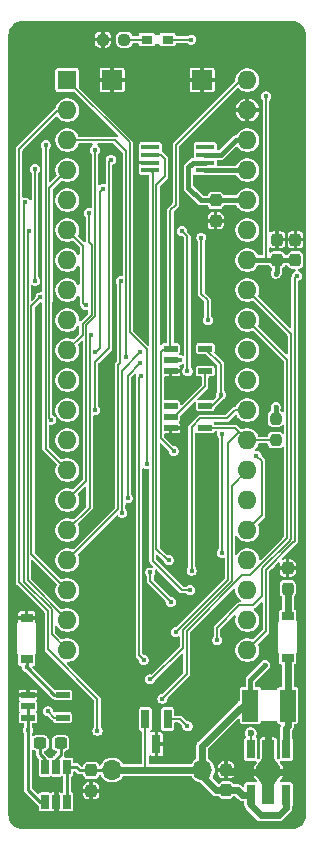
<source format=gbr>
%TF.GenerationSoftware,KiCad,Pcbnew,9.0.7-9.0.7~ubuntu25.10.1*%
%TF.CreationDate,2026-03-01T16:55:49+09:00*%
%TF.ProjectId,bionic-cp1610,62696f6e-6963-42d6-9370-313631302e6b,1*%
%TF.SameCoordinates,Original*%
%TF.FileFunction,Copper,L1,Top*%
%TF.FilePolarity,Positive*%
%FSLAX46Y46*%
G04 Gerber Fmt 4.6, Leading zero omitted, Abs format (unit mm)*
G04 Created by KiCad (PCBNEW 9.0.7-9.0.7~ubuntu25.10.1) date 2026-03-01 16:55:49*
%MOMM*%
%LPD*%
G01*
G04 APERTURE LIST*
G04 Aperture macros list*
%AMRoundRect*
0 Rectangle with rounded corners*
0 $1 Rounding radius*
0 $2 $3 $4 $5 $6 $7 $8 $9 X,Y pos of 4 corners*
0 Add a 4 corners polygon primitive as box body*
4,1,4,$2,$3,$4,$5,$6,$7,$8,$9,$2,$3,0*
0 Add four circle primitives for the rounded corners*
1,1,$1+$1,$2,$3*
1,1,$1+$1,$4,$5*
1,1,$1+$1,$6,$7*
1,1,$1+$1,$8,$9*
0 Add four rect primitives between the rounded corners*
20,1,$1+$1,$2,$3,$4,$5,0*
20,1,$1+$1,$4,$5,$6,$7,0*
20,1,$1+$1,$6,$7,$8,$9,0*
20,1,$1+$1,$8,$9,$2,$3,0*%
%AMFreePoly0*
4,1,13,0.500000,1.050000,1.000000,0.350000,1.000000,-0.450000,0.500000,-1.150000,0.500000,-2.750000,-0.500000,-2.750000,-0.500000,-1.150000,-1.000000,-0.450000,-1.000000,0.350000,-0.500000,1.050000,-0.500000,2.750000,0.500000,2.750000,0.500000,1.050000,0.500000,1.050000,$1*%
G04 Aperture macros list end*
%TA.AperFunction,SMDPad,CuDef*%
%ADD10RoundRect,0.237500X0.300000X0.237500X-0.300000X0.237500X-0.300000X-0.237500X0.300000X-0.237500X0*%
%TD*%
%TA.AperFunction,SMDPad,CuDef*%
%ADD11RoundRect,0.237500X0.250000X0.237500X-0.250000X0.237500X-0.250000X-0.237500X0.250000X-0.237500X0*%
%TD*%
%TA.AperFunction,SMDPad,CuDef*%
%ADD12RoundRect,0.237500X-0.237500X0.300000X-0.237500X-0.300000X0.237500X-0.300000X0.237500X0.300000X0*%
%TD*%
%TA.AperFunction,SMDPad,CuDef*%
%ADD13RoundRect,0.237500X0.237500X-0.300000X0.237500X0.300000X-0.237500X0.300000X-0.237500X-0.300000X0*%
%TD*%
%TA.AperFunction,SMDPad,CuDef*%
%ADD14R,1.371600X2.743200*%
%TD*%
%TA.AperFunction,ComponentPad*%
%ADD15R,1.600000X1.600000*%
%TD*%
%TA.AperFunction,ComponentPad*%
%ADD16O,1.600000X1.600000*%
%TD*%
%TA.AperFunction,SMDPad,CuDef*%
%ADD17RoundRect,0.237500X-0.237500X0.250000X-0.237500X-0.250000X0.237500X-0.250000X0.237500X0.250000X0*%
%TD*%
%TA.AperFunction,SMDPad,CuDef*%
%ADD18R,0.700000X1.600000*%
%TD*%
%TA.AperFunction,SMDPad,CuDef*%
%ADD19FreePoly0,180.000000*%
%TD*%
%TA.AperFunction,SMDPad,CuDef*%
%ADD20R,0.700000X1.700000*%
%TD*%
%TA.AperFunction,SMDPad,CuDef*%
%ADD21R,1.041400X0.762000*%
%TD*%
%TA.AperFunction,SMDPad,CuDef*%
%ADD22R,1.536700X0.431800*%
%TD*%
%TA.AperFunction,SMDPad,CuDef*%
%ADD23R,0.660400X1.625600*%
%TD*%
%TA.AperFunction,SMDPad,CuDef*%
%ADD24R,0.965200X0.762000*%
%TD*%
%TA.AperFunction,SMDPad,CuDef*%
%ADD25R,1.181100X0.508000*%
%TD*%
%TA.AperFunction,SMDPad,CuDef*%
%ADD26R,0.650001X1.200000*%
%TD*%
%TA.AperFunction,ComponentPad*%
%ADD27O,1.700000X1.700000*%
%TD*%
%TA.AperFunction,ComponentPad*%
%ADD28R,1.700000X1.700000*%
%TD*%
%TA.AperFunction,ViaPad*%
%ADD29C,0.450000*%
%TD*%
%TA.AperFunction,ViaPad*%
%ADD30C,0.600000*%
%TD*%
%TA.AperFunction,Conductor*%
%ADD31C,0.250000*%
%TD*%
%TA.AperFunction,Conductor*%
%ADD32C,0.300000*%
%TD*%
%TA.AperFunction,Conductor*%
%ADD33C,0.600000*%
%TD*%
%TA.AperFunction,Conductor*%
%ADD34C,0.400000*%
%TD*%
%TA.AperFunction,Conductor*%
%ADD35C,0.200000*%
%TD*%
%TA.AperFunction,Conductor*%
%ADD36C,0.150000*%
%TD*%
%TA.AperFunction,Conductor*%
%ADD37C,0.431600*%
%TD*%
G04 APERTURE END LIST*
D10*
%TO.P,C8,2*%
%TO.N,Net-(U7-C-)*%
X88697900Y-101917600D03*
%TO.P,C8,1*%
%TO.N,Net-(U7-C+)*%
X90422900Y-101917600D03*
%TD*%
D11*
%TO.P,R1,1*%
%TO.N,Net-(D1-K)*%
X95832300Y-42354600D03*
%TO.P,R1,2*%
%TO.N,GND*%
X94007300Y-42354600D03*
%TD*%
D12*
%TO.P,C7,1*%
%TO.N,VCC*%
X93014800Y-104230100D03*
%TO.P,C7,2*%
%TO.N,GND*%
X93014800Y-105955100D03*
%TD*%
D13*
%TO.P,C1,1*%
%TO.N,VCC*%
X108762800Y-61023600D03*
%TO.P,C1,2*%
%TO.N,GND*%
X108762800Y-59298600D03*
%TD*%
D14*
%TO.P,L1,1*%
%TO.N,VCC*%
X106502200Y-98742600D03*
%TO.P,L1,2*%
%TO.N,Net-(D2-A)*%
X109651800Y-98742600D03*
%TD*%
D15*
%TO.P,U1,1,EBCI*%
%TO.N,EBCI*%
X90982800Y-45783600D03*
D16*
%TO.P,U1,2,~{MSYNC}*%
%TO.N,~{MSYNC}*%
X90982800Y-48323600D03*
%TO.P,U1,3,BC1*%
%TO.N,BC1*%
X90982800Y-50863600D03*
%TO.P,U1,4,BC2*%
%TO.N,BC2*%
X90982800Y-53403600D03*
%TO.P,U1,5,BDIR*%
%TO.N,BDIR*%
X90982800Y-55943600D03*
%TO.P,U1,6,D15*%
%TO.N,D15*%
X90982800Y-58483600D03*
%TO.P,U1,7,D14*%
%TO.N,D14*%
X90982800Y-61023600D03*
%TO.P,U1,8,D13*%
%TO.N,D13*%
X90982800Y-63563600D03*
%TO.P,U1,9,D12*%
%TO.N,D12*%
X90982800Y-66103600D03*
%TO.P,U1,10,D11*%
%TO.N,D11*%
X90982800Y-68643600D03*
%TO.P,U1,11,D10*%
%TO.N,D10*%
X90982800Y-71183600D03*
%TO.P,U1,12,D9*%
%TO.N,D9*%
X90982800Y-73723600D03*
%TO.P,U1,13,D8*%
%TO.N,D8*%
X90982800Y-76263600D03*
%TO.P,U1,14,D0*%
%TO.N,D0*%
X90982800Y-78803600D03*
%TO.P,U1,15,D1*%
%TO.N,D1*%
X90982800Y-81343600D03*
%TO.P,U1,16,D7*%
%TO.N,D7*%
X90982800Y-83883600D03*
%TO.P,U1,17,D6*%
%TO.N,D6*%
X90982800Y-86423600D03*
%TO.P,U1,18,D5*%
%TO.N,D5*%
X90982800Y-88963600D03*
%TO.P,U1,19,D4*%
%TO.N,D4*%
X90982800Y-91503600D03*
%TO.P,U1,20,D3*%
%TO.N,D3*%
X90982800Y-94043600D03*
%TO.P,U1,21,D2*%
%TO.N,D2*%
X106222800Y-94043600D03*
%TO.P,U1,22,EBCA3*%
%TO.N,EBCA3*%
X106222800Y-91503600D03*
%TO.P,U1,23,EBCA2*%
%TO.N,EBCA2*%
X106222800Y-88963600D03*
%TO.P,U1,24,EBCA1*%
%TO.N,EBCA1*%
X106222800Y-86423600D03*
%TO.P,U1,25,EBCA0*%
%TO.N,EBCA0*%
X106222800Y-83883600D03*
%TO.P,U1,26,TCI*%
%TO.N,TCI*%
X106222800Y-81343600D03*
%TO.P,U1,27,~{INTRM}*%
%TO.N,~{INTRM}*%
X106222800Y-78803600D03*
%TO.P,U1,28,~{INTR}*%
%TO.N,~{INTR}*%
X106222800Y-76263600D03*
%TO.P,U1,29,~{BUSACK}*%
%TO.N,~{BUSACK}*%
X106222800Y-73723600D03*
%TO.P,U1,30,HALT*%
%TO.N,HALT*%
X106222800Y-71183600D03*
%TO.P,U1,31,~{BUSREQ}*%
%TO.N,~{BUSREQ}*%
X106222800Y-68643600D03*
%TO.P,U1,32,~{STSTP}*%
%TO.N,~{STSP}*%
X106222800Y-66103600D03*
%TO.P,U1,33,BDRDY*%
%TO.N,BDRDY*%
X106222800Y-63563600D03*
%TO.P,U1,34,V_{CC}*%
%TO.N,VCC*%
X106222800Y-61023600D03*
%TO.P,U1,35,V_{BB}*%
%TO.N,VBB*%
X106222800Y-58483600D03*
%TO.P,U1,36,V_{DD}*%
%TO.N,VDD*%
X106222800Y-55943600D03*
%TO.P,U1,37,\u03A62*%
%TO.N,Net-(U1-\u03A62)*%
X106222800Y-53403600D03*
%TO.P,U1,38,\u03A61*%
%TO.N,Net-(U1-\u03A61)*%
X106222800Y-50863600D03*
%TO.P,U1,39,GND*%
%TO.N,GND*%
X106222800Y-48323600D03*
%TO.P,U1,40,~{PCIT}*%
%TO.N,~{PCIT}*%
X106222800Y-45783600D03*
%TD*%
D17*
%TO.P,R2,1*%
%TO.N,VCC*%
X108635800Y-74438600D03*
%TO.P,R2,2*%
%TO.N,~{INTR}*%
X108635800Y-76263600D03*
%TD*%
D13*
%TO.P,C4,1*%
%TO.N,VCC*%
X104444800Y-105903200D03*
%TO.P,C4,2*%
%TO.N,GND*%
X104444800Y-104178200D03*
%TD*%
D12*
%TO.P,C3,1*%
%TO.N,VDD*%
X103555800Y-55970100D03*
%TO.P,C3,2*%
%TO.N,GND*%
X103555800Y-57695100D03*
%TD*%
D18*
%TO.P,U6,1,SW*%
%TO.N,Net-(D2-A)*%
X109524800Y-102435600D03*
D19*
%TO.P,U6,2,GND*%
%TO.N,GND*%
X108024800Y-104385600D03*
D18*
%TO.P,U6,3,IN-*%
%TO.N,Net-(U6-IN-)*%
X106524800Y-102435600D03*
D20*
%TO.P,U6,4,EN*%
%TO.N,VCC*%
X106524800Y-106285600D03*
%TO.P,U6,5,V+*%
X109524800Y-106285600D03*
%TD*%
D21*
%TO.P,D3,1,K*%
%TO.N,GND*%
X87553800Y-91325800D03*
%TO.P,D3,2,A*%
%TO.N,VBB*%
X87553800Y-94805600D03*
%TD*%
D22*
%TO.P,U3,1*%
%TO.N,N/C*%
X98031350Y-51473201D03*
%TO.P,U3,2,INA*%
%TO.N,PHI1*%
X98031350Y-52123199D03*
%TO.P,U3,3,GND*%
%TO.N,GND*%
X98031350Y-52773201D03*
%TO.P,U3,4,INB*%
%TO.N,PHI2*%
X98031350Y-53423199D03*
%TO.P,U3,5,OUTB*%
%TO.N,Net-(U1-\u03A62)*%
X102666850Y-53423199D03*
%TO.P,U3,6,VDD*%
%TO.N,VDD*%
X102666850Y-52773201D03*
%TO.P,U3,7,OUTA*%
%TO.N,Net-(U1-\u03A61)*%
X102666850Y-52123199D03*
%TO.P,U3,8*%
%TO.N,N/C*%
X102666850Y-51473201D03*
%TD*%
D23*
%TO.P,U2,1,SCIO*%
%TO.N,Net-(J2-P57)*%
X99491801Y-99885600D03*
%TO.P,U2,2,VCC*%
%TO.N,VCC*%
X97591799Y-99885600D03*
%TO.P,U2,3,VSS*%
%TO.N,GND*%
X98541800Y-102017600D03*
%TD*%
D24*
%TO.P,D1,1,K*%
%TO.N,Net-(D1-K)*%
X97726500Y-42354600D03*
%TO.P,D1,2,A*%
%TO.N,VCC*%
X99479100Y-42354600D03*
%TD*%
D13*
%TO.P,C2,1*%
%TO.N,VCC*%
X110312200Y-61023600D03*
%TO.P,C2,2*%
%TO.N,GND*%
X110312200Y-59298600D03*
%TD*%
D25*
%TO.P,U5,1*%
%TO.N,N/C*%
X99733150Y-73342599D03*
%TO.P,U5,2*%
%TO.N,Net-(U4-Pad4)*%
X99733150Y-74292600D03*
%TO.P,U5,3,GND*%
%TO.N,GND*%
X99733150Y-75242601D03*
%TO.P,U5,4*%
%TO.N,~{INTR}*%
X102666850Y-75242601D03*
%TO.P,U5,5,VCC*%
%TO.N,VCC*%
X102666850Y-73342599D03*
%TD*%
%TO.P,U8,1,GND*%
%TO.N,GND*%
X87668150Y-97858599D03*
%TO.P,U8,2,VIN*%
%TO.N,/dcdc-2v2/-5V*%
X87668150Y-98808600D03*
%TO.P,U8,3,EN*%
X87668150Y-99758601D03*
%TO.P,U8,4,FB*%
%TO.N,Net-(U8-FB)*%
X90601850Y-99758601D03*
%TO.P,U8,5,VOUT*%
%TO.N,VBB*%
X90601850Y-97858599D03*
%TD*%
D13*
%TO.P,C5,1*%
%TO.N,VDD*%
X109651800Y-88836600D03*
%TO.P,C5,2*%
%TO.N,GND*%
X109651800Y-87111600D03*
%TD*%
D26*
%TO.P,U7,1,VOUT*%
%TO.N,/dcdc-2v2/-5V*%
X89082799Y-106899599D03*
%TO.P,U7,2,GND*%
%TO.N,GND*%
X90032800Y-106899599D03*
%TO.P,U7,3,VIN*%
%TO.N,VCC*%
X90982798Y-106899599D03*
%TO.P,U7,4,EN*%
X90982798Y-103949600D03*
%TO.P,U7,5,C+*%
%TO.N,Net-(U7-C+)*%
X90032800Y-103949600D03*
%TO.P,U7,6,C-*%
%TO.N,Net-(U7-C-)*%
X89082799Y-103949600D03*
%TD*%
D25*
%TO.P,U4,1*%
%TO.N,~{PCIT}*%
X99733150Y-68521599D03*
%TO.P,U4,2*%
%TO.N,~{ENSWI}*%
X99733150Y-69471600D03*
%TO.P,U4,3,GND*%
%TO.N,GND*%
X99733150Y-70421601D03*
%TO.P,U4,4*%
%TO.N,Net-(U4-Pad4)*%
X102666850Y-70421601D03*
%TO.P,U4,5,VCC*%
%TO.N,VCC*%
X102666850Y-68521599D03*
%TD*%
D21*
%TO.P,D2,1,K*%
%TO.N,VDD*%
X109651800Y-91198800D03*
%TO.P,D2,2,A*%
%TO.N,Net-(D2-A)*%
X109651800Y-94678600D03*
%TD*%
D27*
%TO.P,J2,25,VCC*%
%TO.N,VCC*%
X102412800Y-104203600D03*
D28*
%TO.P,J2,48,GND*%
%TO.N,GND*%
X102412800Y-45783600D03*
%TD*%
%TO.P,J1,1,GND*%
%TO.N,GND*%
X94792800Y-45783600D03*
D27*
%TO.P,J1,24,VCC*%
%TO.N,VCC*%
X94792800Y-104203600D03*
%TD*%
D29*
%TO.N,/dcdc-2v2/-5V*%
X87668100Y-100800000D03*
%TO.N,VCC*%
X108636000Y-62166600D03*
X108636000Y-73469600D03*
X107823000Y-47155200D03*
X101473000Y-42354600D03*
X104000000Y-72428200D03*
X107747000Y-95313600D03*
%TO.N,Net-(J2-P57)*%
X101168000Y-100495000D03*
%TO.N,GND*%
X97561400Y-67703800D03*
X90032800Y-107835800D03*
X104749600Y-71082000D03*
X104978200Y-57188200D03*
X110921800Y-57848600D03*
X92583000Y-53810000D03*
X98526600Y-103263800D03*
X99999800Y-84925000D03*
D30*
X106172000Y-104386000D03*
D29*
X97256600Y-56756400D03*
X98602800Y-107404000D03*
D30*
X109830000Y-104381000D03*
D29*
X107848400Y-85102800D03*
X100787200Y-75222200D03*
D30*
X108026000Y-101181000D03*
D29*
X99110800Y-67551400D03*
X110718600Y-87109400D03*
X100584000Y-67576800D03*
X86563200Y-97929800D03*
X109474000Y-56832600D03*
D30*
%TO.N,VDD*%
X109652000Y-90005000D03*
%TO.N,Net-(U6-IN-)*%
X106528000Y-101079000D03*
D29*
%TO.N,VBB*%
X87553800Y-95516800D03*
%TO.N,~{BUSACK}*%
X101511200Y-87312600D03*
%TO.N,D1*%
X93345000Y-51683600D03*
%TO.N,~{BUSREQ}*%
X97180400Y-68846800D03*
X95636500Y-82410400D03*
%TO.N,D0*%
X89166000Y-51283400D03*
%TO.N,D5*%
X88715000Y-64189515D03*
%TO.N,EBCA0*%
X107010200Y-77584400D03*
%TO.N,D7*%
X93033000Y-67335500D03*
%TO.N,D2*%
X110446450Y-62351650D03*
%TO.N,D6*%
X95511200Y-62776200D03*
%TO.N,~{MSYNC}*%
X93548200Y-100876200D03*
%TO.N,EBCA3*%
X99758500Y-89966900D03*
X98018600Y-87465000D03*
%TO.N,~{ENSWI}*%
X96090700Y-81201500D03*
X97180400Y-69761200D03*
X100533200Y-69481800D03*
%TO.N,~{INTR}*%
X100164900Y-92506900D03*
%TO.N,~{INTRM}*%
X97993200Y-96532800D03*
%TO.N,D4*%
X87775200Y-58585200D03*
%TO.N,D3*%
X87442950Y-56137550D03*
%TO.N,~{STSP}*%
X99034600Y-98158400D03*
%TO.N,EBCA1*%
X104085100Y-85801600D03*
X104093600Y-75709800D03*
%TO.N,EBCI*%
X97719600Y-78312200D03*
%TO.N,PHI1*%
X99568000Y-86423600D03*
%TO.N,D12*%
X102336600Y-59118600D03*
X102895400Y-66103600D03*
%TO.N,BC1*%
X95961200Y-69227800D03*
%TO.N,D8*%
X88265000Y-53302000D03*
X88265000Y-62776200D03*
%TO.N,D15*%
X92557600Y-64840800D03*
%TO.N,PHI2*%
X101397000Y-88963600D03*
%TO.N,D9*%
X94691899Y-52515299D03*
X93334000Y-73723600D03*
%TO.N,BDRDY*%
X103682800Y-93205400D03*
%TO.N,~{PCIT}*%
X99987100Y-77190700D03*
%TO.N,D10*%
X93334000Y-68834100D03*
X94012100Y-55010500D03*
%TO.N,HALT*%
X97459800Y-94881800D03*
X97269600Y-70802600D03*
%TO.N,D11*%
X92811600Y-57010400D03*
%TO.N,BC2*%
X89607800Y-74561800D03*
%TO.N,BDIR*%
X100711000Y-58559800D03*
X101168200Y-70447000D03*
%TO.N,Net-(U8-FB)*%
X89357200Y-99225200D03*
%TD*%
D31*
%TO.N,VCC*%
X93014800Y-104230100D02*
X94766700Y-104230100D01*
X94766700Y-104230100D02*
X94792800Y-104204000D01*
%TO.N,/dcdc-2v2/-5V*%
X87668100Y-105866000D02*
X88701699Y-106899599D01*
X87668200Y-98808600D02*
X87668100Y-98808600D01*
X87668200Y-99283700D02*
X87668200Y-99758600D01*
X87668100Y-99283600D02*
X87668100Y-98808600D01*
X87668100Y-99283600D02*
X87668200Y-99283700D01*
X87668100Y-100800000D02*
X87668100Y-99283600D01*
X88701699Y-106899599D02*
X89082799Y-106899599D01*
X87668100Y-100800000D02*
X87668100Y-105866000D01*
D32*
%TO.N,VCC*%
X94766300Y-104230100D02*
X94792800Y-104203600D01*
D31*
X90982798Y-103949600D02*
X91770200Y-103949600D01*
X91770200Y-103949600D02*
X92049600Y-104229000D01*
X92049600Y-104229000D02*
X93013700Y-104229000D01*
X93013700Y-104229000D02*
X93014800Y-104230100D01*
X90982798Y-106899599D02*
X90982798Y-103949600D01*
D33*
X104444800Y-105903200D02*
X104447000Y-105905400D01*
X104447000Y-105905400D02*
X105410000Y-105905400D01*
X105410000Y-105905400D02*
X105790600Y-106286000D01*
X105790600Y-106286000D02*
X106525000Y-106286000D01*
X109525000Y-107379000D02*
X109525000Y-106286000D01*
X106525000Y-106286000D02*
X106525000Y-107173000D01*
X106525000Y-107173000D02*
X107366000Y-108014000D01*
X107366000Y-108014000D02*
X108890000Y-108014000D01*
X108890000Y-108014000D02*
X109525000Y-107379000D01*
X102413000Y-104204000D02*
X102413000Y-104712000D01*
X102413000Y-104712000D02*
X103606400Y-105905400D01*
X103606400Y-105905400D02*
X104442600Y-105905400D01*
X104442600Y-105905400D02*
X104444800Y-105903200D01*
D34*
X104444800Y-105903200D02*
X104445000Y-105903400D01*
D33*
%TO.N,GND*%
X104444800Y-104178200D02*
X104652600Y-104386000D01*
X104652600Y-104386000D02*
X106172000Y-104386000D01*
D34*
%TO.N,VCC*%
X106502000Y-96558200D02*
X107747000Y-95313600D01*
X110312200Y-61023600D02*
X110312000Y-61023600D01*
X102412800Y-104203600D02*
X102413000Y-104203800D01*
X108635800Y-74438600D02*
X108636000Y-74438600D01*
D35*
X104000000Y-72593300D02*
X103251000Y-73342600D01*
D34*
X108763000Y-61023600D02*
X110312000Y-61023600D01*
X106502000Y-98742600D02*
X106502000Y-96558200D01*
X108636000Y-73469600D02*
X108636000Y-74438600D01*
D33*
X105842000Y-98742600D02*
X106426000Y-98742600D01*
D34*
X102666900Y-68521600D02*
X102667000Y-68521600D01*
D35*
X103251000Y-73342600D02*
X102667000Y-73342600D01*
D36*
X107823000Y-47155200D02*
X107823000Y-61023600D01*
D35*
X102672000Y-68521600D02*
X104000000Y-69850100D01*
D33*
X97586800Y-104204000D02*
X94792800Y-104204000D01*
D34*
X109524800Y-106285600D02*
X109525000Y-106285800D01*
X107823000Y-61023600D02*
X108763000Y-61023600D01*
X106524400Y-106286000D02*
X106524800Y-106285600D01*
X102666900Y-73342600D02*
X102667000Y-73342600D01*
X97591800Y-104199000D02*
X97586800Y-104204000D01*
D35*
X104000000Y-72428200D02*
X104000000Y-72593300D01*
D34*
X94792800Y-104203600D02*
X94792800Y-104204000D01*
X106223000Y-61023600D02*
X107823000Y-61023600D01*
X108763000Y-62039600D02*
X108763000Y-61023600D01*
X102413000Y-104203800D02*
X102413000Y-104204000D01*
D33*
X102413000Y-104204000D02*
X102413000Y-102172000D01*
D34*
X109525000Y-106285800D02*
X109525000Y-106286000D01*
D35*
X102667000Y-68521600D02*
X102672000Y-68521600D01*
D34*
X106502200Y-98742600D02*
X106502000Y-98742600D01*
D35*
X97591800Y-99885600D02*
X97591800Y-104199000D01*
D34*
X108636000Y-62166600D02*
X108763000Y-62039600D01*
D35*
X104000000Y-69850100D02*
X104000000Y-72428200D01*
D34*
X106222800Y-61023600D02*
X106223000Y-61023600D01*
D33*
X102413000Y-102172000D02*
X105842000Y-98742600D01*
X102413000Y-104204000D02*
X97586800Y-104204000D01*
D34*
X108762800Y-61023600D02*
X108763000Y-61023600D01*
D36*
X99479100Y-42354600D02*
X101473000Y-42354600D01*
%TO.N,Net-(J2-P57)*%
X100559000Y-99885600D02*
X101168000Y-100495000D01*
X99491800Y-99885600D02*
X100559000Y-99885600D01*
D33*
%TO.N,GND*%
X108026000Y-101181000D02*
X108025000Y-101182000D01*
D34*
X90032800Y-107835800D02*
X90032800Y-105950800D01*
D33*
X109677000Y-104381000D02*
X109830000Y-104381000D01*
X108025000Y-101182000D02*
X108025000Y-104386000D01*
X109673000Y-104386000D02*
X109677000Y-104381000D01*
X108025000Y-104386000D02*
X109673000Y-104386000D01*
X106172000Y-104386000D02*
X108025000Y-104386000D01*
D36*
%TO.N,Net-(D1-K)*%
X97726500Y-42354600D02*
X95832300Y-42354600D01*
%TO.N,Net-(D2-A)*%
X109652000Y-98933600D02*
X109651800Y-98933400D01*
X109651800Y-98933400D02*
X109651800Y-98742600D01*
X109652000Y-96025400D02*
X109651800Y-96025200D01*
D33*
X109652000Y-100495000D02*
X109652000Y-98933600D01*
D36*
X109651800Y-96025200D02*
X109651800Y-94678600D01*
D33*
X109652000Y-98933600D02*
X109652000Y-96025400D01*
X109652000Y-96025400D02*
X109652000Y-94678600D01*
X109525000Y-102376300D02*
X109525000Y-100622000D01*
X109525000Y-100622000D02*
X109652000Y-100495000D01*
D36*
X109525000Y-102435400D02*
X109525000Y-102376300D01*
D33*
X109525000Y-102436000D02*
X109525000Y-102376300D01*
D36*
X109524800Y-102435600D02*
X109525000Y-102435400D01*
D34*
%TO.N,VDD*%
X103556000Y-55970100D02*
X103555900Y-55970000D01*
X102311000Y-55969000D02*
X101244400Y-54902400D01*
X101244400Y-54902400D02*
X101244400Y-53175200D01*
D33*
X109652000Y-91198800D02*
X109652000Y-90005000D01*
D34*
X103555000Y-55969000D02*
X102311000Y-55969000D01*
D33*
X103555800Y-55970100D02*
X103555900Y-55970000D01*
D34*
X103582000Y-55943600D02*
X103556000Y-55970100D01*
D33*
X109652000Y-90005000D02*
X109652000Y-88836600D01*
D34*
X106222800Y-55943600D02*
X103582000Y-55943600D01*
D33*
X109651800Y-88836600D02*
X109652000Y-88836600D01*
D34*
X101244400Y-53175200D02*
X101621000Y-52798600D01*
D37*
X102662200Y-52777900D02*
X102666900Y-52773200D01*
D34*
X101621000Y-52798600D02*
X102667000Y-52798600D01*
X106223000Y-55943600D02*
X106222800Y-55943600D01*
X103555900Y-55970000D02*
X103555000Y-55969000D01*
D36*
%TO.N,Net-(U6-IN-)*%
X106525000Y-102435800D02*
X106525200Y-102435800D01*
X106524800Y-102435600D02*
X106525000Y-102435800D01*
X106528000Y-101079000D02*
X106528000Y-102433000D01*
X106528000Y-102433000D02*
X106525200Y-102435800D01*
X106525200Y-102435800D02*
X106525000Y-102436000D01*
D31*
%TO.N,Net-(U7-C+)*%
X90422900Y-102891000D02*
X90422900Y-101925000D01*
X90422900Y-101924600D02*
X90422900Y-101925000D01*
X90032800Y-103281000D02*
X90422900Y-102891000D01*
X90032800Y-103956600D02*
X90032800Y-103281000D01*
X90032800Y-103957000D02*
X90032800Y-103956600D01*
%TO.N,Net-(U7-C-)*%
X88697900Y-101916800D02*
X88697900Y-101917200D01*
X89082800Y-103948800D02*
X89082800Y-103268200D01*
X88696800Y-101918200D02*
X88697900Y-101917200D01*
X88696800Y-102882200D02*
X88696800Y-101918200D01*
X89082800Y-103268200D02*
X88696800Y-102882200D01*
X89082800Y-103949200D02*
X89082800Y-103948800D01*
%TO.N,/dcdc-2v2/-5V*%
X89082800Y-107281000D02*
X89082600Y-107280800D01*
X89082800Y-107280600D02*
X89082600Y-107280800D01*
%TO.N,VBB*%
X87553800Y-95516800D02*
X89895600Y-97858600D01*
X87553800Y-94805600D02*
X87553800Y-95516800D01*
X90601900Y-97858600D02*
X90601800Y-97858600D01*
X89895600Y-97858600D02*
X90601800Y-97858600D01*
D36*
%TO.N,~{BUSACK}*%
X101511200Y-75168500D02*
X102255900Y-74423800D01*
X104506600Y-74423800D02*
X105206800Y-73723600D01*
X101511200Y-87312600D02*
X101511200Y-75168500D01*
X105206800Y-73723600D02*
X106222800Y-73723600D01*
X102255900Y-74423800D02*
X104506600Y-74423800D01*
%TO.N,D1*%
X93345000Y-51683600D02*
X93345000Y-53852900D01*
X92583000Y-79743400D02*
X90982800Y-81343600D01*
X93349800Y-65743200D02*
X93349100Y-65743900D01*
X93349100Y-65763178D02*
X92583000Y-66529278D01*
X93349800Y-53857700D02*
X93349800Y-65743200D01*
X93349100Y-65743900D02*
X93349100Y-65763178D01*
X92583000Y-66529278D02*
X92583000Y-79743400D01*
X93345000Y-53852900D02*
X93349800Y-53857700D01*
%TO.N,~{BUSREQ}*%
X95636500Y-82410400D02*
X95636500Y-70390700D01*
X95636500Y-70390700D02*
X97180400Y-68846800D01*
%TO.N,D0*%
X89157800Y-76978600D02*
X90982800Y-78803600D01*
X89157800Y-64384526D02*
X89157800Y-76978600D01*
X89166000Y-64376326D02*
X89157800Y-64384526D01*
X89166000Y-51283400D02*
X89166000Y-64376326D01*
%TO.N,D5*%
X88715000Y-64189515D02*
X88713585Y-64189515D01*
X87960200Y-64942900D02*
X87960200Y-85941000D01*
X87960200Y-85941000D02*
X90982800Y-88963600D01*
X88713585Y-64189515D02*
X87960200Y-64942900D01*
%TO.N,EBCA0*%
X107010200Y-77584400D02*
X107492800Y-78067000D01*
X107492800Y-78067000D02*
X107492800Y-82613600D01*
X107492800Y-82613600D02*
X106222800Y-83883600D01*
%TO.N,D7*%
X93033000Y-67335500D02*
X93027500Y-67335500D01*
X93027500Y-67335500D02*
X92884000Y-67479000D01*
X92884000Y-81982400D02*
X90982800Y-83883600D01*
X92884000Y-67479000D02*
X92884000Y-81982400D01*
%TO.N,D2*%
X106222800Y-94018200D02*
X106222800Y-94043600D01*
X110446450Y-62351650D02*
X110236000Y-62562100D01*
X110236000Y-84798000D02*
X110045100Y-84988900D01*
X107823000Y-87224156D02*
X107823000Y-92418000D01*
X110045100Y-85002056D02*
X107823000Y-87224156D01*
X110236000Y-62562100D02*
X110236000Y-84798000D01*
X107823000Y-92418000D02*
X106222800Y-94018200D01*
X110045100Y-84988900D02*
X110045100Y-85002056D01*
%TO.N,D6*%
X95300800Y-82105600D02*
X90982800Y-86423600D01*
X95511200Y-62776200D02*
X95478600Y-62808800D01*
X95478600Y-62808800D02*
X95478600Y-69735800D01*
X95478600Y-69735800D02*
X95300800Y-69913600D01*
X95300800Y-69913600D02*
X95300800Y-82105600D01*
%TO.N,~{MSYNC}*%
X87024200Y-88396356D02*
X89357200Y-90729356D01*
X93548200Y-98183800D02*
X93548200Y-100876200D01*
X90195400Y-48323600D02*
X86918800Y-51600200D01*
X90982800Y-48323600D02*
X90195400Y-48323600D01*
X87024200Y-88383200D02*
X87024200Y-88396356D01*
X89357200Y-90729356D02*
X89357200Y-93992800D01*
X86918800Y-51600200D02*
X86918800Y-88277800D01*
X89357200Y-93992800D02*
X93548200Y-98183800D01*
X86918800Y-88277800D02*
X87024200Y-88383200D01*
%TO.N,EBCA3*%
X98018600Y-88227000D02*
X98018600Y-87465000D01*
X99758500Y-89966900D02*
X98018600Y-88227000D01*
%TO.N,~{ENSWI}*%
X96090700Y-81201500D02*
X96090700Y-70850900D01*
X96090700Y-70850900D02*
X97180400Y-69761200D01*
X100533200Y-69481800D02*
X99743350Y-69481800D01*
X99743350Y-69481800D02*
X99733150Y-69471600D01*
%TO.N,~{INTR}*%
X105202000Y-75242600D02*
X105548600Y-75589100D01*
X106222900Y-76263500D02*
X106223000Y-76263600D01*
X100164900Y-92506900D02*
X104597200Y-88074600D01*
X108635800Y-76263600D02*
X108636000Y-76263600D01*
X106222800Y-76263600D02*
X106222900Y-76263500D01*
X102666900Y-75242600D02*
X102667000Y-75242600D01*
X106223000Y-76263600D02*
X108635800Y-76263600D01*
X102667000Y-75242600D02*
X105202000Y-75242600D01*
X104597200Y-88074600D02*
X104597200Y-76540500D01*
X104597200Y-76540500D02*
X105548600Y-75589100D01*
X105548600Y-75589100D02*
X106222900Y-76263500D01*
%TO.N,~{INTRM}*%
X97993200Y-96532800D02*
X98120200Y-96532800D01*
X104898200Y-80128200D02*
X106222800Y-78803600D01*
X100791000Y-93862000D02*
X100791000Y-92318722D01*
X98120200Y-96532800D02*
X100791000Y-93862000D01*
X100791000Y-92318722D02*
X104898200Y-88211522D01*
X104898200Y-88211522D02*
X104898200Y-80128200D01*
%TO.N,D4*%
X87626200Y-58716000D02*
X87626200Y-88147000D01*
X87626200Y-88147000D02*
X90982800Y-91503600D01*
X87757000Y-58585200D02*
X87626200Y-58716000D01*
X87775200Y-58585200D02*
X87757000Y-58585200D01*
%TO.N,D3*%
X87325200Y-58397389D02*
X87324200Y-58398389D01*
X89662000Y-90608478D02*
X89662000Y-92722800D01*
X87324200Y-58398389D02*
X87324200Y-58772011D01*
X89662000Y-92722800D02*
X90982800Y-94043600D01*
X87325200Y-88271678D02*
X89662000Y-90608478D01*
X87325200Y-58773011D02*
X87325200Y-88271678D01*
X87442950Y-56137550D02*
X87325200Y-56255300D01*
X87324200Y-58772011D02*
X87325200Y-58773011D01*
X87325200Y-56255300D02*
X87325200Y-58397389D01*
%TO.N,~{STSP}*%
X109630200Y-84552444D02*
X109630200Y-69511000D01*
X109443100Y-84739544D02*
X109630200Y-84552444D01*
X109443100Y-84752700D02*
X109443100Y-84739544D01*
X109630200Y-69511000D02*
X106222800Y-66103600D01*
X101092000Y-92443400D02*
X105816400Y-87719000D01*
X99034600Y-98158400D02*
X101092000Y-96101000D01*
X106476800Y-87719000D02*
X109443100Y-84752700D01*
X101092000Y-96101000D02*
X101092000Y-92443400D01*
X105816400Y-87719000D02*
X106476800Y-87719000D01*
%TO.N,EBCA1*%
X104093600Y-75709800D02*
X104093600Y-85793100D01*
X104093600Y-85793100D02*
X104085100Y-85801600D01*
%TO.N,EBCI*%
X97719600Y-68573200D02*
X96266000Y-67119600D01*
X96266000Y-67119600D02*
X96266000Y-51066800D01*
X97719600Y-78312200D02*
X97719600Y-68573200D01*
X96266000Y-51066800D02*
X90982800Y-45783600D01*
%TO.N,PHI1*%
X99263200Y-53920500D02*
X99263200Y-52436800D01*
X99491800Y-86423600D02*
X98522800Y-85454600D01*
X98522800Y-54660900D02*
X99263200Y-53920500D01*
X98949600Y-52123200D02*
X98031300Y-52123200D01*
X99263200Y-52436800D02*
X98949600Y-52123200D01*
X99568000Y-86423600D02*
X99491800Y-86423600D01*
X98522800Y-85454600D02*
X98522800Y-54660900D01*
%TO.N,D12*%
X102336600Y-63893800D02*
X102870000Y-64427200D01*
X102870000Y-64427200D02*
X102870000Y-66078200D01*
X102336600Y-59118600D02*
X102336600Y-63893800D01*
X102870000Y-66078200D02*
X102895400Y-66103600D01*
%TO.N,BC1*%
X95961200Y-51778000D02*
X95046800Y-50863600D01*
X95961200Y-69227800D02*
X95961200Y-51778000D01*
X95046800Y-50863600D02*
X90982800Y-50863600D01*
%TO.N,D8*%
X88265000Y-53302000D02*
X88265000Y-62776200D01*
%TO.N,D15*%
X92303600Y-64655800D02*
X92303600Y-59804400D01*
X92557600Y-64840800D02*
X92488600Y-64840800D01*
X92303600Y-59804400D02*
X90982800Y-58483600D01*
X92488600Y-64840800D02*
X92303600Y-64655800D01*
%TO.N,PHI2*%
X98221800Y-53613700D02*
X98031400Y-53423200D01*
X98221800Y-86474400D02*
X98221800Y-53613700D01*
X98031400Y-53423200D02*
X98031300Y-53423200D01*
X100711000Y-88963600D02*
X98221800Y-86474400D01*
X101397000Y-88963600D02*
X100711000Y-88963600D01*
%TO.N,D9*%
X94538800Y-52668398D02*
X94538800Y-68465800D01*
X93334000Y-69670600D02*
X93334000Y-73723600D01*
X94691899Y-52515299D02*
X94538800Y-52668398D01*
X94538800Y-68465800D02*
X93334000Y-69670600D01*
%TO.N,BDRDY*%
X106222800Y-63563600D02*
X109931200Y-67272000D01*
X106730800Y-90259000D02*
X105562400Y-90259000D01*
X109744100Y-84864222D02*
X109744100Y-84877378D01*
X109931200Y-67272000D02*
X109931200Y-84677122D01*
X109931200Y-84677122D02*
X109744100Y-84864222D01*
X109744100Y-84877378D02*
X107492800Y-87128678D01*
X105562400Y-90259000D02*
X103682800Y-92138600D01*
X107492800Y-87128678D02*
X107492800Y-89497000D01*
X103682800Y-92138600D02*
X103682800Y-93205400D01*
X107492800Y-89497000D02*
X106730800Y-90259000D01*
%TO.N,~{PCIT}*%
X99720400Y-68508800D02*
X99720400Y-56781800D01*
X100177600Y-56324600D02*
X100177600Y-51270000D01*
X105664000Y-45783600D02*
X106222800Y-45783600D01*
X98916000Y-68813000D02*
X99207400Y-68521600D01*
X98916000Y-76119600D02*
X98916000Y-68813000D01*
X99733200Y-68521600D02*
X99720400Y-68508800D01*
X99987100Y-77190700D02*
X98916000Y-76119600D01*
X100177600Y-51270000D02*
X105664000Y-45783600D01*
X99207400Y-68521600D02*
X99733200Y-68521600D01*
X99720400Y-56781800D02*
X100177600Y-56324600D01*
%TO.N,D10*%
X94012100Y-55010500D02*
X93721200Y-55301400D01*
X93721200Y-55301400D02*
X93721200Y-68501500D01*
X93721200Y-68501500D02*
X93388600Y-68834100D01*
X93388600Y-68834100D02*
X93334000Y-68834100D01*
%TO.N,HALT*%
X97269600Y-70802600D02*
X97057200Y-71015000D01*
X97057200Y-94479200D02*
X97459800Y-94881800D01*
X97057200Y-71015000D02*
X97057200Y-94479200D01*
%TO.N,D11*%
X93048100Y-59710700D02*
X93048100Y-65638500D01*
X92811600Y-59474200D02*
X93048100Y-59710700D01*
X92282000Y-66404600D02*
X92282000Y-67344400D01*
X92811600Y-57010400D02*
X92811600Y-59474200D01*
X93048100Y-65638500D02*
X92282000Y-66404600D01*
X92282000Y-67344400D02*
X90982800Y-68643600D01*
%TO.N,BC2*%
X89607800Y-74561800D02*
X89607800Y-74558400D01*
X89467000Y-64501004D02*
X89467000Y-54919400D01*
X89458800Y-64509204D02*
X89467000Y-64501004D01*
X89467000Y-54919400D02*
X90982800Y-53403600D01*
X89458800Y-74409400D02*
X89458800Y-64509204D01*
X89607800Y-74558400D02*
X89458800Y-74409400D01*
%TO.N,BDIR*%
X101168200Y-59017000D02*
X101168200Y-70447000D01*
X100711000Y-58559800D02*
X101168200Y-59017000D01*
%TO.N,Net-(U8-FB)*%
X89357200Y-99225200D02*
X89890600Y-99758600D01*
X89890600Y-99758600D02*
X90601800Y-99758600D01*
X90601900Y-99758600D02*
X90601800Y-99758600D01*
D34*
%TO.N,Net-(U1-\u03A61)*%
X102679600Y-52135700D02*
X102692000Y-52123200D01*
X106222800Y-50863600D02*
X106223000Y-50863600D01*
D36*
X102666900Y-52123200D02*
X102667100Y-52123200D01*
D34*
X105258000Y-50863600D02*
X106222800Y-50863600D01*
X102667000Y-52148600D02*
X102679600Y-52135700D01*
X102692000Y-52123200D02*
X103998000Y-52123200D01*
X103998000Y-52123200D02*
X105258000Y-50863600D01*
D36*
X102667100Y-52123200D02*
X102679600Y-52135700D01*
D34*
%TO.N,Net-(U1-\u03A62)*%
X106222900Y-53403700D02*
X106223000Y-53403600D01*
D36*
X106222800Y-53403600D02*
X106222900Y-53403700D01*
D34*
X102667000Y-53423200D02*
X103710500Y-53423200D01*
X106203000Y-53423200D02*
X106222900Y-53403700D01*
D36*
X102666900Y-53423200D02*
X103710500Y-53423200D01*
D34*
X103710500Y-53423200D02*
X106203000Y-53423200D01*
D36*
%TO.N,Net-(U4-Pad4)*%
X100067100Y-74292600D02*
X102666900Y-71692800D01*
X102666900Y-71692800D02*
X102666900Y-70421600D01*
X99733200Y-74292600D02*
X100067100Y-74292600D01*
%TD*%
%TA.AperFunction,Conductor*%
%TO.N,GND*%
G36*
X107901031Y-76548227D02*
G01*
X107929316Y-76556721D01*
X107930021Y-76557647D01*
X107931129Y-76558007D01*
X107966382Y-76605402D01*
X108006684Y-76720576D01*
X108085085Y-76826806D01*
X108085089Y-76826811D01*
X108085092Y-76826813D01*
X108085093Y-76826814D01*
X108191323Y-76905215D01*
X108191324Y-76905215D01*
X108191325Y-76905216D01*
X108315951Y-76948825D01*
X108343241Y-76951384D01*
X108345533Y-76951599D01*
X108345538Y-76951600D01*
X108345544Y-76951600D01*
X108926062Y-76951600D01*
X108926065Y-76951599D01*
X108955649Y-76948825D01*
X109080275Y-76905216D01*
X109151454Y-76852684D01*
X109192480Y-76822406D01*
X109193425Y-76823686D01*
X109240213Y-76799848D01*
X109300645Y-76809419D01*
X109343910Y-76852684D01*
X109354700Y-76897629D01*
X109354700Y-84397321D01*
X109335793Y-84455512D01*
X109325707Y-84467321D01*
X109287042Y-84505987D01*
X109287041Y-84505986D01*
X109209541Y-84583487D01*
X109207773Y-84587756D01*
X109186317Y-84619865D01*
X107392304Y-86413879D01*
X107337787Y-86441656D01*
X107277355Y-86432085D01*
X107234090Y-86388820D01*
X107223300Y-86343875D01*
X107223300Y-86325060D01*
X107223299Y-86325056D01*
X107184851Y-86131765D01*
X107109432Y-85949686D01*
X106999939Y-85785818D01*
X106860582Y-85646461D01*
X106710562Y-85546221D01*
X106696713Y-85536967D01*
X106514635Y-85461549D01*
X106321343Y-85423100D01*
X106321341Y-85423100D01*
X106124259Y-85423100D01*
X106124256Y-85423100D01*
X105930965Y-85461549D01*
X105930963Y-85461549D01*
X105748886Y-85536967D01*
X105585018Y-85646461D01*
X105585014Y-85646464D01*
X105445664Y-85785814D01*
X105445661Y-85785818D01*
X105355015Y-85921479D01*
X105306965Y-85959358D01*
X105245827Y-85961760D01*
X105194953Y-85927767D01*
X105173776Y-85870363D01*
X105173700Y-85866477D01*
X105173700Y-84440722D01*
X105192607Y-84382531D01*
X105242107Y-84346567D01*
X105303293Y-84346567D01*
X105352793Y-84382531D01*
X105355015Y-84385721D01*
X105445657Y-84521377D01*
X105445659Y-84521380D01*
X105445661Y-84521382D01*
X105585018Y-84660739D01*
X105748886Y-84770232D01*
X105930965Y-84845651D01*
X106124259Y-84884100D01*
X106124260Y-84884100D01*
X106321340Y-84884100D01*
X106321341Y-84884100D01*
X106514635Y-84845651D01*
X106696714Y-84770232D01*
X106860582Y-84660739D01*
X106999939Y-84521382D01*
X107109432Y-84357514D01*
X107184851Y-84175435D01*
X107223300Y-83982141D01*
X107223300Y-83785059D01*
X107184851Y-83591765D01*
X107127978Y-83454462D01*
X107123178Y-83393468D01*
X107149437Y-83346577D01*
X107726357Y-82769659D01*
X107738641Y-82740000D01*
X107768300Y-82668400D01*
X107768300Y-78012200D01*
X107767347Y-78009900D01*
X107738641Y-77940598D01*
X107738641Y-77940597D01*
X107726358Y-77910944D01*
X107726357Y-77910941D01*
X107618516Y-77803100D01*
X107464696Y-77649279D01*
X107436919Y-77594763D01*
X107435700Y-77579276D01*
X107435700Y-77528383D01*
X107435700Y-77528382D01*
X107406703Y-77420163D01*
X107406701Y-77420160D01*
X107406701Y-77420158D01*
X107350686Y-77323139D01*
X107350685Y-77323137D01*
X107271463Y-77243915D01*
X107271460Y-77243913D01*
X107174440Y-77187898D01*
X107174442Y-77187898D01*
X107132451Y-77176647D01*
X107066218Y-77158900D01*
X106981429Y-77158900D01*
X106923238Y-77139993D01*
X106887274Y-77090493D01*
X106887274Y-77029307D01*
X106911425Y-76989896D01*
X106952498Y-76948823D01*
X106999939Y-76901382D01*
X107109432Y-76737514D01*
X107166303Y-76600215D01*
X107206039Y-76553689D01*
X107257767Y-76539100D01*
X107872938Y-76539100D01*
X107901031Y-76548227D01*
G37*
%TD.AperFunction*%
%TA.AperFunction,Conductor*%
G36*
X110037109Y-40804477D02*
G01*
X110227257Y-40821112D01*
X110244237Y-40824105D01*
X110424435Y-40872389D01*
X110440639Y-40878287D01*
X110609702Y-40957123D01*
X110624642Y-40965749D01*
X110777441Y-41072740D01*
X110790661Y-41083832D01*
X110922567Y-41215738D01*
X110933659Y-41228958D01*
X111040650Y-41381757D01*
X111049278Y-41396701D01*
X111128108Y-41565751D01*
X111134011Y-41581968D01*
X111182292Y-41762155D01*
X111185288Y-41779150D01*
X111201923Y-41969290D01*
X111202300Y-41977918D01*
X111202300Y-108009281D01*
X111201923Y-108017909D01*
X111185288Y-108208049D01*
X111182292Y-108225044D01*
X111134011Y-108405231D01*
X111128108Y-108421448D01*
X111049278Y-108590498D01*
X111040650Y-108605442D01*
X110933659Y-108758241D01*
X110922567Y-108771461D01*
X110790661Y-108903367D01*
X110777441Y-108914459D01*
X110624642Y-109021450D01*
X110609698Y-109030078D01*
X110440648Y-109108908D01*
X110424431Y-109114811D01*
X110244244Y-109163092D01*
X110227249Y-109166088D01*
X110037109Y-109182723D01*
X110028481Y-109183100D01*
X87177119Y-109183100D01*
X87168491Y-109182723D01*
X86978350Y-109166088D01*
X86961355Y-109163092D01*
X86781168Y-109114811D01*
X86764954Y-109108909D01*
X86595900Y-109030077D01*
X86580957Y-109021450D01*
X86428158Y-108914459D01*
X86414938Y-108903367D01*
X86283032Y-108771461D01*
X86271940Y-108758241D01*
X86164949Y-108605442D01*
X86156323Y-108590502D01*
X86077487Y-108421439D01*
X86071588Y-108405231D01*
X86052643Y-108334526D01*
X86023305Y-108225037D01*
X86020312Y-108208057D01*
X86003677Y-108017909D01*
X86003300Y-108009281D01*
X86003300Y-98534853D01*
X86877100Y-98534853D01*
X86877100Y-99082346D01*
X86877101Y-99082358D01*
X86888732Y-99140827D01*
X86888734Y-99140833D01*
X86933045Y-99207148D01*
X86933048Y-99207152D01*
X86933051Y-99207154D01*
X86939493Y-99213596D01*
X86967270Y-99268113D01*
X86957699Y-99328545D01*
X86939495Y-99353601D01*
X86933049Y-99360047D01*
X86888734Y-99426367D01*
X86888732Y-99426373D01*
X86877101Y-99484842D01*
X86877100Y-99484854D01*
X86877100Y-100032347D01*
X86877101Y-100032359D01*
X86888732Y-100090828D01*
X86888734Y-100090834D01*
X86917549Y-100133958D01*
X86933048Y-100157153D01*
X86999369Y-100201468D01*
X87043831Y-100210312D01*
X87057841Y-100213099D01*
X87057846Y-100213099D01*
X87057852Y-100213101D01*
X87243600Y-100213101D01*
X87258512Y-100217946D01*
X87274193Y-100217946D01*
X87286878Y-100227162D01*
X87301791Y-100232008D01*
X87311007Y-100244693D01*
X87323693Y-100253910D01*
X87328538Y-100268822D01*
X87337755Y-100281508D01*
X87342600Y-100312101D01*
X87342600Y-100486255D01*
X87329336Y-100535755D01*
X87271598Y-100635758D01*
X87271597Y-100635763D01*
X87242600Y-100743982D01*
X87242600Y-100856018D01*
X87254090Y-100898898D01*
X87271598Y-100964241D01*
X87329336Y-101064244D01*
X87342600Y-101113744D01*
X87342600Y-105823147D01*
X87342600Y-105908853D01*
X87362162Y-105981863D01*
X87364783Y-105991643D01*
X87407631Y-106065857D01*
X87407633Y-106065859D01*
X87407635Y-106065862D01*
X88441232Y-107099458D01*
X88441234Y-107099461D01*
X88501837Y-107160064D01*
X88501839Y-107160065D01*
X88507794Y-107163503D01*
X88548737Y-107208971D01*
X88557298Y-107249242D01*
X88557298Y-107519345D01*
X88557299Y-107519357D01*
X88567808Y-107572186D01*
X88568931Y-107577830D01*
X88613246Y-107644151D01*
X88679567Y-107688466D01*
X88724029Y-107697310D01*
X88738039Y-107700097D01*
X88738044Y-107700097D01*
X88738050Y-107700099D01*
X88738051Y-107700099D01*
X89427547Y-107700099D01*
X89427548Y-107700099D01*
X89486031Y-107688466D01*
X89503245Y-107676963D01*
X89562131Y-107660353D01*
X89613249Y-107676961D01*
X89629763Y-107687995D01*
X89629762Y-107687995D01*
X89688098Y-107699598D01*
X89688102Y-107699599D01*
X89882799Y-107699599D01*
X89882800Y-107699598D01*
X89882800Y-106099600D01*
X89882799Y-106099599D01*
X89688098Y-106099599D01*
X89629762Y-106111202D01*
X89629760Y-106111203D01*
X89613249Y-106122236D01*
X89554361Y-106138844D01*
X89503248Y-106122236D01*
X89496389Y-106117653D01*
X89486031Y-106110732D01*
X89486028Y-106110731D01*
X89486027Y-106110731D01*
X89427558Y-106099100D01*
X89427548Y-106099099D01*
X88738050Y-106099099D01*
X88738049Y-106099099D01*
X88738039Y-106099100D01*
X88679570Y-106110731D01*
X88679564Y-106110733D01*
X88613249Y-106155044D01*
X88613243Y-106155050D01*
X88601850Y-106172102D01*
X88553800Y-106209981D01*
X88492662Y-106212383D01*
X88449531Y-106187104D01*
X88022596Y-105760169D01*
X87994819Y-105705652D01*
X87993600Y-105690165D01*
X87993600Y-102597192D01*
X88012507Y-102539001D01*
X88062007Y-102503037D01*
X88123193Y-102503037D01*
X88134064Y-102507294D01*
X88143251Y-102511531D01*
X88190925Y-102546716D01*
X88309467Y-102588196D01*
X88313764Y-102590178D01*
X88332917Y-102607889D01*
X88353678Y-102623697D01*
X88355168Y-102628466D01*
X88358686Y-102631719D01*
X88363051Y-102653685D01*
X88371300Y-102680076D01*
X88371300Y-102839347D01*
X88371300Y-102925053D01*
X88376467Y-102944336D01*
X88393483Y-103007843D01*
X88436331Y-103082057D01*
X88436333Y-103082059D01*
X88436335Y-103082062D01*
X88540923Y-103186650D01*
X88568699Y-103241165D01*
X88568016Y-103275965D01*
X88557298Y-103329846D01*
X88557298Y-104569346D01*
X88557299Y-104569358D01*
X88568930Y-104627827D01*
X88568932Y-104627833D01*
X88613243Y-104694148D01*
X88613246Y-104694152D01*
X88679567Y-104738467D01*
X88721812Y-104746870D01*
X88738039Y-104750098D01*
X88738044Y-104750098D01*
X88738050Y-104750100D01*
X88738051Y-104750100D01*
X89427547Y-104750100D01*
X89427548Y-104750100D01*
X89486031Y-104738467D01*
X89502796Y-104727264D01*
X89561682Y-104710654D01*
X89612801Y-104727263D01*
X89629568Y-104738467D01*
X89671813Y-104746870D01*
X89688040Y-104750098D01*
X89688045Y-104750098D01*
X89688051Y-104750100D01*
X89688052Y-104750100D01*
X90377548Y-104750100D01*
X90377549Y-104750100D01*
X90436032Y-104738467D01*
X90452797Y-104727264D01*
X90473219Y-104721504D01*
X90492105Y-104711831D01*
X90500790Y-104713727D01*
X90511683Y-104710655D01*
X90552557Y-104721274D01*
X90557851Y-104723957D01*
X90579566Y-104738467D01*
X90590941Y-104740729D01*
X90603056Y-104746870D01*
X90615576Y-104759337D01*
X90630991Y-104767969D01*
X90636718Y-104780390D01*
X90646412Y-104790043D01*
X90649212Y-104807487D01*
X90656611Y-104823532D01*
X90657298Y-104835175D01*
X90657298Y-106014023D01*
X90638391Y-106072214D01*
X90588891Y-106108178D01*
X90580356Y-106110405D01*
X90579560Y-106110734D01*
X90562349Y-106122235D01*
X90503461Y-106138843D01*
X90452348Y-106122235D01*
X90435836Y-106111202D01*
X90435837Y-106111202D01*
X90377501Y-106099599D01*
X90182801Y-106099599D01*
X90182800Y-106099600D01*
X90182800Y-107699598D01*
X90182801Y-107699599D01*
X90377498Y-107699599D01*
X90377501Y-107699598D01*
X90435837Y-107687995D01*
X90435837Y-107687994D01*
X90452346Y-107676964D01*
X90511234Y-107660354D01*
X90562350Y-107676962D01*
X90579566Y-107688466D01*
X90624028Y-107697310D01*
X90638038Y-107700097D01*
X90638043Y-107700097D01*
X90638049Y-107700099D01*
X90638050Y-107700099D01*
X91327546Y-107700099D01*
X91327547Y-107700099D01*
X91386030Y-107688466D01*
X91452351Y-107644151D01*
X91496666Y-107577830D01*
X91508299Y-107519347D01*
X91508299Y-106279851D01*
X91496666Y-106221368D01*
X91452351Y-106155047D01*
X91386030Y-106110732D01*
X91372054Y-106107952D01*
X91367093Y-106105101D01*
X92339800Y-106105101D01*
X92339800Y-106307801D01*
X92342571Y-106337358D01*
X92342572Y-106337359D01*
X92386130Y-106461840D01*
X92464441Y-106567948D01*
X92464451Y-106567958D01*
X92570559Y-106646269D01*
X92695040Y-106689827D01*
X92695041Y-106689828D01*
X92724599Y-106692600D01*
X92864799Y-106692600D01*
X92864800Y-106692599D01*
X92864800Y-106105101D01*
X93164800Y-106105101D01*
X93164800Y-106692599D01*
X93164801Y-106692600D01*
X93305001Y-106692600D01*
X93334558Y-106689828D01*
X93334559Y-106689827D01*
X93459040Y-106646269D01*
X93565148Y-106567958D01*
X93565158Y-106567948D01*
X93643469Y-106461840D01*
X93687027Y-106337359D01*
X93687028Y-106337358D01*
X93689800Y-106307801D01*
X93689800Y-106105101D01*
X93689799Y-106105100D01*
X93164801Y-106105100D01*
X93164800Y-106105101D01*
X92864800Y-106105101D01*
X92864799Y-106105100D01*
X92339801Y-106105100D01*
X92339800Y-106105101D01*
X91367093Y-106105101D01*
X91357970Y-106099858D01*
X91347813Y-106088623D01*
X91334596Y-106081220D01*
X91327809Y-106066496D01*
X91316938Y-106054471D01*
X91315324Y-106039408D01*
X91308984Y-106025653D01*
X91308298Y-106014023D01*
X91308298Y-105602398D01*
X92339800Y-105602398D01*
X92339800Y-105805099D01*
X92339801Y-105805100D01*
X92864799Y-105805100D01*
X92864800Y-105805099D01*
X92864800Y-105217601D01*
X93164800Y-105217601D01*
X93164800Y-105805099D01*
X93164801Y-105805100D01*
X93689799Y-105805100D01*
X93689800Y-105805099D01*
X93689800Y-105602398D01*
X93687028Y-105572841D01*
X93687027Y-105572840D01*
X93643469Y-105448359D01*
X93565158Y-105342251D01*
X93565148Y-105342241D01*
X93459040Y-105263930D01*
X93334559Y-105220372D01*
X93334558Y-105220371D01*
X93305001Y-105217600D01*
X93164801Y-105217600D01*
X93164800Y-105217601D01*
X92864800Y-105217601D01*
X92864799Y-105217600D01*
X92724599Y-105217600D01*
X92695041Y-105220371D01*
X92695040Y-105220372D01*
X92570559Y-105263930D01*
X92464451Y-105342241D01*
X92464441Y-105342251D01*
X92386130Y-105448359D01*
X92342572Y-105572840D01*
X92342571Y-105572841D01*
X92339800Y-105602398D01*
X91308298Y-105602398D01*
X91308298Y-104835175D01*
X91327205Y-104776984D01*
X91376705Y-104741020D01*
X91385240Y-104738793D01*
X91386024Y-104738468D01*
X91386030Y-104738467D01*
X91452351Y-104694152D01*
X91496666Y-104627831D01*
X91508299Y-104569348D01*
X91508299Y-104387033D01*
X91527206Y-104328842D01*
X91576706Y-104292878D01*
X91637892Y-104292878D01*
X91677300Y-104317027D01*
X91849738Y-104489465D01*
X91849740Y-104489466D01*
X91849742Y-104489468D01*
X91923957Y-104532316D01*
X91923955Y-104532316D01*
X91923959Y-104532317D01*
X91923961Y-104532318D01*
X92006747Y-104554500D01*
X92251554Y-104554500D01*
X92309745Y-104573407D01*
X92344997Y-104620801D01*
X92347458Y-104627833D01*
X92385684Y-104737076D01*
X92464085Y-104843306D01*
X92464089Y-104843311D01*
X92464092Y-104843313D01*
X92464093Y-104843314D01*
X92570323Y-104921715D01*
X92570324Y-104921715D01*
X92570325Y-104921716D01*
X92694951Y-104965325D01*
X92722241Y-104967884D01*
X92724533Y-104968099D01*
X92724538Y-104968100D01*
X92724544Y-104968100D01*
X93305062Y-104968100D01*
X93305065Y-104968099D01*
X93334649Y-104965325D01*
X93459275Y-104921716D01*
X93565511Y-104843311D01*
X93636687Y-104746870D01*
X93643914Y-104737078D01*
X93643915Y-104737076D01*
X93643916Y-104737075D01*
X93664865Y-104677204D01*
X93701928Y-104628527D01*
X93760528Y-104610930D01*
X93818280Y-104631138D01*
X93849771Y-104672018D01*
X93861856Y-104701194D01*
X93957437Y-104844241D01*
X93976823Y-104873255D01*
X94123145Y-105019577D01*
X94295202Y-105134541D01*
X94486380Y-105213730D01*
X94689335Y-105254100D01*
X94689336Y-105254100D01*
X94896264Y-105254100D01*
X94896265Y-105254100D01*
X95099220Y-105213730D01*
X95290398Y-105134541D01*
X95462455Y-105019577D01*
X95608777Y-104873255D01*
X95692136Y-104748499D01*
X95740186Y-104710619D01*
X95774452Y-104704500D01*
X97520908Y-104704500D01*
X101431148Y-104704500D01*
X101489339Y-104723407D01*
X101513464Y-104748499D01*
X101577436Y-104844241D01*
X101596823Y-104873255D01*
X101743145Y-105019577D01*
X101915202Y-105134541D01*
X102106380Y-105213730D01*
X102202424Y-105232834D01*
X102253114Y-105259928D01*
X103205900Y-106212714D01*
X103205899Y-106212714D01*
X103273026Y-106279840D01*
X103299086Y-106305900D01*
X103355944Y-106338727D01*
X103413214Y-106371792D01*
X103540507Y-106405900D01*
X103540508Y-106405900D01*
X103762551Y-106405900D01*
X103820742Y-106424807D01*
X103842206Y-106446112D01*
X103894089Y-106516411D01*
X103894092Y-106516413D01*
X103894093Y-106516414D01*
X104000323Y-106594815D01*
X104000324Y-106594815D01*
X104000325Y-106594816D01*
X104124951Y-106638425D01*
X104152241Y-106640984D01*
X104154533Y-106641199D01*
X104154538Y-106641200D01*
X104154544Y-106641200D01*
X104735062Y-106641200D01*
X104735065Y-106641199D01*
X104764649Y-106638425D01*
X104889275Y-106594816D01*
X104995511Y-106516411D01*
X105047394Y-106446112D01*
X105059852Y-106437201D01*
X105068858Y-106424807D01*
X105084113Y-106419850D01*
X105097161Y-106410519D01*
X105127049Y-106405900D01*
X105161678Y-106405900D01*
X105219869Y-106424807D01*
X105231682Y-106434896D01*
X105390100Y-106593314D01*
X105390099Y-106593314D01*
X105483285Y-106686499D01*
X105483290Y-106686503D01*
X105597410Y-106752390D01*
X105597408Y-106752390D01*
X105597412Y-106752391D01*
X105597414Y-106752392D01*
X105724708Y-106786500D01*
X105875300Y-106786500D01*
X105933491Y-106805407D01*
X105969455Y-106854907D01*
X105974300Y-106885500D01*
X105974300Y-107155346D01*
X105974301Y-107155358D01*
X105985932Y-107213827D01*
X105985934Y-107213833D01*
X106030025Y-107279819D01*
X106043336Y-107309196D01*
X106058608Y-107366186D01*
X106058609Y-107366189D01*
X106124496Y-107480309D01*
X106124497Y-107480310D01*
X106124498Y-107480311D01*
X106124500Y-107480314D01*
X106965500Y-108321314D01*
X106965499Y-108321314D01*
X107058685Y-108414499D01*
X107058690Y-108414503D01*
X107172810Y-108480390D01*
X107172808Y-108480390D01*
X107172812Y-108480391D01*
X107172814Y-108480392D01*
X107300108Y-108514500D01*
X107300110Y-108514500D01*
X108955890Y-108514500D01*
X108955892Y-108514500D01*
X109083186Y-108480392D01*
X109083188Y-108480390D01*
X109083190Y-108480390D01*
X109197309Y-108414503D01*
X109197309Y-108414502D01*
X109197314Y-108414500D01*
X109925500Y-107686314D01*
X109949845Y-107644147D01*
X109991390Y-107572190D01*
X109991390Y-107572188D01*
X109991392Y-107572186D01*
X110025500Y-107444892D01*
X110025500Y-107313107D01*
X110025500Y-107300982D01*
X110042184Y-107245981D01*
X110063667Y-107213831D01*
X110075300Y-107155348D01*
X110075300Y-105415852D01*
X110063667Y-105357369D01*
X110019352Y-105291048D01*
X110019348Y-105291045D01*
X109953033Y-105246734D01*
X109953031Y-105246733D01*
X109953028Y-105246732D01*
X109953027Y-105246732D01*
X109894558Y-105235101D01*
X109894548Y-105235100D01*
X109155052Y-105235100D01*
X109155044Y-105235100D01*
X109126164Y-105240845D01*
X109065403Y-105233652D01*
X109020474Y-105192119D01*
X109008538Y-105132109D01*
X109026293Y-105086204D01*
X109191610Y-104854760D01*
X109209498Y-104824545D01*
X109229800Y-104735598D01*
X109229800Y-104535601D01*
X109229799Y-104535600D01*
X106819801Y-104535600D01*
X106819800Y-104535601D01*
X106819800Y-104735609D01*
X106822805Y-104770570D01*
X106822807Y-104770578D01*
X106857981Y-104854747D01*
X106857983Y-104854751D01*
X107023307Y-105086206D01*
X107041744Y-105144547D01*
X107022367Y-105202583D01*
X106972579Y-105238146D01*
X106923431Y-105240845D01*
X106894556Y-105235100D01*
X106894548Y-105235100D01*
X106155052Y-105235100D01*
X106155051Y-105235100D01*
X106155041Y-105235101D01*
X106096572Y-105246732D01*
X106096566Y-105246734D01*
X106030251Y-105291045D01*
X106030245Y-105291051D01*
X105985934Y-105357366D01*
X105985932Y-105357372D01*
X105974301Y-105415841D01*
X105974300Y-105415853D01*
X105974300Y-105522878D01*
X105955393Y-105581069D01*
X105905893Y-105617033D01*
X105844707Y-105617033D01*
X105805297Y-105592882D01*
X105717314Y-105504900D01*
X105717309Y-105504896D01*
X105603189Y-105439009D01*
X105603191Y-105439009D01*
X105553799Y-105425775D01*
X105475892Y-105404900D01*
X105475890Y-105404900D01*
X105130296Y-105404900D01*
X105072105Y-105385993D01*
X105050643Y-105364691D01*
X104995511Y-105289989D01*
X104995506Y-105289985D01*
X104889276Y-105211584D01*
X104764652Y-105167976D01*
X104764651Y-105167975D01*
X104764649Y-105167975D01*
X104764647Y-105167974D01*
X104764644Y-105167974D01*
X104735066Y-105165200D01*
X104735056Y-105165200D01*
X104154544Y-105165200D01*
X104154533Y-105165200D01*
X104124955Y-105167974D01*
X104124947Y-105167976D01*
X104000323Y-105211584D01*
X103894093Y-105289985D01*
X103894085Y-105289993D01*
X103879475Y-105309789D01*
X103829706Y-105345381D01*
X103768522Y-105344921D01*
X103729817Y-105321003D01*
X103307572Y-104898758D01*
X103279795Y-104844241D01*
X103289366Y-104783809D01*
X103295255Y-104773760D01*
X103343741Y-104701198D01*
X103422930Y-104510020D01*
X103459096Y-104328201D01*
X103769800Y-104328201D01*
X103769800Y-104530901D01*
X103772571Y-104560458D01*
X103772572Y-104560459D01*
X103816130Y-104684940D01*
X103894441Y-104791048D01*
X103894451Y-104791058D01*
X104000559Y-104869369D01*
X104125040Y-104912927D01*
X104125041Y-104912928D01*
X104154599Y-104915700D01*
X104294799Y-104915700D01*
X104294800Y-104915699D01*
X104294800Y-104328201D01*
X104594800Y-104328201D01*
X104594800Y-104915699D01*
X104594801Y-104915700D01*
X104735001Y-104915700D01*
X104764558Y-104912928D01*
X104764559Y-104912927D01*
X104889040Y-104869369D01*
X104995148Y-104791058D01*
X104995158Y-104791048D01*
X105073469Y-104684940D01*
X105117027Y-104560459D01*
X105117028Y-104560458D01*
X105119800Y-104530901D01*
X105119800Y-104328201D01*
X105119799Y-104328200D01*
X104594801Y-104328200D01*
X104594800Y-104328201D01*
X104294800Y-104328201D01*
X104294799Y-104328200D01*
X103769801Y-104328200D01*
X103769800Y-104328201D01*
X103459096Y-104328201D01*
X103463300Y-104307065D01*
X103463300Y-104100135D01*
X103422930Y-103897180D01*
X103393238Y-103825498D01*
X103769800Y-103825498D01*
X103769800Y-104028199D01*
X103769801Y-104028200D01*
X104294799Y-104028200D01*
X104294800Y-104028199D01*
X104294800Y-103440701D01*
X104594800Y-103440701D01*
X104594800Y-104028199D01*
X104594801Y-104028200D01*
X105119799Y-104028200D01*
X105119800Y-104028199D01*
X105119800Y-103825498D01*
X105117028Y-103795941D01*
X105117027Y-103795940D01*
X105073469Y-103671459D01*
X104995158Y-103565351D01*
X104995148Y-103565341D01*
X104889040Y-103487030D01*
X104764559Y-103443472D01*
X104764558Y-103443471D01*
X104735001Y-103440700D01*
X104594801Y-103440700D01*
X104594800Y-103440701D01*
X104294800Y-103440701D01*
X104294799Y-103440700D01*
X104154599Y-103440700D01*
X104125041Y-103443471D01*
X104125040Y-103443472D01*
X104000559Y-103487030D01*
X103894451Y-103565341D01*
X103894441Y-103565351D01*
X103816130Y-103671459D01*
X103772572Y-103795940D01*
X103772571Y-103795941D01*
X103769800Y-103825498D01*
X103393238Y-103825498D01*
X103343741Y-103706002D01*
X103228777Y-103533945D01*
X103163448Y-103468616D01*
X103082463Y-103387630D01*
X103082458Y-103387626D01*
X103082455Y-103387623D01*
X102995996Y-103329853D01*
X102957498Y-103304129D01*
X102919619Y-103256079D01*
X102913500Y-103221814D01*
X102913500Y-102420300D01*
X102932407Y-102362109D01*
X102942488Y-102350305D01*
X103676854Y-101615853D01*
X105974300Y-101615853D01*
X105974300Y-103255346D01*
X105974301Y-103255358D01*
X105985932Y-103313827D01*
X105985934Y-103313833D01*
X106030245Y-103380148D01*
X106030248Y-103380152D01*
X106096569Y-103424467D01*
X106139734Y-103433053D01*
X106155041Y-103436098D01*
X106155046Y-103436098D01*
X106155052Y-103436100D01*
X106155053Y-103436100D01*
X106894547Y-103436100D01*
X106894548Y-103436100D01*
X106894549Y-103436099D01*
X106894556Y-103436099D01*
X106923431Y-103430355D01*
X106984193Y-103437545D01*
X107029123Y-103479077D01*
X107041061Y-103539087D01*
X107023307Y-103584994D01*
X106857988Y-103816441D01*
X106840101Y-103846654D01*
X106819800Y-103935601D01*
X106819800Y-104235599D01*
X106819801Y-104235600D01*
X107874799Y-104235600D01*
X107874800Y-104235599D01*
X107874800Y-101430601D01*
X107874799Y-101430600D01*
X107524791Y-101430600D01*
X107479184Y-101435739D01*
X107396984Y-101475325D01*
X107340100Y-101546654D01*
X107319800Y-101635600D01*
X107319800Y-103138178D01*
X107301360Y-103195721D01*
X107254860Y-103260821D01*
X107205651Y-103297183D01*
X107144468Y-103297676D01*
X107094679Y-103262113D01*
X107075303Y-103204077D01*
X107075300Y-103203278D01*
X107075300Y-101615853D01*
X107075298Y-101615841D01*
X107071699Y-101597747D01*
X107063667Y-101557369D01*
X107019352Y-101491048D01*
X107019348Y-101491045D01*
X107019347Y-101491044D01*
X106987252Y-101469598D01*
X106949373Y-101421548D01*
X106946972Y-101360409D01*
X106956519Y-101337783D01*
X106958301Y-101334697D01*
X106994392Y-101272186D01*
X107028500Y-101144892D01*
X107028500Y-101013108D01*
X106994392Y-100885814D01*
X106994390Y-100885811D01*
X106994390Y-100885809D01*
X106928503Y-100771690D01*
X106928501Y-100771688D01*
X106928500Y-100771686D01*
X106835314Y-100678500D01*
X106835311Y-100678498D01*
X106835309Y-100678496D01*
X106721189Y-100612609D01*
X106721191Y-100612609D01*
X106671799Y-100599375D01*
X106593892Y-100578500D01*
X106462108Y-100578500D01*
X106384200Y-100599375D01*
X106334809Y-100612609D01*
X106220690Y-100678496D01*
X106127496Y-100771690D01*
X106061609Y-100885809D01*
X106049175Y-100932216D01*
X106027500Y-101013108D01*
X106027500Y-101144892D01*
X106061608Y-101272186D01*
X106061609Y-101272188D01*
X106097699Y-101334697D01*
X106110421Y-101394546D01*
X106085535Y-101450441D01*
X106066966Y-101466512D01*
X106030252Y-101491044D01*
X106030245Y-101491051D01*
X105985934Y-101557366D01*
X105985932Y-101557372D01*
X105974301Y-101615841D01*
X105974300Y-101615853D01*
X103676854Y-101615853D01*
X105446893Y-99845607D01*
X105501407Y-99817827D01*
X105561840Y-99827395D01*
X105605107Y-99870657D01*
X105615900Y-99915607D01*
X105615900Y-100133946D01*
X105615901Y-100133958D01*
X105627532Y-100192427D01*
X105627534Y-100192433D01*
X105671845Y-100258748D01*
X105671848Y-100258752D01*
X105738169Y-100303067D01*
X105782631Y-100311911D01*
X105796641Y-100314698D01*
X105796646Y-100314698D01*
X105796652Y-100314700D01*
X105796653Y-100314700D01*
X107207747Y-100314700D01*
X107207748Y-100314700D01*
X107266231Y-100303067D01*
X107332552Y-100258752D01*
X107376867Y-100192431D01*
X107388500Y-100133948D01*
X107388500Y-100133937D01*
X107388976Y-100129112D01*
X107390998Y-100129311D01*
X107407407Y-100078809D01*
X107456907Y-100042845D01*
X107487500Y-100038000D01*
X108666500Y-100038000D01*
X108724691Y-100056907D01*
X108760655Y-100106407D01*
X108764262Y-100129186D01*
X108765024Y-100129112D01*
X108765501Y-100133958D01*
X108777132Y-100192427D01*
X108777134Y-100192433D01*
X108821445Y-100258748D01*
X108821448Y-100258752D01*
X108887769Y-100303067D01*
X108932231Y-100311911D01*
X108946241Y-100314698D01*
X108946246Y-100314698D01*
X108946252Y-100314700D01*
X108960166Y-100314700D01*
X109018357Y-100333607D01*
X109054321Y-100383107D01*
X109055792Y-100439320D01*
X109025864Y-100551018D01*
X109024500Y-100556109D01*
X109024500Y-101469618D01*
X109007815Y-101524620D01*
X108985935Y-101557365D01*
X108985932Y-101557372D01*
X108974301Y-101615841D01*
X108974300Y-101615853D01*
X108974300Y-103203278D01*
X108974170Y-103203676D01*
X108974297Y-103204077D01*
X108964723Y-103232751D01*
X108955393Y-103261469D01*
X108955053Y-103261715D01*
X108954921Y-103262113D01*
X108930386Y-103279637D01*
X108905893Y-103297433D01*
X108905472Y-103297433D01*
X108905132Y-103297676D01*
X108874975Y-103297433D01*
X108844707Y-103297433D01*
X108844367Y-103297186D01*
X108843949Y-103297183D01*
X108819666Y-103279240D01*
X108795207Y-103261469D01*
X108794740Y-103260821D01*
X108748240Y-103195721D01*
X108729800Y-103138178D01*
X108729800Y-101635608D01*
X108729799Y-101635591D01*
X108724660Y-101589984D01*
X108685074Y-101507784D01*
X108613745Y-101450900D01*
X108524800Y-101430600D01*
X108174801Y-101430600D01*
X108174800Y-101430601D01*
X108174800Y-104235599D01*
X108174801Y-104235600D01*
X109229799Y-104235600D01*
X109229800Y-104235599D01*
X109229800Y-103935602D01*
X109229799Y-103935590D01*
X109226794Y-103900629D01*
X109226792Y-103900621D01*
X109191618Y-103816452D01*
X109191616Y-103816448D01*
X109026292Y-103584993D01*
X109007855Y-103526652D01*
X109027232Y-103468616D01*
X109077020Y-103433053D01*
X109126166Y-103430354D01*
X109155052Y-103436100D01*
X109155053Y-103436100D01*
X109894547Y-103436100D01*
X109894548Y-103436100D01*
X109953031Y-103424467D01*
X110019352Y-103380152D01*
X110063667Y-103313831D01*
X110075300Y-103255348D01*
X110075300Y-101615852D01*
X110063667Y-101557369D01*
X110063664Y-101557365D01*
X110042184Y-101525217D01*
X110025500Y-101470216D01*
X110025500Y-100870321D01*
X110044407Y-100812130D01*
X110049927Y-100805665D01*
X110052496Y-100802317D01*
X110052500Y-100802314D01*
X110067328Y-100776631D01*
X110118390Y-100688190D01*
X110118390Y-100688188D01*
X110118392Y-100688186D01*
X110152500Y-100560893D01*
X110152500Y-100429108D01*
X110152500Y-100413700D01*
X110171407Y-100355509D01*
X110220907Y-100319545D01*
X110251500Y-100314700D01*
X110357347Y-100314700D01*
X110357348Y-100314700D01*
X110415831Y-100303067D01*
X110482152Y-100258752D01*
X110526467Y-100192431D01*
X110538100Y-100133948D01*
X110538100Y-97351252D01*
X110526467Y-97292769D01*
X110482152Y-97226448D01*
X110482148Y-97226445D01*
X110415833Y-97182134D01*
X110415831Y-97182133D01*
X110415828Y-97182132D01*
X110415827Y-97182132D01*
X110357358Y-97170501D01*
X110357348Y-97170500D01*
X110357347Y-97170500D01*
X110251500Y-97170500D01*
X110193309Y-97151593D01*
X110157345Y-97102093D01*
X110152500Y-97071500D01*
X110152500Y-95349253D01*
X110171407Y-95291062D01*
X110220907Y-95255098D01*
X110232172Y-95252158D01*
X110250731Y-95248467D01*
X110317052Y-95204152D01*
X110361367Y-95137831D01*
X110373000Y-95079348D01*
X110373000Y-94345800D01*
X110391907Y-94287609D01*
X110441407Y-94251645D01*
X110448116Y-94250582D01*
X110451899Y-94246800D01*
X110451900Y-94246800D01*
X110451900Y-91630600D01*
X110451899Y-91630600D01*
X110442224Y-91620925D01*
X110413809Y-91611693D01*
X110377845Y-91562193D01*
X110373000Y-91531600D01*
X110373000Y-90798053D01*
X110372998Y-90798041D01*
X110364715Y-90756403D01*
X110361367Y-90739569D01*
X110317052Y-90673248D01*
X110317048Y-90673245D01*
X110250733Y-90628934D01*
X110250728Y-90628932D01*
X110232183Y-90625243D01*
X110178800Y-90595345D01*
X110153186Y-90539779D01*
X110152500Y-90528146D01*
X110152500Y-89536698D01*
X110171407Y-89478507D01*
X110192713Y-89457042D01*
X110202511Y-89449811D01*
X110280916Y-89343575D01*
X110324525Y-89218949D01*
X110327300Y-89189356D01*
X110327300Y-88483844D01*
X110327300Y-88483838D01*
X110327299Y-88483833D01*
X110324525Y-88454255D01*
X110324525Y-88454251D01*
X110280916Y-88329625D01*
X110278106Y-88325818D01*
X110202514Y-88223393D01*
X110202513Y-88223392D01*
X110202511Y-88223389D01*
X110202506Y-88223385D01*
X110096276Y-88144984D01*
X109971652Y-88101376D01*
X109971651Y-88101375D01*
X109971649Y-88101375D01*
X109971647Y-88101374D01*
X109971644Y-88101374D01*
X109942066Y-88098600D01*
X109942056Y-88098600D01*
X109361544Y-88098600D01*
X109361533Y-88098600D01*
X109331955Y-88101374D01*
X109331947Y-88101376D01*
X109207323Y-88144984D01*
X109101093Y-88223385D01*
X109101085Y-88223393D01*
X109022684Y-88329623D01*
X108979076Y-88454247D01*
X108979074Y-88454255D01*
X108976300Y-88483833D01*
X108976300Y-89189366D01*
X108979074Y-89218944D01*
X108979076Y-89218952D01*
X109022683Y-89343573D01*
X109101088Y-89449810D01*
X109111287Y-89457337D01*
X109146880Y-89507103D01*
X109151500Y-89536993D01*
X109151500Y-90528067D01*
X109132593Y-90586258D01*
X109083093Y-90622222D01*
X109071815Y-90625164D01*
X109052872Y-90628932D01*
X109052866Y-90628934D01*
X108986551Y-90673245D01*
X108986545Y-90673251D01*
X108942234Y-90739566D01*
X108942232Y-90739572D01*
X108930601Y-90798041D01*
X108930600Y-90798053D01*
X108930600Y-91531600D01*
X108911693Y-91589791D01*
X108862193Y-91625755D01*
X108855483Y-91626817D01*
X108851701Y-91630600D01*
X108851700Y-91630600D01*
X108851700Y-94246800D01*
X108851701Y-94246800D01*
X108861375Y-94256474D01*
X108889791Y-94265707D01*
X108925755Y-94315207D01*
X108930600Y-94345800D01*
X108930600Y-95079346D01*
X108930601Y-95079358D01*
X108942232Y-95137827D01*
X108942234Y-95137833D01*
X108956102Y-95158587D01*
X108986548Y-95204152D01*
X109052869Y-95248467D01*
X109071814Y-95252235D01*
X109125197Y-95282129D01*
X109150814Y-95337694D01*
X109151500Y-95349332D01*
X109151500Y-97071500D01*
X109132593Y-97129691D01*
X109083093Y-97165655D01*
X109052500Y-97170500D01*
X108946252Y-97170500D01*
X108946251Y-97170500D01*
X108946241Y-97170501D01*
X108887772Y-97182132D01*
X108887766Y-97182134D01*
X108821451Y-97226445D01*
X108821445Y-97226451D01*
X108777134Y-97292766D01*
X108777132Y-97292772D01*
X108765501Y-97351241D01*
X108765024Y-97356088D01*
X108763001Y-97355888D01*
X108746593Y-97406391D01*
X108697093Y-97442355D01*
X108666500Y-97447200D01*
X107487500Y-97447200D01*
X107429309Y-97428293D01*
X107393345Y-97378793D01*
X107389737Y-97356013D01*
X107388976Y-97356088D01*
X107388500Y-97351261D01*
X107388500Y-97351252D01*
X107376867Y-97292769D01*
X107332552Y-97226448D01*
X107332548Y-97226445D01*
X107266233Y-97182134D01*
X107266231Y-97182133D01*
X107266228Y-97182132D01*
X107266227Y-97182132D01*
X107207758Y-97170501D01*
X107207748Y-97170500D01*
X107207747Y-97170500D01*
X107001500Y-97170500D01*
X106943309Y-97151593D01*
X106907345Y-97102093D01*
X106902500Y-97071500D01*
X106902500Y-96765145D01*
X106921407Y-96706954D01*
X106931508Y-96695130D01*
X107915321Y-95711632D01*
X107935804Y-95695918D01*
X108008263Y-95654085D01*
X108087485Y-95574863D01*
X108131653Y-95498362D01*
X108143501Y-95477841D01*
X108143501Y-95477839D01*
X108143503Y-95477837D01*
X108172500Y-95369618D01*
X108172500Y-95257582D01*
X108143503Y-95149363D01*
X108143501Y-95149360D01*
X108143501Y-95149358D01*
X108087486Y-95052339D01*
X108087485Y-95052337D01*
X108008263Y-94973115D01*
X108008260Y-94973113D01*
X107911240Y-94917098D01*
X107911242Y-94917098D01*
X107869251Y-94905847D01*
X107803018Y-94888100D01*
X107690982Y-94888100D01*
X107624748Y-94905847D01*
X107582758Y-94917098D01*
X107485739Y-94973113D01*
X107406513Y-95052339D01*
X107364784Y-95124615D01*
X107349040Y-95145129D01*
X106260430Y-96233389D01*
X106256117Y-96237702D01*
X106256087Y-96237720D01*
X106215794Y-96278012D01*
X106181560Y-96312236D01*
X106181546Y-96312250D01*
X106181525Y-96312278D01*
X106154768Y-96358622D01*
X106154761Y-96358633D01*
X106128817Y-96403552D01*
X106128793Y-96403608D01*
X106128792Y-96403611D01*
X106115544Y-96453055D01*
X106115541Y-96453068D01*
X106101505Y-96505417D01*
X106101500Y-96505456D01*
X106101500Y-96555049D01*
X106101490Y-96617375D01*
X106101500Y-96617524D01*
X106101500Y-97071500D01*
X106082593Y-97129691D01*
X106033093Y-97165655D01*
X106002500Y-97170500D01*
X105796652Y-97170500D01*
X105796651Y-97170500D01*
X105796641Y-97170501D01*
X105738172Y-97182132D01*
X105738166Y-97182134D01*
X105671851Y-97226445D01*
X105671845Y-97226451D01*
X105627534Y-97292766D01*
X105627532Y-97292772D01*
X105615901Y-97351241D01*
X105615900Y-97351253D01*
X105615900Y-98238052D01*
X105609588Y-98257478D01*
X105607569Y-98277802D01*
X105600373Y-98285840D01*
X105596993Y-98296243D01*
X105566888Y-98323505D01*
X105566551Y-98323701D01*
X105534686Y-98342100D01*
X105534676Y-98342109D01*
X105534662Y-98342118D01*
X105534088Y-98342691D01*
X105534088Y-98342692D01*
X105484832Y-98391953D01*
X105484829Y-98391957D01*
X105441500Y-98435286D01*
X105441493Y-98435296D01*
X105437654Y-98439136D01*
X105437651Y-98439137D01*
X102055334Y-101821851D01*
X102012496Y-101864689D01*
X102012484Y-101864704D01*
X101986831Y-101909142D01*
X101979070Y-101922586D01*
X101946608Y-101978814D01*
X101946604Y-101978828D01*
X101946597Y-101978841D01*
X101946436Y-101979440D01*
X101946435Y-101979443D01*
X101929558Y-102042444D01*
X101929557Y-102042446D01*
X101912499Y-102106111D01*
X101912496Y-102106132D01*
X101912500Y-102168864D01*
X101912500Y-103221547D01*
X101893593Y-103279738D01*
X101868501Y-103303863D01*
X101743148Y-103387620D01*
X101596820Y-103533948D01*
X101512930Y-103659501D01*
X101464880Y-103697381D01*
X101430614Y-103703500D01*
X97991300Y-103703500D01*
X97933109Y-103684593D01*
X97897145Y-103635093D01*
X97892300Y-103604500D01*
X97892300Y-103038491D01*
X97911207Y-102980300D01*
X97960707Y-102944336D01*
X98021893Y-102944336D01*
X98061304Y-102968487D01*
X98067410Y-102974593D01*
X98133563Y-103018796D01*
X98191899Y-103030399D01*
X98191903Y-103030400D01*
X98391799Y-103030400D01*
X98391800Y-103030399D01*
X98391800Y-102167601D01*
X98691800Y-102167601D01*
X98691800Y-103030399D01*
X98691801Y-103030400D01*
X98891697Y-103030400D01*
X98891700Y-103030399D01*
X98950036Y-103018796D01*
X99016189Y-102974593D01*
X99016193Y-102974589D01*
X99060396Y-102908436D01*
X99071999Y-102850100D01*
X99072000Y-102850097D01*
X99072000Y-102167601D01*
X99071999Y-102167600D01*
X98691801Y-102167600D01*
X98691800Y-102167601D01*
X98391800Y-102167601D01*
X98391800Y-101004801D01*
X98691800Y-101004801D01*
X98691800Y-101867599D01*
X98691801Y-101867600D01*
X99071999Y-101867600D01*
X99072000Y-101867599D01*
X99072000Y-101185102D01*
X99071999Y-101185099D01*
X99060396Y-101126763D01*
X99019962Y-101066251D01*
X98915406Y-101009515D01*
X98891702Y-101004800D01*
X98691801Y-101004800D01*
X98691800Y-101004801D01*
X98391800Y-101004801D01*
X98391799Y-101004800D01*
X98191896Y-101004800D01*
X98153478Y-101012442D01*
X98092716Y-101005250D01*
X98047787Y-100963716D01*
X98035851Y-100903706D01*
X98061468Y-100848142D01*
X98064165Y-100845337D01*
X98066544Y-100842956D01*
X98066551Y-100842952D01*
X98110866Y-100776631D01*
X98122499Y-100718148D01*
X98122499Y-99053053D01*
X98961101Y-99053053D01*
X98961101Y-100718146D01*
X98961102Y-100718158D01*
X98971750Y-100771686D01*
X98972734Y-100776631D01*
X99017049Y-100842952D01*
X99083370Y-100887267D01*
X99117931Y-100894141D01*
X99117932Y-100894142D01*
X99141845Y-100898899D01*
X99141851Y-100898899D01*
X99141853Y-100898900D01*
X99141854Y-100898900D01*
X99841748Y-100898900D01*
X99841749Y-100898900D01*
X99900232Y-100887267D01*
X99966553Y-100842952D01*
X100010868Y-100776631D01*
X100022501Y-100718148D01*
X100022501Y-100260100D01*
X100041408Y-100201909D01*
X100090908Y-100165945D01*
X100121501Y-100161100D01*
X100403805Y-100161100D01*
X100461996Y-100180007D01*
X100473831Y-100190119D01*
X100713526Y-100429971D01*
X100741286Y-100484497D01*
X100742500Y-100499952D01*
X100742500Y-100551018D01*
X100745146Y-100560893D01*
X100771498Y-100659241D01*
X100820425Y-100743983D01*
X100827515Y-100756263D01*
X100906737Y-100835485D01*
X100906739Y-100835486D01*
X101003759Y-100891501D01*
X101003757Y-100891501D01*
X101003761Y-100891502D01*
X101003763Y-100891503D01*
X101111982Y-100920500D01*
X101111984Y-100920500D01*
X101224016Y-100920500D01*
X101224018Y-100920500D01*
X101332237Y-100891503D01*
X101332239Y-100891501D01*
X101332241Y-100891501D01*
X101368925Y-100870321D01*
X101429263Y-100835485D01*
X101508485Y-100756263D01*
X101547859Y-100688064D01*
X101564501Y-100659241D01*
X101564501Y-100659239D01*
X101564503Y-100659237D01*
X101593500Y-100551018D01*
X101593500Y-100438982D01*
X101564503Y-100330763D01*
X101564501Y-100330760D01*
X101564501Y-100330758D01*
X101508486Y-100233739D01*
X101508485Y-100233737D01*
X101429263Y-100154515D01*
X101429260Y-100154513D01*
X101332240Y-100098498D01*
X101332242Y-100098498D01*
X101290251Y-100087247D01*
X101224018Y-100069500D01*
X101224016Y-100069500D01*
X101173294Y-100069500D01*
X101115103Y-100050593D01*
X101103268Y-100040481D01*
X100799630Y-99736644D01*
X100799629Y-99736643D01*
X100792573Y-99729582D01*
X100792557Y-99729542D01*
X100756269Y-99693254D01*
X100754774Y-99691758D01*
X100754773Y-99691757D01*
X100715135Y-99652093D01*
X100715063Y-99652045D01*
X100664123Y-99630944D01*
X100663933Y-99630866D01*
X100663805Y-99630813D01*
X100613891Y-99610119D01*
X100613845Y-99610118D01*
X100613800Y-99610100D01*
X100613550Y-99610100D01*
X100556046Y-99610100D01*
X100504290Y-99610083D01*
X100504249Y-99610100D01*
X100121501Y-99610100D01*
X100063310Y-99591193D01*
X100027346Y-99541693D01*
X100022501Y-99511100D01*
X100022501Y-99053053D01*
X100022499Y-99053041D01*
X100019712Y-99039031D01*
X100010868Y-98994569D01*
X99966553Y-98928248D01*
X99966549Y-98928245D01*
X99900234Y-98883934D01*
X99900232Y-98883933D01*
X99900229Y-98883932D01*
X99900228Y-98883932D01*
X99841759Y-98872301D01*
X99841749Y-98872300D01*
X99141853Y-98872300D01*
X99141852Y-98872300D01*
X99141842Y-98872301D01*
X99083373Y-98883932D01*
X99083367Y-98883934D01*
X99017052Y-98928245D01*
X99017046Y-98928251D01*
X98972735Y-98994566D01*
X98972733Y-98994572D01*
X98961102Y-99053041D01*
X98961101Y-99053053D01*
X98122499Y-99053053D01*
X98122499Y-99053052D01*
X98110866Y-98994569D01*
X98066551Y-98928248D01*
X98066547Y-98928245D01*
X98000232Y-98883934D01*
X98000230Y-98883933D01*
X98000227Y-98883932D01*
X98000226Y-98883932D01*
X97941757Y-98872301D01*
X97941747Y-98872300D01*
X97241851Y-98872300D01*
X97241850Y-98872300D01*
X97241840Y-98872301D01*
X97183371Y-98883932D01*
X97183365Y-98883934D01*
X97117050Y-98928245D01*
X97117044Y-98928251D01*
X97072733Y-98994566D01*
X97072731Y-98994572D01*
X97061100Y-99053041D01*
X97061099Y-99053053D01*
X97061099Y-100718146D01*
X97061100Y-100718158D01*
X97072731Y-100776627D01*
X97072733Y-100776633D01*
X97112058Y-100835486D01*
X97117047Y-100842952D01*
X97183368Y-100887267D01*
X97211616Y-100892886D01*
X97264998Y-100922782D01*
X97290614Y-100978348D01*
X97291300Y-100989983D01*
X97291300Y-103604500D01*
X97272393Y-103662691D01*
X97222893Y-103698655D01*
X97192300Y-103703500D01*
X95774986Y-103703500D01*
X95716795Y-103684593D01*
X95692670Y-103659501D01*
X95683837Y-103646282D01*
X95608777Y-103533945D01*
X95462455Y-103387623D01*
X95451268Y-103380148D01*
X95290397Y-103272658D01*
X95099218Y-103193469D01*
X94896267Y-103153100D01*
X94896265Y-103153100D01*
X94689335Y-103153100D01*
X94689332Y-103153100D01*
X94486381Y-103193469D01*
X94295202Y-103272658D01*
X94123148Y-103387620D01*
X93976820Y-103533948D01*
X93861856Y-103706005D01*
X93839718Y-103759451D01*
X93799981Y-103805976D01*
X93740486Y-103820259D01*
X93683958Y-103796843D01*
X93654812Y-103754264D01*
X93643916Y-103723125D01*
X93643914Y-103723123D01*
X93643914Y-103723121D01*
X93565514Y-103616893D01*
X93565513Y-103616892D01*
X93565511Y-103616889D01*
X93565506Y-103616885D01*
X93459276Y-103538484D01*
X93334652Y-103494876D01*
X93334651Y-103494875D01*
X93334649Y-103494875D01*
X93334647Y-103494874D01*
X93334644Y-103494874D01*
X93305066Y-103492100D01*
X93305056Y-103492100D01*
X92724544Y-103492100D01*
X92724533Y-103492100D01*
X92694955Y-103494874D01*
X92694947Y-103494876D01*
X92570323Y-103538484D01*
X92464093Y-103616885D01*
X92464085Y-103616893D01*
X92385684Y-103723123D01*
X92345767Y-103837198D01*
X92327892Y-103860673D01*
X92310514Y-103884593D01*
X92309406Y-103884952D01*
X92308701Y-103885879D01*
X92252323Y-103903500D01*
X92225435Y-103903500D01*
X92167244Y-103884593D01*
X92155432Y-103874504D01*
X91970062Y-103689135D01*
X91970057Y-103689131D01*
X91895842Y-103646283D01*
X91895844Y-103646283D01*
X91854080Y-103635093D01*
X91813053Y-103624100D01*
X91813051Y-103624100D01*
X91607299Y-103624100D01*
X91549108Y-103605193D01*
X91513144Y-103555693D01*
X91508299Y-103525100D01*
X91508299Y-103329853D01*
X91508297Y-103329841D01*
X91501801Y-103297186D01*
X91496666Y-103271369D01*
X91452351Y-103205048D01*
X91450298Y-103203676D01*
X91386032Y-103160734D01*
X91386030Y-103160733D01*
X91386027Y-103160732D01*
X91386026Y-103160732D01*
X91327557Y-103149101D01*
X91327547Y-103149100D01*
X90819536Y-103149100D01*
X90816778Y-103148204D01*
X90813975Y-103148944D01*
X90787920Y-103138827D01*
X90761345Y-103130193D01*
X90759640Y-103127847D01*
X90756938Y-103126798D01*
X90741810Y-103103305D01*
X90725381Y-103080693D01*
X90725381Y-103077792D01*
X90723812Y-103075356D01*
X90725381Y-103052831D01*
X90725381Y-103023608D01*
X90724419Y-103023353D01*
X90724511Y-103023006D01*
X90724686Y-103022486D01*
X90725381Y-103019822D01*
X90725381Y-103019507D01*
X90725687Y-103018647D01*
X90725916Y-103017770D01*
X90726089Y-103017117D01*
X90726216Y-103016640D01*
X90726218Y-103016638D01*
X90736656Y-102977682D01*
X90736657Y-102977680D01*
X90736658Y-102977680D01*
X90736658Y-102977672D01*
X90748395Y-102933895D01*
X90748395Y-102933887D01*
X90748400Y-102933857D01*
X90748400Y-102894937D01*
X90748406Y-102848189D01*
X90748405Y-102848186D01*
X90748406Y-102841929D01*
X90748400Y-102841819D01*
X90748400Y-102680461D01*
X90767307Y-102622270D01*
X90814701Y-102587017D01*
X90929875Y-102546716D01*
X91036111Y-102468311D01*
X91114516Y-102362075D01*
X91158125Y-102237449D01*
X91160900Y-102207856D01*
X91160900Y-101627344D01*
X91160900Y-101627338D01*
X91160899Y-101627333D01*
X91158125Y-101597755D01*
X91158125Y-101597751D01*
X91114516Y-101473125D01*
X91112369Y-101470216D01*
X91036114Y-101366893D01*
X91036113Y-101366892D01*
X91036111Y-101366889D01*
X91027331Y-101360409D01*
X90929876Y-101288484D01*
X90805252Y-101244876D01*
X90805251Y-101244875D01*
X90805249Y-101244875D01*
X90805247Y-101244874D01*
X90805244Y-101244874D01*
X90775666Y-101242100D01*
X90775656Y-101242100D01*
X90070144Y-101242100D01*
X90070133Y-101242100D01*
X90040555Y-101244874D01*
X90040547Y-101244876D01*
X89915923Y-101288484D01*
X89809693Y-101366885D01*
X89809685Y-101366893D01*
X89731284Y-101473123D01*
X89687676Y-101597747D01*
X89687674Y-101597755D01*
X89684900Y-101627333D01*
X89684900Y-102207866D01*
X89687674Y-102237444D01*
X89687676Y-102237452D01*
X89731284Y-102362076D01*
X89809685Y-102468306D01*
X89809689Y-102468311D01*
X89809692Y-102468313D01*
X89809693Y-102468314D01*
X89915923Y-102546715D01*
X89915924Y-102546715D01*
X89915925Y-102546716D01*
X90031098Y-102587017D01*
X90054577Y-102604894D01*
X90078493Y-102622270D01*
X90078852Y-102623377D01*
X90079778Y-102624082D01*
X90097400Y-102680461D01*
X90097400Y-102715133D01*
X90078493Y-102773324D01*
X90068397Y-102785143D01*
X89928454Y-102925051D01*
X89837264Y-103016218D01*
X89837176Y-103016296D01*
X89799919Y-103053551D01*
X89799653Y-103053818D01*
X89772361Y-103081105D01*
X89772351Y-103081121D01*
X89772335Y-103081138D01*
X89772056Y-103081620D01*
X89772054Y-103081623D01*
X89761236Y-103100360D01*
X89715764Y-103141299D01*
X89692674Y-103147407D01*
X89692822Y-103148150D01*
X89629571Y-103160732D01*
X89629566Y-103160734D01*
X89612800Y-103171937D01*
X89553912Y-103188545D01*
X89525850Y-103183324D01*
X89513578Y-103179139D01*
X89486031Y-103160733D01*
X89427548Y-103149100D01*
X89425475Y-103149100D01*
X89416366Y-103145994D01*
X89396868Y-103131393D01*
X89375616Y-103119491D01*
X89369025Y-103110543D01*
X89367390Y-103109319D01*
X89366860Y-103107604D01*
X89362582Y-103101797D01*
X89343265Y-103068338D01*
X89313418Y-103038491D01*
X89282662Y-103007734D01*
X89282662Y-103007735D01*
X89051296Y-102776369D01*
X89047669Y-102769251D01*
X89041207Y-102764556D01*
X89034043Y-102742507D01*
X89023519Y-102721852D01*
X89022300Y-102706365D01*
X89022300Y-102680846D01*
X89041207Y-102622655D01*
X89088602Y-102587402D01*
X89204875Y-102546716D01*
X89311111Y-102468311D01*
X89389516Y-102362075D01*
X89433125Y-102237449D01*
X89435900Y-102207856D01*
X89435900Y-101627344D01*
X89435900Y-101627338D01*
X89435899Y-101627333D01*
X89433125Y-101597755D01*
X89433125Y-101597751D01*
X89389516Y-101473125D01*
X89387369Y-101470216D01*
X89311114Y-101366893D01*
X89311113Y-101366892D01*
X89311111Y-101366889D01*
X89302331Y-101360409D01*
X89204876Y-101288484D01*
X89080252Y-101244876D01*
X89080251Y-101244875D01*
X89080249Y-101244875D01*
X89080247Y-101244874D01*
X89080244Y-101244874D01*
X89050666Y-101242100D01*
X89050656Y-101242100D01*
X88345144Y-101242100D01*
X88345133Y-101242100D01*
X88315555Y-101244874D01*
X88315547Y-101244876D01*
X88190923Y-101288484D01*
X88151387Y-101317663D01*
X88136171Y-101322732D01*
X88123193Y-101332162D01*
X88107871Y-101332162D01*
X88093339Y-101337004D01*
X88078049Y-101332162D01*
X88062007Y-101332162D01*
X88049612Y-101323156D01*
X88035009Y-101318532D01*
X88025484Y-101305626D01*
X88012507Y-101296198D01*
X88007773Y-101281628D01*
X87998676Y-101269302D01*
X87993600Y-101238007D01*
X87993600Y-101113744D01*
X88006864Y-101064244D01*
X88064601Y-100964241D01*
X88064601Y-100964239D01*
X88064603Y-100964237D01*
X88093600Y-100856018D01*
X88093600Y-100743982D01*
X88064603Y-100635763D01*
X88064601Y-100635760D01*
X88064601Y-100635758D01*
X88006864Y-100535755D01*
X87993600Y-100486255D01*
X87993600Y-100312101D01*
X88012507Y-100253910D01*
X88062007Y-100217946D01*
X88092600Y-100213101D01*
X88278447Y-100213101D01*
X88278448Y-100213101D01*
X88336931Y-100201468D01*
X88403252Y-100157153D01*
X88447567Y-100090832D01*
X88459200Y-100032349D01*
X88459200Y-99484853D01*
X88447567Y-99426370D01*
X88403252Y-99360049D01*
X88403248Y-99360046D01*
X88396806Y-99353604D01*
X88369029Y-99299087D01*
X88378600Y-99238655D01*
X88383415Y-99230250D01*
X88394412Y-99213058D01*
X88403252Y-99207152D01*
X88428623Y-99169182D01*
X88931700Y-99169182D01*
X88931700Y-99281218D01*
X88943370Y-99324771D01*
X88960698Y-99389441D01*
X89015779Y-99484842D01*
X89016715Y-99486463D01*
X89095937Y-99565685D01*
X89095939Y-99565686D01*
X89192959Y-99621701D01*
X89192957Y-99621701D01*
X89192961Y-99621702D01*
X89192963Y-99621703D01*
X89301182Y-99650700D01*
X89352078Y-99650700D01*
X89410269Y-99669607D01*
X89422081Y-99679696D01*
X89734542Y-99992158D01*
X89750107Y-99998605D01*
X89760046Y-100002722D01*
X89806571Y-100042459D01*
X89819257Y-100074868D01*
X89822432Y-100090829D01*
X89822434Y-100090834D01*
X89851249Y-100133958D01*
X89866748Y-100157153D01*
X89933069Y-100201468D01*
X89977531Y-100210312D01*
X89991541Y-100213099D01*
X89991546Y-100213099D01*
X89991552Y-100213101D01*
X89991553Y-100213101D01*
X91212147Y-100213101D01*
X91212148Y-100213101D01*
X91270631Y-100201468D01*
X91336952Y-100157153D01*
X91381267Y-100090832D01*
X91392900Y-100032349D01*
X91392900Y-99484853D01*
X91381267Y-99426370D01*
X91336952Y-99360049D01*
X91327307Y-99353604D01*
X91270633Y-99315735D01*
X91270631Y-99315734D01*
X91270628Y-99315733D01*
X91270627Y-99315733D01*
X91212158Y-99304102D01*
X91212148Y-99304101D01*
X89991552Y-99304101D01*
X89991551Y-99304101D01*
X89991541Y-99304102D01*
X89933067Y-99315734D01*
X89926493Y-99318457D01*
X89899686Y-99320565D01*
X89873119Y-99324771D01*
X89869521Y-99322937D01*
X89865496Y-99323254D01*
X89818607Y-99296992D01*
X89811690Y-99290074D01*
X89783918Y-99235557D01*
X89782700Y-99220077D01*
X89782700Y-99169183D01*
X89775102Y-99140827D01*
X89753703Y-99060963D01*
X89753701Y-99060960D01*
X89753701Y-99060958D01*
X89697686Y-98963939D01*
X89697685Y-98963937D01*
X89618463Y-98884715D01*
X89618460Y-98884713D01*
X89521440Y-98828698D01*
X89521442Y-98828698D01*
X89479451Y-98817447D01*
X89413218Y-98799700D01*
X89301182Y-98799700D01*
X89234948Y-98817447D01*
X89192958Y-98828698D01*
X89095939Y-98884713D01*
X89016713Y-98963939D01*
X88960698Y-99060958D01*
X88960697Y-99060963D01*
X88931700Y-99169182D01*
X88428623Y-99169182D01*
X88447567Y-99140831D01*
X88459200Y-99082348D01*
X88459200Y-98534852D01*
X88447567Y-98476369D01*
X88403252Y-98410048D01*
X88403248Y-98410045D01*
X88396446Y-98403243D01*
X88368669Y-98348726D01*
X88378240Y-98288294D01*
X88396449Y-98263233D01*
X88402892Y-98256789D01*
X88447096Y-98190635D01*
X88458699Y-98132299D01*
X88458700Y-98132296D01*
X88458700Y-98008600D01*
X88458699Y-98008599D01*
X86877601Y-98008599D01*
X86877600Y-98008600D01*
X86877600Y-98132299D01*
X86889203Y-98190635D01*
X86933406Y-98256788D01*
X86939853Y-98263235D01*
X86967630Y-98317752D01*
X86958059Y-98378184D01*
X86939855Y-98403240D01*
X86933048Y-98410046D01*
X86888734Y-98476366D01*
X86888732Y-98476372D01*
X86877101Y-98534841D01*
X86877100Y-98534853D01*
X86003300Y-98534853D01*
X86003300Y-97584898D01*
X86877600Y-97584898D01*
X86877600Y-97708598D01*
X86877601Y-97708599D01*
X87518149Y-97708599D01*
X87518150Y-97708598D01*
X87518150Y-97404600D01*
X87818150Y-97404600D01*
X87818150Y-97708598D01*
X87818151Y-97708599D01*
X88458699Y-97708599D01*
X88458700Y-97708598D01*
X88458700Y-97584901D01*
X88458699Y-97584898D01*
X88447096Y-97526562D01*
X88402893Y-97460409D01*
X88402889Y-97460405D01*
X88336736Y-97416202D01*
X88278400Y-97404599D01*
X87818151Y-97404599D01*
X87818150Y-97404600D01*
X87518150Y-97404600D01*
X87518149Y-97404599D01*
X87057899Y-97404599D01*
X86999563Y-97416202D01*
X86933410Y-97460405D01*
X86933406Y-97460409D01*
X86889203Y-97526562D01*
X86877600Y-97584898D01*
X86003300Y-97584898D01*
X86003300Y-91757600D01*
X86753700Y-91757600D01*
X86753700Y-94373800D01*
X86753701Y-94373800D01*
X86763375Y-94383474D01*
X86791791Y-94392707D01*
X86827755Y-94442207D01*
X86832600Y-94472800D01*
X86832600Y-95206346D01*
X86832601Y-95206358D01*
X86844232Y-95264827D01*
X86844234Y-95264833D01*
X86853235Y-95278303D01*
X86888548Y-95331152D01*
X86888551Y-95331154D01*
X86946112Y-95369616D01*
X86954869Y-95375467D01*
X86999331Y-95384311D01*
X87013341Y-95387098D01*
X87013346Y-95387098D01*
X87013352Y-95387100D01*
X87029300Y-95387100D01*
X87087491Y-95406007D01*
X87123455Y-95455507D01*
X87128300Y-95486100D01*
X87128300Y-95572818D01*
X87128848Y-95574863D01*
X87157298Y-95681041D01*
X87213313Y-95778060D01*
X87213315Y-95778063D01*
X87292537Y-95857285D01*
X87292539Y-95857286D01*
X87389559Y-95913301D01*
X87389563Y-95913303D01*
X87497782Y-95942300D01*
X87497785Y-95942300D01*
X87501103Y-95943189D01*
X87545485Y-95968812D01*
X89635135Y-98058462D01*
X89635134Y-98058462D01*
X89670191Y-98093518D01*
X89695738Y-98119065D01*
X89769962Y-98161918D01*
X89774347Y-98163093D01*
X89825663Y-98196412D01*
X89831040Y-98203712D01*
X89866748Y-98257151D01*
X89933069Y-98301466D01*
X89977531Y-98310310D01*
X89991541Y-98313097D01*
X89991546Y-98313097D01*
X89991552Y-98313099D01*
X89991553Y-98313099D01*
X91212147Y-98313099D01*
X91212148Y-98313099D01*
X91270631Y-98301466D01*
X91336952Y-98257151D01*
X91381267Y-98190830D01*
X91392900Y-98132347D01*
X91392900Y-97584851D01*
X91381267Y-97526368D01*
X91336952Y-97460047D01*
X91336948Y-97460044D01*
X91270633Y-97415733D01*
X91270631Y-97415732D01*
X91270628Y-97415731D01*
X91270627Y-97415731D01*
X91212158Y-97404100D01*
X91212148Y-97404099D01*
X89991552Y-97404099D01*
X89991548Y-97404099D01*
X89968279Y-97408728D01*
X89907517Y-97401536D01*
X89878961Y-97381634D01*
X88050206Y-95552879D01*
X88022429Y-95498362D01*
X88032000Y-95437930D01*
X88075265Y-95394665D01*
X88100891Y-95385778D01*
X88152731Y-95375467D01*
X88219052Y-95331152D01*
X88263367Y-95264831D01*
X88275000Y-95206348D01*
X88275000Y-94472800D01*
X88293907Y-94414609D01*
X88343407Y-94378645D01*
X88350116Y-94377582D01*
X88353899Y-94373800D01*
X88353900Y-94373800D01*
X88353900Y-91757600D01*
X88353899Y-91757600D01*
X88344465Y-91748166D01*
X88315309Y-91738693D01*
X88279345Y-91689193D01*
X88274500Y-91658600D01*
X88274500Y-91475801D01*
X88274499Y-91475800D01*
X86833101Y-91475800D01*
X86833100Y-91475801D01*
X86833100Y-91658600D01*
X86828291Y-91673398D01*
X86828331Y-91688956D01*
X86819076Y-91701761D01*
X86814193Y-91716791D01*
X86801604Y-91725937D01*
X86792492Y-91738546D01*
X86766404Y-91757600D01*
X86753700Y-91757600D01*
X86003300Y-91757600D01*
X86003300Y-90925099D01*
X86833100Y-90925099D01*
X86833100Y-91175799D01*
X86833101Y-91175800D01*
X87403799Y-91175800D01*
X87403800Y-91175799D01*
X87403800Y-90744801D01*
X87703800Y-90744801D01*
X87703800Y-91175799D01*
X87703801Y-91175800D01*
X88274499Y-91175800D01*
X88274500Y-91175799D01*
X88274500Y-90925102D01*
X88274499Y-90925099D01*
X88262896Y-90866763D01*
X88218693Y-90800610D01*
X88218689Y-90800606D01*
X88152536Y-90756403D01*
X88094200Y-90744800D01*
X87703801Y-90744800D01*
X87703800Y-90744801D01*
X87403800Y-90744801D01*
X87403799Y-90744800D01*
X87013399Y-90744800D01*
X86955063Y-90756403D01*
X86888910Y-90800606D01*
X86888906Y-90800610D01*
X86844703Y-90866763D01*
X86833100Y-90925099D01*
X86003300Y-90925099D01*
X86003300Y-51545400D01*
X86643300Y-51545400D01*
X86643300Y-88332600D01*
X86647010Y-88341556D01*
X86663165Y-88380558D01*
X86685242Y-88433856D01*
X86685242Y-88433857D01*
X86685243Y-88433858D01*
X86767417Y-88516033D01*
X86788875Y-88548147D01*
X86790641Y-88552411D01*
X86790642Y-88552412D01*
X86790643Y-88552414D01*
X89052705Y-90814476D01*
X89080481Y-90868991D01*
X89081700Y-90884478D01*
X89081700Y-94047600D01*
X89112790Y-94122657D01*
X89123643Y-94148858D01*
X93243705Y-98268920D01*
X93271481Y-98323435D01*
X93272700Y-98338922D01*
X93272700Y-100508944D01*
X93253793Y-100567135D01*
X93243704Y-100578947D01*
X93207714Y-100614937D01*
X93151698Y-100711958D01*
X93143117Y-100743983D01*
X93122700Y-100820182D01*
X93122700Y-100932218D01*
X93142269Y-101005250D01*
X93151698Y-101040441D01*
X93201537Y-101126763D01*
X93207715Y-101137463D01*
X93286937Y-101216685D01*
X93286939Y-101216686D01*
X93383959Y-101272701D01*
X93383957Y-101272701D01*
X93383961Y-101272702D01*
X93383963Y-101272703D01*
X93492182Y-101301700D01*
X93492184Y-101301700D01*
X93604216Y-101301700D01*
X93604218Y-101301700D01*
X93712437Y-101272703D01*
X93712439Y-101272701D01*
X93712441Y-101272701D01*
X93741264Y-101256059D01*
X93809463Y-101216685D01*
X93888685Y-101137463D01*
X93944703Y-101040437D01*
X93973700Y-100932218D01*
X93973700Y-100820182D01*
X93944703Y-100711963D01*
X93944701Y-100711960D01*
X93944701Y-100711958D01*
X93888685Y-100614937D01*
X93852696Y-100578947D01*
X93824919Y-100524430D01*
X93823700Y-100508944D01*
X93823700Y-98129000D01*
X93813896Y-98105331D01*
X93781757Y-98027742D01*
X93748173Y-97994158D01*
X93704258Y-97950242D01*
X93704258Y-97950243D01*
X92230797Y-96476782D01*
X97567700Y-96476782D01*
X97567700Y-96588818D01*
X97575352Y-96617375D01*
X97596698Y-96697041D01*
X97636019Y-96765145D01*
X97652715Y-96794063D01*
X97731937Y-96873285D01*
X97731939Y-96873286D01*
X97828959Y-96929301D01*
X97828957Y-96929301D01*
X97828961Y-96929302D01*
X97828963Y-96929303D01*
X97937182Y-96958300D01*
X97937184Y-96958300D01*
X98049216Y-96958300D01*
X98049218Y-96958300D01*
X98157437Y-96929303D01*
X98157439Y-96929301D01*
X98157441Y-96929301D01*
X98186264Y-96912659D01*
X98254463Y-96873285D01*
X98333685Y-96794063D01*
X98389703Y-96697037D01*
X98398987Y-96662384D01*
X98424608Y-96618005D01*
X100647497Y-94395117D01*
X100702013Y-94367341D01*
X100762445Y-94376912D01*
X100805710Y-94420177D01*
X100816500Y-94465122D01*
X100816500Y-95945877D01*
X100797593Y-96004068D01*
X100787504Y-96015881D01*
X99099481Y-97703904D01*
X99044964Y-97731681D01*
X99029477Y-97732900D01*
X98978582Y-97732900D01*
X98912348Y-97750647D01*
X98870358Y-97761898D01*
X98773339Y-97817913D01*
X98694113Y-97897139D01*
X98638098Y-97994158D01*
X98629099Y-98027743D01*
X98609100Y-98102382D01*
X98609100Y-98214418D01*
X98631025Y-98296243D01*
X98638098Y-98322641D01*
X98694113Y-98419660D01*
X98694115Y-98419663D01*
X98773337Y-98498885D01*
X98773339Y-98498886D01*
X98870359Y-98554901D01*
X98870357Y-98554901D01*
X98870361Y-98554902D01*
X98870363Y-98554903D01*
X98978582Y-98583900D01*
X98978584Y-98583900D01*
X99090616Y-98583900D01*
X99090618Y-98583900D01*
X99198837Y-98554903D01*
X99198839Y-98554901D01*
X99198841Y-98554901D01*
X99233585Y-98534841D01*
X99295863Y-98498885D01*
X99375085Y-98419663D01*
X99430602Y-98323505D01*
X99431101Y-98322641D01*
X99431101Y-98322639D01*
X99431103Y-98322637D01*
X99460100Y-98214418D01*
X99460100Y-98163522D01*
X99479007Y-98105331D01*
X99489090Y-98093524D01*
X101325557Y-96257058D01*
X101333567Y-96237720D01*
X101335812Y-96232301D01*
X101335812Y-96232300D01*
X101367500Y-96155800D01*
X101367500Y-92598522D01*
X101386407Y-92540331D01*
X101396490Y-92528524D01*
X105053296Y-88871717D01*
X105107813Y-88843941D01*
X105168245Y-88853512D01*
X105211510Y-88896777D01*
X105222300Y-88941722D01*
X105222300Y-89062143D01*
X105260749Y-89255434D01*
X105260749Y-89255436D01*
X105336167Y-89437513D01*
X105344386Y-89449813D01*
X105445661Y-89601382D01*
X105585018Y-89740739D01*
X105676979Y-89802185D01*
X105714858Y-89850235D01*
X105717260Y-89911373D01*
X105683267Y-89962246D01*
X105625864Y-89983424D01*
X105621977Y-89983500D01*
X105507598Y-89983500D01*
X105406344Y-90025440D01*
X105406342Y-90025441D01*
X105406342Y-90025442D01*
X103526742Y-91905043D01*
X103526741Y-91905042D01*
X103449246Y-91982538D01*
X103449244Y-91982540D01*
X103449243Y-91982542D01*
X103449243Y-91982543D01*
X103407300Y-92083800D01*
X103407300Y-92838144D01*
X103388393Y-92896335D01*
X103378304Y-92908147D01*
X103342314Y-92944137D01*
X103286298Y-93041158D01*
X103286297Y-93041163D01*
X103257300Y-93149382D01*
X103257300Y-93261418D01*
X103282872Y-93356855D01*
X103286298Y-93369641D01*
X103342313Y-93466660D01*
X103342315Y-93466663D01*
X103421537Y-93545885D01*
X103421539Y-93545886D01*
X103518559Y-93601901D01*
X103518557Y-93601901D01*
X103518561Y-93601902D01*
X103518563Y-93601903D01*
X103626782Y-93630900D01*
X103626784Y-93630900D01*
X103738816Y-93630900D01*
X103738818Y-93630900D01*
X103847037Y-93601903D01*
X103847039Y-93601901D01*
X103847041Y-93601901D01*
X103902838Y-93569686D01*
X103944063Y-93545885D01*
X104023285Y-93466663D01*
X104079303Y-93369637D01*
X104108300Y-93261418D01*
X104108300Y-93149382D01*
X104079303Y-93041163D01*
X104079301Y-93041160D01*
X104079301Y-93041158D01*
X104023285Y-92944137D01*
X103987296Y-92908147D01*
X103959519Y-92853630D01*
X103958300Y-92838144D01*
X103958300Y-92293723D01*
X103977207Y-92235532D01*
X103987296Y-92223719D01*
X104805959Y-91405056D01*
X105095144Y-91115871D01*
X105149660Y-91088095D01*
X105210092Y-91097666D01*
X105253357Y-91140931D01*
X105262928Y-91201363D01*
X105261637Y-91206983D01*
X105261698Y-91206995D01*
X105222300Y-91405056D01*
X105222300Y-91602143D01*
X105260749Y-91795434D01*
X105260749Y-91795436D01*
X105336167Y-91977513D01*
X105339528Y-91982543D01*
X105445661Y-92141382D01*
X105585018Y-92280739D01*
X105748886Y-92390232D01*
X105930965Y-92465651D01*
X106124259Y-92504100D01*
X106124260Y-92504100D01*
X106321340Y-92504100D01*
X106321341Y-92504100D01*
X106514635Y-92465651D01*
X106696714Y-92390232D01*
X106860582Y-92280739D01*
X106999939Y-92141382D01*
X107109432Y-91977514D01*
X107184851Y-91795435D01*
X107223300Y-91602141D01*
X107223300Y-91405059D01*
X107184851Y-91211765D01*
X107109432Y-91029686D01*
X106999939Y-90865818D01*
X106860582Y-90726461D01*
X106808537Y-90691685D01*
X106770659Y-90643638D01*
X106768257Y-90582500D01*
X106802250Y-90531626D01*
X106825648Y-90517910D01*
X106886858Y-90492557D01*
X106964357Y-90415058D01*
X106964356Y-90415058D01*
X107378497Y-90000917D01*
X107433013Y-89973141D01*
X107493445Y-89982712D01*
X107536710Y-90025977D01*
X107547500Y-90070922D01*
X107547500Y-92262876D01*
X107528593Y-92321067D01*
X107518504Y-92332880D01*
X106741863Y-93109520D01*
X106687346Y-93137297D01*
X106633974Y-93130980D01*
X106514635Y-93081549D01*
X106321343Y-93043100D01*
X106321341Y-93043100D01*
X106124259Y-93043100D01*
X106124256Y-93043100D01*
X105930965Y-93081549D01*
X105930963Y-93081549D01*
X105748886Y-93156967D01*
X105585018Y-93266461D01*
X105585014Y-93266464D01*
X105445664Y-93405814D01*
X105445661Y-93405818D01*
X105336167Y-93569686D01*
X105260749Y-93751763D01*
X105260749Y-93751765D01*
X105222300Y-93945056D01*
X105222300Y-94142143D01*
X105260749Y-94335434D01*
X105260749Y-94335436D01*
X105336167Y-94517513D01*
X105352070Y-94541313D01*
X105445661Y-94681382D01*
X105585018Y-94820739D01*
X105748886Y-94930232D01*
X105930965Y-95005651D01*
X106124259Y-95044100D01*
X106124260Y-95044100D01*
X106321340Y-95044100D01*
X106321341Y-95044100D01*
X106514635Y-95005651D01*
X106696714Y-94930232D01*
X106860582Y-94820739D01*
X106999939Y-94681382D01*
X107109432Y-94517514D01*
X107184851Y-94335435D01*
X107223300Y-94142141D01*
X107223300Y-93945059D01*
X107184851Y-93751765D01*
X107120538Y-93596500D01*
X107115738Y-93535506D01*
X107141998Y-93488615D01*
X108056558Y-92574058D01*
X108056559Y-92574056D01*
X108098500Y-92472801D01*
X108098500Y-87379279D01*
X108117407Y-87321088D01*
X108127496Y-87309275D01*
X108175170Y-87261601D01*
X108976800Y-87261601D01*
X108976800Y-87464301D01*
X108979571Y-87493858D01*
X108979572Y-87493859D01*
X109023130Y-87618340D01*
X109101441Y-87724448D01*
X109101451Y-87724458D01*
X109207559Y-87802769D01*
X109332040Y-87846327D01*
X109332041Y-87846328D01*
X109361599Y-87849100D01*
X109501799Y-87849100D01*
X109501800Y-87849099D01*
X109501800Y-87261601D01*
X109801800Y-87261601D01*
X109801800Y-87849099D01*
X109801801Y-87849100D01*
X109942001Y-87849100D01*
X109971558Y-87846328D01*
X109971559Y-87846327D01*
X110096040Y-87802769D01*
X110202148Y-87724458D01*
X110202158Y-87724448D01*
X110280469Y-87618340D01*
X110324027Y-87493859D01*
X110324028Y-87493858D01*
X110326800Y-87464301D01*
X110326800Y-87261601D01*
X110326799Y-87261600D01*
X109801801Y-87261600D01*
X109801800Y-87261601D01*
X109501800Y-87261601D01*
X109501799Y-87261600D01*
X108976801Y-87261600D01*
X108976800Y-87261601D01*
X108175170Y-87261601D01*
X108286182Y-87150589D01*
X108550204Y-86886567D01*
X108819351Y-86617419D01*
X108873866Y-86589644D01*
X108934298Y-86599215D01*
X108977563Y-86642480D01*
X108987134Y-86702912D01*
X108982798Y-86720120D01*
X108979572Y-86729338D01*
X108979571Y-86729341D01*
X108976800Y-86758898D01*
X108976800Y-86961599D01*
X108976801Y-86961600D01*
X109501799Y-86961600D01*
X109501800Y-86961599D01*
X109501800Y-86374101D01*
X109801800Y-86374101D01*
X109801800Y-86961599D01*
X109801801Y-86961600D01*
X110326799Y-86961600D01*
X110326800Y-86961599D01*
X110326800Y-86758898D01*
X110324028Y-86729341D01*
X110324027Y-86729340D01*
X110280469Y-86604859D01*
X110202158Y-86498751D01*
X110202148Y-86498741D01*
X110096040Y-86420430D01*
X109971559Y-86376872D01*
X109971558Y-86376871D01*
X109942001Y-86374100D01*
X109801801Y-86374100D01*
X109801800Y-86374101D01*
X109501800Y-86374101D01*
X109501799Y-86374100D01*
X109361599Y-86374100D01*
X109332041Y-86376871D01*
X109332038Y-86376872D01*
X109322820Y-86380098D01*
X109261650Y-86381469D01*
X109211356Y-86346624D01*
X109191150Y-86288871D01*
X109208749Y-86230271D01*
X109220115Y-86216655D01*
X110278657Y-85158114D01*
X110280423Y-85153849D01*
X110301881Y-85121733D01*
X110469557Y-84954059D01*
X110488321Y-84908758D01*
X110511500Y-84852800D01*
X110511500Y-62850694D01*
X110530407Y-62792503D01*
X110579907Y-62756539D01*
X110584855Y-62755074D01*
X110610687Y-62748153D01*
X110707713Y-62692135D01*
X110786935Y-62612913D01*
X110842953Y-62515887D01*
X110871950Y-62407668D01*
X110871950Y-62295632D01*
X110842953Y-62187413D01*
X110842951Y-62187410D01*
X110842951Y-62187408D01*
X110786936Y-62090389D01*
X110786935Y-62090387D01*
X110707713Y-62011165D01*
X110707710Y-62011163D01*
X110610690Y-61955148D01*
X110610686Y-61955146D01*
X110606094Y-61953916D01*
X110554780Y-61920592D01*
X110532854Y-61863471D01*
X110548690Y-61804370D01*
X110596240Y-61765865D01*
X110622471Y-61759723D01*
X110632049Y-61758825D01*
X110756675Y-61715216D01*
X110862911Y-61636811D01*
X110941316Y-61530575D01*
X110984925Y-61405949D01*
X110987700Y-61376356D01*
X110987700Y-60670844D01*
X110987700Y-60670838D01*
X110987699Y-60670833D01*
X110984925Y-60641255D01*
X110984925Y-60641251D01*
X110941316Y-60516625D01*
X110941313Y-60516621D01*
X110862914Y-60410393D01*
X110862913Y-60410392D01*
X110862911Y-60410389D01*
X110862906Y-60410385D01*
X110756676Y-60331984D01*
X110632052Y-60288376D01*
X110632051Y-60288375D01*
X110632049Y-60288375D01*
X110632047Y-60288374D01*
X110632044Y-60288374D01*
X110602466Y-60285600D01*
X110602456Y-60285600D01*
X110021944Y-60285600D01*
X110021933Y-60285600D01*
X109992355Y-60288374D01*
X109992347Y-60288376D01*
X109867723Y-60331984D01*
X109761493Y-60410385D01*
X109761485Y-60410393D01*
X109683085Y-60516621D01*
X109683082Y-60516627D01*
X109669026Y-60556798D01*
X109651151Y-60580273D01*
X109633773Y-60604193D01*
X109632665Y-60604552D01*
X109631960Y-60605479D01*
X109575582Y-60623100D01*
X109499418Y-60623100D01*
X109441227Y-60604193D01*
X109405974Y-60556798D01*
X109391917Y-60516627D01*
X109391914Y-60516621D01*
X109313514Y-60410393D01*
X109313513Y-60410392D01*
X109313511Y-60410389D01*
X109313506Y-60410385D01*
X109207276Y-60331984D01*
X109082652Y-60288376D01*
X109082651Y-60288375D01*
X109082649Y-60288375D01*
X109082647Y-60288374D01*
X109082644Y-60288374D01*
X109053066Y-60285600D01*
X109053056Y-60285600D01*
X108472544Y-60285600D01*
X108472533Y-60285600D01*
X108442955Y-60288374D01*
X108442947Y-60288376D01*
X108318326Y-60331983D01*
X108256288Y-60377769D01*
X108198240Y-60397110D01*
X108139909Y-60378638D01*
X108103577Y-60329408D01*
X108098500Y-60298113D01*
X108098500Y-60023466D01*
X108117407Y-59965275D01*
X108166907Y-59929311D01*
X108228093Y-59929311D01*
X108256288Y-59943811D01*
X108318559Y-59989769D01*
X108443040Y-60033327D01*
X108443041Y-60033328D01*
X108472599Y-60036100D01*
X108612799Y-60036100D01*
X108612800Y-60036099D01*
X108612800Y-59448601D01*
X108912800Y-59448601D01*
X108912800Y-60036099D01*
X108912801Y-60036100D01*
X109053001Y-60036100D01*
X109082558Y-60033328D01*
X109082559Y-60033327D01*
X109207040Y-59989769D01*
X109313148Y-59911458D01*
X109313158Y-59911448D01*
X109391469Y-59805340D01*
X109435027Y-59680859D01*
X109435028Y-59680858D01*
X109437800Y-59651301D01*
X109437800Y-59448601D01*
X109637200Y-59448601D01*
X109637200Y-59651301D01*
X109639971Y-59680858D01*
X109639972Y-59680859D01*
X109683530Y-59805340D01*
X109761841Y-59911448D01*
X109761851Y-59911458D01*
X109867959Y-59989769D01*
X109992440Y-60033327D01*
X109992441Y-60033328D01*
X110021999Y-60036100D01*
X110162199Y-60036100D01*
X110162200Y-60036099D01*
X110162200Y-59448601D01*
X110462200Y-59448601D01*
X110462200Y-60036099D01*
X110462201Y-60036100D01*
X110602401Y-60036100D01*
X110631958Y-60033328D01*
X110631959Y-60033327D01*
X110756440Y-59989769D01*
X110862548Y-59911458D01*
X110862558Y-59911448D01*
X110940869Y-59805340D01*
X110984427Y-59680859D01*
X110984428Y-59680858D01*
X110987200Y-59651301D01*
X110987200Y-59448601D01*
X110987199Y-59448600D01*
X110462201Y-59448600D01*
X110462200Y-59448601D01*
X110162200Y-59448601D01*
X110162199Y-59448600D01*
X109637201Y-59448600D01*
X109637200Y-59448601D01*
X109437800Y-59448601D01*
X109437799Y-59448600D01*
X108912801Y-59448600D01*
X108912800Y-59448601D01*
X108612800Y-59448601D01*
X108612800Y-58561101D01*
X108912800Y-58561101D01*
X108912800Y-59148599D01*
X108912801Y-59148600D01*
X109437799Y-59148600D01*
X109437800Y-59148599D01*
X109437800Y-58945898D01*
X109637200Y-58945898D01*
X109637200Y-59148599D01*
X109637201Y-59148600D01*
X110162199Y-59148600D01*
X110162200Y-59148599D01*
X110162200Y-58561101D01*
X110462200Y-58561101D01*
X110462200Y-59148599D01*
X110462201Y-59148600D01*
X110987199Y-59148600D01*
X110987200Y-59148599D01*
X110987200Y-58945898D01*
X110984428Y-58916341D01*
X110984427Y-58916340D01*
X110940869Y-58791859D01*
X110862558Y-58685751D01*
X110862548Y-58685741D01*
X110756440Y-58607430D01*
X110631959Y-58563872D01*
X110631958Y-58563871D01*
X110602401Y-58561100D01*
X110462201Y-58561100D01*
X110462200Y-58561101D01*
X110162200Y-58561101D01*
X110162199Y-58561100D01*
X110021999Y-58561100D01*
X109992441Y-58563871D01*
X109992440Y-58563872D01*
X109867959Y-58607430D01*
X109761851Y-58685741D01*
X109761841Y-58685751D01*
X109683530Y-58791859D01*
X109639972Y-58916340D01*
X109639971Y-58916341D01*
X109637200Y-58945898D01*
X109437800Y-58945898D01*
X109435028Y-58916341D01*
X109435027Y-58916340D01*
X109391469Y-58791859D01*
X109313158Y-58685751D01*
X109313148Y-58685741D01*
X109207040Y-58607430D01*
X109082559Y-58563872D01*
X109082558Y-58563871D01*
X109053001Y-58561100D01*
X108912801Y-58561100D01*
X108912800Y-58561101D01*
X108612800Y-58561101D01*
X108612799Y-58561100D01*
X108472599Y-58561100D01*
X108443041Y-58563871D01*
X108443040Y-58563872D01*
X108318561Y-58607429D01*
X108256288Y-58653389D01*
X108198240Y-58672730D01*
X108139909Y-58654258D01*
X108103577Y-58605028D01*
X108098500Y-58573733D01*
X108098500Y-47522455D01*
X108117407Y-47464264D01*
X108127490Y-47452457D01*
X108163485Y-47416463D01*
X108219503Y-47319437D01*
X108248500Y-47211218D01*
X108248500Y-47099182D01*
X108219503Y-46990963D01*
X108219501Y-46990960D01*
X108219501Y-46990958D01*
X108163486Y-46893939D01*
X108163485Y-46893937D01*
X108084263Y-46814715D01*
X108081459Y-46813096D01*
X107987240Y-46758698D01*
X107987242Y-46758698D01*
X107938548Y-46745651D01*
X107879018Y-46729700D01*
X107766982Y-46729700D01*
X107707452Y-46745651D01*
X107658758Y-46758698D01*
X107561739Y-46814713D01*
X107482513Y-46893939D01*
X107426498Y-46990958D01*
X107426497Y-46990963D01*
X107397500Y-47099182D01*
X107397500Y-47211218D01*
X107423072Y-47306655D01*
X107426498Y-47319441D01*
X107482513Y-47416460D01*
X107482515Y-47416463D01*
X107518505Y-47452453D01*
X107546281Y-47506968D01*
X107547500Y-47522455D01*
X107547500Y-60524100D01*
X107528593Y-60582291D01*
X107479093Y-60618255D01*
X107448500Y-60623100D01*
X107205991Y-60623100D01*
X107147800Y-60604193D01*
X107114527Y-60561986D01*
X107109432Y-60549687D01*
X107109428Y-60549678D01*
X107016359Y-60410393D01*
X106999939Y-60385818D01*
X106860582Y-60246461D01*
X106696714Y-60136968D01*
X106696715Y-60136968D01*
X106696713Y-60136967D01*
X106514635Y-60061549D01*
X106321343Y-60023100D01*
X106321341Y-60023100D01*
X106124259Y-60023100D01*
X106124256Y-60023100D01*
X105930965Y-60061549D01*
X105930963Y-60061549D01*
X105748886Y-60136967D01*
X105585018Y-60246461D01*
X105585014Y-60246464D01*
X105445664Y-60385814D01*
X105445661Y-60385818D01*
X105336167Y-60549686D01*
X105260749Y-60731763D01*
X105260749Y-60731765D01*
X105222300Y-60925056D01*
X105222300Y-61122143D01*
X105260749Y-61315434D01*
X105260749Y-61315436D01*
X105336167Y-61497513D01*
X105358259Y-61530575D01*
X105445661Y-61661382D01*
X105585018Y-61800739D01*
X105748886Y-61910232D01*
X105930965Y-61985651D01*
X106124259Y-62024100D01*
X106124260Y-62024100D01*
X106321340Y-62024100D01*
X106321341Y-62024100D01*
X106514635Y-61985651D01*
X106696714Y-61910232D01*
X106860582Y-61800739D01*
X106999939Y-61661382D01*
X107086785Y-61531408D01*
X107109428Y-61497521D01*
X107109429Y-61497517D01*
X107109432Y-61497514D01*
X107114527Y-61485214D01*
X107154264Y-61438688D01*
X107205991Y-61424100D01*
X107770273Y-61424100D01*
X108026182Y-61424100D01*
X108084373Y-61443007D01*
X108119626Y-61490402D01*
X108133682Y-61530572D01*
X108133685Y-61530578D01*
X108212085Y-61636806D01*
X108212089Y-61636811D01*
X108318325Y-61715216D01*
X108318327Y-61715216D01*
X108322028Y-61717948D01*
X108357621Y-61767716D01*
X108357163Y-61828900D01*
X108333244Y-61867607D01*
X108295514Y-61905337D01*
X108239498Y-62002358D01*
X108223286Y-62062863D01*
X108210500Y-62110582D01*
X108210500Y-62222618D01*
X108227351Y-62285508D01*
X108239498Y-62330841D01*
X108283854Y-62407666D01*
X108295515Y-62427863D01*
X108374737Y-62507085D01*
X108407079Y-62525757D01*
X108471759Y-62563101D01*
X108471757Y-62563101D01*
X108471761Y-62563102D01*
X108471763Y-62563103D01*
X108579982Y-62592100D01*
X108579984Y-62592100D01*
X108692016Y-62592100D01*
X108692018Y-62592100D01*
X108800237Y-62563103D01*
X108800239Y-62563101D01*
X108800241Y-62563101D01*
X108829064Y-62546459D01*
X108897263Y-62507085D01*
X108976485Y-62427863D01*
X109018266Y-62355494D01*
X109033993Y-62334998D01*
X109083480Y-62285513D01*
X109083483Y-62285508D01*
X109136205Y-62194192D01*
X109136205Y-62194190D01*
X109136207Y-62194188D01*
X109163500Y-62092327D01*
X109163500Y-61986873D01*
X109163500Y-61797500D01*
X109182407Y-61739309D01*
X109203713Y-61717844D01*
X109207272Y-61715216D01*
X109207275Y-61715216D01*
X109313511Y-61636811D01*
X109391916Y-61530575D01*
X109393825Y-61525119D01*
X109405974Y-61490402D01*
X109423848Y-61466926D01*
X109441227Y-61443007D01*
X109442334Y-61442647D01*
X109443040Y-61441721D01*
X109499418Y-61424100D01*
X109575582Y-61424100D01*
X109633773Y-61443007D01*
X109669026Y-61490402D01*
X109683082Y-61530572D01*
X109683085Y-61530578D01*
X109761485Y-61636806D01*
X109761489Y-61636811D01*
X109761492Y-61636813D01*
X109761493Y-61636814D01*
X109867723Y-61715215D01*
X109867724Y-61715215D01*
X109867725Y-61715216D01*
X109992351Y-61758825D01*
X110019641Y-61761384D01*
X110021933Y-61761599D01*
X110021938Y-61761600D01*
X110252561Y-61761600D01*
X110310752Y-61780507D01*
X110346716Y-61830007D01*
X110346716Y-61891193D01*
X110310752Y-61940693D01*
X110287783Y-61951648D01*
X110288205Y-61952665D01*
X110282209Y-61955148D01*
X110185189Y-62011163D01*
X110105963Y-62090389D01*
X110049948Y-62187408D01*
X110040514Y-62222616D01*
X110023662Y-62285513D01*
X110020950Y-62295633D01*
X110020950Y-62348313D01*
X110006172Y-62397032D01*
X110006175Y-62397034D01*
X110006163Y-62397061D01*
X110004268Y-62403311D01*
X110002444Y-62406040D01*
X110002443Y-62406041D01*
X110002443Y-62406042D01*
X110001241Y-62408944D01*
X109960500Y-62507300D01*
X109960500Y-66672676D01*
X109941593Y-66730867D01*
X109892093Y-66766831D01*
X109830907Y-66766831D01*
X109791496Y-66742680D01*
X107149439Y-64100624D01*
X107121662Y-64046107D01*
X107127978Y-63992738D01*
X107184851Y-63855435D01*
X107223300Y-63662141D01*
X107223300Y-63465059D01*
X107184851Y-63271765D01*
X107109432Y-63089686D01*
X106999939Y-62925818D01*
X106860582Y-62786461D01*
X106696714Y-62676968D01*
X106696715Y-62676968D01*
X106696713Y-62676967D01*
X106514635Y-62601549D01*
X106321343Y-62563100D01*
X106321341Y-62563100D01*
X106124259Y-62563100D01*
X106124256Y-62563100D01*
X105930965Y-62601549D01*
X105930963Y-62601549D01*
X105748886Y-62676967D01*
X105585018Y-62786461D01*
X105585014Y-62786464D01*
X105445664Y-62925814D01*
X105445661Y-62925818D01*
X105336167Y-63089686D01*
X105260749Y-63271763D01*
X105260749Y-63271765D01*
X105222300Y-63465056D01*
X105222300Y-63662143D01*
X105241997Y-63761165D01*
X105249625Y-63799514D01*
X105260749Y-63855434D01*
X105260749Y-63855436D01*
X105336167Y-64037513D01*
X105354613Y-64065119D01*
X105445661Y-64201382D01*
X105585018Y-64340739D01*
X105748886Y-64450232D01*
X105930965Y-64525651D01*
X106124259Y-64564100D01*
X106124260Y-64564100D01*
X106321340Y-64564100D01*
X106321341Y-64564100D01*
X106514635Y-64525651D01*
X106651937Y-64468778D01*
X106712931Y-64463978D01*
X106759824Y-64490239D01*
X109626704Y-67357119D01*
X109654481Y-67411636D01*
X109655700Y-67427123D01*
X109655700Y-68907876D01*
X109636793Y-68966067D01*
X109587293Y-69002031D01*
X109526107Y-69002031D01*
X109486696Y-68977880D01*
X107149439Y-66640624D01*
X107121662Y-66586107D01*
X107127978Y-66532738D01*
X107184851Y-66395435D01*
X107223300Y-66202141D01*
X107223300Y-66005059D01*
X107184851Y-65811765D01*
X107109432Y-65629686D01*
X106999939Y-65465818D01*
X106860582Y-65326461D01*
X106696714Y-65216968D01*
X106696715Y-65216968D01*
X106696713Y-65216967D01*
X106514635Y-65141549D01*
X106321343Y-65103100D01*
X106321341Y-65103100D01*
X106124259Y-65103100D01*
X106124256Y-65103100D01*
X105930965Y-65141549D01*
X105930963Y-65141549D01*
X105748886Y-65216967D01*
X105585018Y-65326461D01*
X105585014Y-65326464D01*
X105445664Y-65465814D01*
X105445661Y-65465818D01*
X105336167Y-65629686D01*
X105260749Y-65811763D01*
X105260749Y-65811765D01*
X105222300Y-66005056D01*
X105222300Y-66202143D01*
X105260749Y-66395434D01*
X105260749Y-66395436D01*
X105336167Y-66577513D01*
X105353500Y-66603453D01*
X105445661Y-66741382D01*
X105585018Y-66880739D01*
X105748886Y-66990232D01*
X105930965Y-67065651D01*
X106124259Y-67104100D01*
X106124260Y-67104100D01*
X106321340Y-67104100D01*
X106321341Y-67104100D01*
X106514635Y-67065651D01*
X106651937Y-67008778D01*
X106712931Y-67003978D01*
X106759824Y-67030239D01*
X109325704Y-69596119D01*
X109353481Y-69650636D01*
X109354700Y-69666123D01*
X109354700Y-73804571D01*
X109335793Y-73862762D01*
X109286293Y-73898726D01*
X109225107Y-73898726D01*
X109196417Y-73883859D01*
X109188262Y-73877761D01*
X109186511Y-73875389D01*
X109080275Y-73796984D01*
X109080184Y-73796952D01*
X109076217Y-73793986D01*
X109058726Y-73769204D01*
X109041119Y-73744585D01*
X109041054Y-73744165D01*
X109040935Y-73743997D01*
X109040942Y-73743443D01*
X109036500Y-73714698D01*
X109036500Y-73631953D01*
X109039873Y-73606330D01*
X109043147Y-73594112D01*
X109061500Y-73525618D01*
X109061500Y-73413582D01*
X109032503Y-73305363D01*
X109032501Y-73305360D01*
X109032501Y-73305358D01*
X108976486Y-73208339D01*
X108976485Y-73208337D01*
X108897263Y-73129115D01*
X108897260Y-73129113D01*
X108800240Y-73073098D01*
X108800242Y-73073098D01*
X108758251Y-73061847D01*
X108692018Y-73044100D01*
X108579982Y-73044100D01*
X108513748Y-73061847D01*
X108471758Y-73073098D01*
X108374739Y-73129113D01*
X108295513Y-73208339D01*
X108239498Y-73305358D01*
X108239497Y-73305363D01*
X108210500Y-73413582D01*
X108210500Y-73525618D01*
X108228853Y-73594112D01*
X108232127Y-73606330D01*
X108235500Y-73631953D01*
X108235500Y-73714403D01*
X108216593Y-73772594D01*
X108195288Y-73794058D01*
X108085094Y-73875384D01*
X108085085Y-73875393D01*
X108006684Y-73981623D01*
X107963076Y-74106247D01*
X107963074Y-74106255D01*
X107960300Y-74135833D01*
X107960300Y-74741366D01*
X107963074Y-74770944D01*
X107963076Y-74770952D01*
X108006684Y-74895576D01*
X108085085Y-75001806D01*
X108085089Y-75001811D01*
X108085092Y-75001813D01*
X108085093Y-75001814D01*
X108191323Y-75080215D01*
X108191324Y-75080215D01*
X108191325Y-75080216D01*
X108315951Y-75123825D01*
X108343241Y-75126384D01*
X108345533Y-75126599D01*
X108345538Y-75126600D01*
X108345544Y-75126600D01*
X108926062Y-75126600D01*
X108926065Y-75126599D01*
X108955649Y-75123825D01*
X109080275Y-75080216D01*
X109172105Y-75012443D01*
X109192480Y-74997406D01*
X109193425Y-74998686D01*
X109240213Y-74974848D01*
X109300645Y-74984419D01*
X109343910Y-75027684D01*
X109354700Y-75072629D01*
X109354700Y-75629571D01*
X109335793Y-75687762D01*
X109286293Y-75723726D01*
X109225107Y-75723726D01*
X109193019Y-75704062D01*
X109192480Y-75704794D01*
X109080276Y-75621984D01*
X108955652Y-75578376D01*
X108955651Y-75578375D01*
X108955649Y-75578375D01*
X108955647Y-75578374D01*
X108955644Y-75578374D01*
X108926066Y-75575600D01*
X108926056Y-75575600D01*
X108345544Y-75575600D01*
X108345533Y-75575600D01*
X108315955Y-75578374D01*
X108315947Y-75578376D01*
X108191323Y-75621984D01*
X108085093Y-75700385D01*
X108085085Y-75700393D01*
X108006684Y-75806623D01*
X107966382Y-75921798D01*
X107929316Y-75970479D01*
X107872938Y-75988100D01*
X107257767Y-75988100D01*
X107199576Y-75969193D01*
X107166303Y-75926985D01*
X107109432Y-75789687D01*
X107109432Y-75789686D01*
X106999939Y-75625818D01*
X106860582Y-75486461D01*
X106720112Y-75392602D01*
X106696713Y-75376967D01*
X106514635Y-75301549D01*
X106321343Y-75263100D01*
X106321341Y-75263100D01*
X106124259Y-75263100D01*
X106124256Y-75263100D01*
X105930965Y-75301549D01*
X105930963Y-75301549D01*
X105793864Y-75358337D01*
X105732867Y-75363137D01*
X105685988Y-75336889D01*
X105392788Y-75043773D01*
X105358058Y-75009043D01*
X105358041Y-75009035D01*
X105358028Y-75009022D01*
X105358026Y-75009021D01*
X105358025Y-75009020D01*
X105308030Y-74988320D01*
X105308029Y-74988319D01*
X105308030Y-74988317D01*
X105308015Y-74988314D01*
X105298455Y-74984354D01*
X105256795Y-74967097D01*
X105256772Y-74967093D01*
X105256760Y-74967093D01*
X105208810Y-74967100D01*
X103535915Y-74967100D01*
X103477724Y-74948193D01*
X103452961Y-74922133D01*
X103446692Y-74912509D01*
X103446267Y-74910370D01*
X103407833Y-74852851D01*
X103407496Y-74852333D01*
X103399696Y-74823383D01*
X103391526Y-74794413D01*
X103391737Y-74793840D01*
X103391579Y-74793254D01*
X103402305Y-74765194D01*
X103412704Y-74737010D01*
X103413209Y-74736672D01*
X103413427Y-74736103D01*
X103438612Y-74719698D01*
X103463578Y-74703017D01*
X103464397Y-74702903D01*
X103464696Y-74702709D01*
X103465505Y-74702750D01*
X103490450Y-74699300D01*
X104561399Y-74699300D01*
X104561400Y-74699300D01*
X104662658Y-74657357D01*
X104740157Y-74579858D01*
X104740156Y-74579858D01*
X105168818Y-74151196D01*
X105223335Y-74123418D01*
X105283767Y-74132989D01*
X105327032Y-74176254D01*
X105330287Y-74183315D01*
X105336168Y-74197514D01*
X105336171Y-74197521D01*
X105387211Y-74273906D01*
X105445661Y-74361382D01*
X105585018Y-74500739D01*
X105748886Y-74610232D01*
X105930965Y-74685651D01*
X106124259Y-74724100D01*
X106124260Y-74724100D01*
X106321340Y-74724100D01*
X106321341Y-74724100D01*
X106514635Y-74685651D01*
X106696714Y-74610232D01*
X106860582Y-74500739D01*
X106999939Y-74361382D01*
X107109432Y-74197514D01*
X107184851Y-74015435D01*
X107223300Y-73822141D01*
X107223300Y-73625059D01*
X107184851Y-73431765D01*
X107109432Y-73249686D01*
X106999939Y-73085818D01*
X106860582Y-72946461D01*
X106696714Y-72836968D01*
X106696715Y-72836968D01*
X106696713Y-72836967D01*
X106514635Y-72761549D01*
X106321343Y-72723100D01*
X106321341Y-72723100D01*
X106124259Y-72723100D01*
X106124256Y-72723100D01*
X105930965Y-72761549D01*
X105930963Y-72761549D01*
X105748886Y-72836967D01*
X105585018Y-72946461D01*
X105585014Y-72946464D01*
X105445664Y-73085814D01*
X105445661Y-73085818D01*
X105336167Y-73249687D01*
X105279297Y-73386985D01*
X105239561Y-73433511D01*
X105187833Y-73448100D01*
X105151999Y-73448100D01*
X105080399Y-73477757D01*
X105080399Y-73477758D01*
X105050741Y-73490043D01*
X104421481Y-74119304D01*
X104366964Y-74147081D01*
X104351477Y-74148300D01*
X102310700Y-74148300D01*
X102201100Y-74148300D01*
X102099842Y-74190243D01*
X101355142Y-74934943D01*
X101355141Y-74934942D01*
X101277646Y-75012438D01*
X101277644Y-75012440D01*
X101277643Y-75012442D01*
X101249570Y-75080215D01*
X101235700Y-75113700D01*
X101235700Y-86945344D01*
X101216793Y-87003535D01*
X101206704Y-87015347D01*
X101170714Y-87051337D01*
X101114698Y-87148358D01*
X101100698Y-87200607D01*
X101085700Y-87256582D01*
X101085700Y-87368618D01*
X101108287Y-87452913D01*
X101114698Y-87476841D01*
X101149500Y-87537118D01*
X101170715Y-87573863D01*
X101249937Y-87653085D01*
X101249939Y-87653086D01*
X101346959Y-87709101D01*
X101346957Y-87709101D01*
X101346961Y-87709102D01*
X101346963Y-87709103D01*
X101455182Y-87738100D01*
X101455184Y-87738100D01*
X101567216Y-87738100D01*
X101567218Y-87738100D01*
X101675437Y-87709103D01*
X101675439Y-87709101D01*
X101675441Y-87709101D01*
X101704264Y-87692459D01*
X101772463Y-87653085D01*
X101851685Y-87573863D01*
X101902735Y-87485442D01*
X101907701Y-87476841D01*
X101907701Y-87476839D01*
X101907703Y-87476837D01*
X101936700Y-87368618D01*
X101936700Y-87256582D01*
X101907703Y-87148363D01*
X101907701Y-87148360D01*
X101907701Y-87148358D01*
X101851685Y-87051337D01*
X101815696Y-87015347D01*
X101787919Y-86960830D01*
X101786700Y-86945344D01*
X101786700Y-75729450D01*
X101805607Y-75671259D01*
X101855107Y-75635295D01*
X101916293Y-75635295D01*
X101940694Y-75647130D01*
X101998069Y-75685468D01*
X102042531Y-75694312D01*
X102056541Y-75697099D01*
X102056546Y-75697099D01*
X102056552Y-75697101D01*
X102056553Y-75697101D01*
X103277147Y-75697101D01*
X103277148Y-75697101D01*
X103335631Y-75685468D01*
X103401952Y-75641153D01*
X103446267Y-75574832D01*
X103446267Y-75574831D01*
X103451684Y-75566725D01*
X103453869Y-75568185D01*
X103461918Y-75558763D01*
X103477725Y-75537007D01*
X103481569Y-75535757D01*
X103484195Y-75532684D01*
X103535916Y-75518100D01*
X103575437Y-75518100D01*
X103633628Y-75537007D01*
X103669592Y-75586507D01*
X103671063Y-75642724D01*
X103668100Y-75653780D01*
X103668100Y-75653782D01*
X103668100Y-75765818D01*
X103679034Y-75806623D01*
X103697098Y-75874041D01*
X103747215Y-75960844D01*
X103753115Y-75971063D01*
X103789105Y-76007053D01*
X103816881Y-76061568D01*
X103818100Y-76077055D01*
X103818100Y-85425844D01*
X103799193Y-85484035D01*
X103789104Y-85495847D01*
X103744614Y-85540337D01*
X103688598Y-85637358D01*
X103688597Y-85637363D01*
X103659600Y-85745582D01*
X103659600Y-85857618D01*
X103678396Y-85927767D01*
X103688598Y-85965841D01*
X103741647Y-86057723D01*
X103744615Y-86062863D01*
X103823837Y-86142085D01*
X103823839Y-86142086D01*
X103920859Y-86198101D01*
X103920857Y-86198101D01*
X103920861Y-86198102D01*
X103920863Y-86198103D01*
X104029082Y-86227100D01*
X104029084Y-86227100D01*
X104141115Y-86227100D01*
X104141118Y-86227100D01*
X104197079Y-86212105D01*
X104258178Y-86215307D01*
X104305728Y-86253812D01*
X104321700Y-86307732D01*
X104321700Y-87919476D01*
X104302793Y-87977667D01*
X104292704Y-87989480D01*
X100229781Y-92052404D01*
X100175264Y-92080181D01*
X100159777Y-92081400D01*
X100108882Y-92081400D01*
X100042648Y-92099147D01*
X100000658Y-92110398D01*
X99903639Y-92166413D01*
X99824413Y-92245639D01*
X99768398Y-92342658D01*
X99768397Y-92342663D01*
X99739400Y-92450882D01*
X99739400Y-92562918D01*
X99742385Y-92574058D01*
X99768398Y-92671141D01*
X99824413Y-92768160D01*
X99824415Y-92768163D01*
X99903637Y-92847385D01*
X99903639Y-92847386D01*
X100000659Y-92903401D01*
X100000657Y-92903401D01*
X100000661Y-92903402D01*
X100000663Y-92903403D01*
X100108882Y-92932400D01*
X100108884Y-92932400D01*
X100220916Y-92932400D01*
X100220918Y-92932400D01*
X100329137Y-92903403D01*
X100366999Y-92881542D01*
X100426847Y-92868821D01*
X100482743Y-92893707D01*
X100513336Y-92946695D01*
X100515500Y-92967279D01*
X100515500Y-93706876D01*
X100496593Y-93765067D01*
X100486504Y-93776880D01*
X98173916Y-96089467D01*
X98119399Y-96117244D01*
X98078291Y-96115090D01*
X98049218Y-96107300D01*
X97937182Y-96107300D01*
X97870948Y-96125047D01*
X97828958Y-96136298D01*
X97731939Y-96192313D01*
X97652713Y-96271539D01*
X97596698Y-96368558D01*
X97596697Y-96368563D01*
X97567700Y-96476782D01*
X92230797Y-96476782D01*
X90967119Y-95213104D01*
X90939342Y-95158587D01*
X90948913Y-95098155D01*
X90992178Y-95054890D01*
X91037123Y-95044100D01*
X91081340Y-95044100D01*
X91081341Y-95044100D01*
X91274635Y-95005651D01*
X91456714Y-94930232D01*
X91620582Y-94820739D01*
X91759939Y-94681382D01*
X91869432Y-94517514D01*
X91944851Y-94335435D01*
X91983300Y-94142141D01*
X91983300Y-93945059D01*
X91944851Y-93751765D01*
X91869432Y-93569686D01*
X91759939Y-93405818D01*
X91620582Y-93266461D01*
X91456714Y-93156968D01*
X91456715Y-93156968D01*
X91456713Y-93156967D01*
X91274635Y-93081549D01*
X91081343Y-93043100D01*
X91081341Y-93043100D01*
X90884259Y-93043100D01*
X90884256Y-93043100D01*
X90690965Y-93081549D01*
X90690963Y-93081549D01*
X90553665Y-93138420D01*
X90492669Y-93143221D01*
X90445776Y-93116960D01*
X89966496Y-92637680D01*
X89938719Y-92583163D01*
X89937500Y-92567676D01*
X89937500Y-92066409D01*
X89956407Y-92008218D01*
X90005907Y-91972254D01*
X90067093Y-91972254D01*
X90116593Y-92008218D01*
X90118815Y-92011408D01*
X90205657Y-92141377D01*
X90205659Y-92141380D01*
X90205661Y-92141382D01*
X90345018Y-92280739D01*
X90508886Y-92390232D01*
X90690965Y-92465651D01*
X90884259Y-92504100D01*
X90884260Y-92504100D01*
X91081340Y-92504100D01*
X91081341Y-92504100D01*
X91274635Y-92465651D01*
X91456714Y-92390232D01*
X91620582Y-92280739D01*
X91759939Y-92141382D01*
X91869432Y-91977514D01*
X91944851Y-91795435D01*
X91983300Y-91602141D01*
X91983300Y-91405059D01*
X91944851Y-91211765D01*
X91869432Y-91029686D01*
X91759939Y-90865818D01*
X91620582Y-90726461D01*
X91496629Y-90643638D01*
X91456713Y-90616967D01*
X91274635Y-90541549D01*
X91081343Y-90503100D01*
X91081341Y-90503100D01*
X90884259Y-90503100D01*
X90884256Y-90503100D01*
X90690965Y-90541549D01*
X90690963Y-90541549D01*
X90553665Y-90598420D01*
X90492669Y-90603221D01*
X90445776Y-90576960D01*
X87930696Y-88061880D01*
X87902919Y-88007363D01*
X87901700Y-87991876D01*
X87901700Y-86511123D01*
X87920607Y-86452932D01*
X87970107Y-86416968D01*
X88031293Y-86416968D01*
X88070704Y-86441119D01*
X90056160Y-88426575D01*
X90083937Y-88481092D01*
X90077620Y-88534464D01*
X90020749Y-88671763D01*
X90020749Y-88671765D01*
X89982300Y-88865056D01*
X89982300Y-89062143D01*
X90020749Y-89255434D01*
X90020749Y-89255436D01*
X90096167Y-89437513D01*
X90104386Y-89449813D01*
X90205661Y-89601382D01*
X90345018Y-89740739D01*
X90508886Y-89850232D01*
X90690965Y-89925651D01*
X90884259Y-89964100D01*
X90884260Y-89964100D01*
X91081340Y-89964100D01*
X91081341Y-89964100D01*
X91274635Y-89925651D01*
X91456714Y-89850232D01*
X91620582Y-89740739D01*
X91759939Y-89601382D01*
X91869432Y-89437514D01*
X91944851Y-89255435D01*
X91983300Y-89062141D01*
X91983300Y-88865059D01*
X91944851Y-88671765D01*
X91869432Y-88489686D01*
X91759939Y-88325818D01*
X91620582Y-88186461D01*
X91489089Y-88098600D01*
X91456713Y-88076967D01*
X91274635Y-88001549D01*
X91081343Y-87963100D01*
X91081341Y-87963100D01*
X90884259Y-87963100D01*
X90884256Y-87963100D01*
X90690965Y-88001549D01*
X90690963Y-88001549D01*
X90553664Y-88058420D01*
X90492667Y-88063220D01*
X90445775Y-88036960D01*
X88264696Y-85855881D01*
X88236919Y-85801364D01*
X88235700Y-85785877D01*
X88235700Y-65098022D01*
X88254607Y-65039831D01*
X88264697Y-65028018D01*
X88648705Y-64644011D01*
X88655296Y-64640652D01*
X88659575Y-64634615D01*
X88681238Y-64627434D01*
X88703221Y-64616234D01*
X88717539Y-64615022D01*
X88718132Y-64615015D01*
X88771018Y-64615015D01*
X88773457Y-64614361D01*
X88782131Y-64614259D01*
X88805972Y-64621695D01*
X88830534Y-64626246D01*
X88834727Y-64630664D01*
X88840541Y-64632478D01*
X88855457Y-64652507D01*
X88872654Y-64670626D01*
X88874269Y-64677766D01*
X88877087Y-64681549D01*
X88877194Y-64690692D01*
X88882300Y-64713252D01*
X88882300Y-77033400D01*
X88885340Y-77040738D01*
X88899412Y-77074711D01*
X88924241Y-77134655D01*
X88924242Y-77134656D01*
X88924243Y-77134658D01*
X90056160Y-78266576D01*
X90083937Y-78321092D01*
X90077620Y-78374464D01*
X90020749Y-78511763D01*
X90020749Y-78511765D01*
X89982300Y-78705056D01*
X89982300Y-78902143D01*
X90020749Y-79095434D01*
X90020749Y-79095436D01*
X90096167Y-79277513D01*
X90132499Y-79331888D01*
X90205661Y-79441382D01*
X90345018Y-79580739D01*
X90508886Y-79690232D01*
X90690965Y-79765651D01*
X90884259Y-79804100D01*
X90884260Y-79804100D01*
X91081340Y-79804100D01*
X91081341Y-79804100D01*
X91274635Y-79765651D01*
X91456714Y-79690232D01*
X91620582Y-79580739D01*
X91759939Y-79441382D01*
X91869432Y-79277514D01*
X91944851Y-79095435D01*
X91983300Y-78902141D01*
X91983300Y-78705059D01*
X91944851Y-78511765D01*
X91869432Y-78329686D01*
X91759939Y-78165818D01*
X91620582Y-78026461D01*
X91492079Y-77940598D01*
X91456713Y-77916967D01*
X91274635Y-77841549D01*
X91081343Y-77803100D01*
X91081341Y-77803100D01*
X90884259Y-77803100D01*
X90884256Y-77803100D01*
X90690965Y-77841549D01*
X90690963Y-77841549D01*
X90553665Y-77898420D01*
X90492669Y-77903221D01*
X90445776Y-77876960D01*
X89462296Y-76893480D01*
X89434519Y-76838963D01*
X89433300Y-76823476D01*
X89433300Y-76165056D01*
X89982300Y-76165056D01*
X89982300Y-76362143D01*
X90020749Y-76555434D01*
X90020749Y-76555436D01*
X90096167Y-76737513D01*
X90096168Y-76737514D01*
X90205661Y-76901382D01*
X90345018Y-77040739D01*
X90508886Y-77150232D01*
X90690965Y-77225651D01*
X90884259Y-77264100D01*
X90884260Y-77264100D01*
X91081340Y-77264100D01*
X91081341Y-77264100D01*
X91274635Y-77225651D01*
X91456714Y-77150232D01*
X91620582Y-77040739D01*
X91759939Y-76901382D01*
X91869432Y-76737514D01*
X91944851Y-76555435D01*
X91983300Y-76362141D01*
X91983300Y-76165059D01*
X91944851Y-75971765D01*
X91869432Y-75789686D01*
X91759939Y-75625818D01*
X91620582Y-75486461D01*
X91480112Y-75392602D01*
X91456713Y-75376967D01*
X91274635Y-75301549D01*
X91081343Y-75263100D01*
X91081341Y-75263100D01*
X90884259Y-75263100D01*
X90884256Y-75263100D01*
X90690965Y-75301549D01*
X90690963Y-75301549D01*
X90508886Y-75376967D01*
X90345018Y-75486461D01*
X90345014Y-75486464D01*
X90205664Y-75625814D01*
X90205661Y-75625818D01*
X90096167Y-75789686D01*
X90020749Y-75971763D01*
X90020749Y-75971765D01*
X89982300Y-76165056D01*
X89433300Y-76165056D01*
X89433300Y-75084571D01*
X89452207Y-75026380D01*
X89501707Y-74990416D01*
X89544957Y-74989437D01*
X89545350Y-74986453D01*
X89551781Y-74987299D01*
X89551782Y-74987300D01*
X89551783Y-74987300D01*
X89663816Y-74987300D01*
X89663818Y-74987300D01*
X89772037Y-74958303D01*
X89772039Y-74958301D01*
X89772041Y-74958301D01*
X89800864Y-74941659D01*
X89869063Y-74902285D01*
X89948285Y-74823063D01*
X89998163Y-74736672D01*
X90004301Y-74726041D01*
X90004301Y-74726039D01*
X90004303Y-74726037D01*
X90033300Y-74617818D01*
X90033300Y-74505782D01*
X90008506Y-74413249D01*
X90011708Y-74352151D01*
X90050214Y-74304601D01*
X90109314Y-74288765D01*
X90166436Y-74310691D01*
X90186446Y-74332625D01*
X90205661Y-74361382D01*
X90345018Y-74500739D01*
X90508886Y-74610232D01*
X90690965Y-74685651D01*
X90884259Y-74724100D01*
X90884260Y-74724100D01*
X91081340Y-74724100D01*
X91081341Y-74724100D01*
X91274635Y-74685651D01*
X91456714Y-74610232D01*
X91620582Y-74500739D01*
X91759939Y-74361382D01*
X91869432Y-74197514D01*
X91944851Y-74015435D01*
X91983300Y-73822141D01*
X91983300Y-73625059D01*
X91944851Y-73431765D01*
X91869432Y-73249686D01*
X91759939Y-73085818D01*
X91620582Y-72946461D01*
X91456714Y-72836968D01*
X91456715Y-72836968D01*
X91456713Y-72836967D01*
X91274635Y-72761549D01*
X91081343Y-72723100D01*
X91081341Y-72723100D01*
X90884259Y-72723100D01*
X90884256Y-72723100D01*
X90690965Y-72761549D01*
X90690963Y-72761549D01*
X90508886Y-72836967D01*
X90345018Y-72946461D01*
X90345014Y-72946464D01*
X90205664Y-73085814D01*
X90205661Y-73085818D01*
X90096167Y-73249686D01*
X90020749Y-73431763D01*
X90020749Y-73431765D01*
X89982300Y-73625056D01*
X89982300Y-73822143D01*
X90020749Y-74015434D01*
X90020749Y-74015436D01*
X90083121Y-74166017D01*
X90087921Y-74227014D01*
X90055952Y-74279183D01*
X89999424Y-74302597D01*
X89939929Y-74288313D01*
X89921657Y-74273909D01*
X89869063Y-74221315D01*
X89827851Y-74197521D01*
X89783799Y-74172087D01*
X89742859Y-74126617D01*
X89734300Y-74086351D01*
X89734300Y-71085056D01*
X89982300Y-71085056D01*
X89982300Y-71282143D01*
X90020749Y-71475434D01*
X90020749Y-71475436D01*
X90096167Y-71657513D01*
X90096168Y-71657514D01*
X90205661Y-71821382D01*
X90345018Y-71960739D01*
X90508886Y-72070232D01*
X90690965Y-72145651D01*
X90884259Y-72184100D01*
X90884260Y-72184100D01*
X91081340Y-72184100D01*
X91081341Y-72184100D01*
X91274635Y-72145651D01*
X91456714Y-72070232D01*
X91620582Y-71960739D01*
X91759939Y-71821382D01*
X91869432Y-71657514D01*
X91944851Y-71475435D01*
X91983300Y-71282141D01*
X91983300Y-71085059D01*
X91944851Y-70891765D01*
X91869432Y-70709686D01*
X91759939Y-70545818D01*
X91620582Y-70406461D01*
X91456714Y-70296968D01*
X91456715Y-70296968D01*
X91456713Y-70296967D01*
X91274635Y-70221549D01*
X91081343Y-70183100D01*
X91081341Y-70183100D01*
X90884259Y-70183100D01*
X90884256Y-70183100D01*
X90690965Y-70221549D01*
X90690963Y-70221549D01*
X90508886Y-70296967D01*
X90345018Y-70406461D01*
X90345014Y-70406464D01*
X90205664Y-70545814D01*
X90205661Y-70545818D01*
X90096167Y-70709686D01*
X90020749Y-70891763D01*
X90020749Y-70891765D01*
X89982300Y-71085056D01*
X89734300Y-71085056D01*
X89734300Y-64595292D01*
X89741837Y-64557405D01*
X89742500Y-64555804D01*
X89742500Y-55845056D01*
X89982300Y-55845056D01*
X89982300Y-56042143D01*
X90020749Y-56235434D01*
X90020749Y-56235436D01*
X90096167Y-56417513D01*
X90132499Y-56471888D01*
X90205661Y-56581382D01*
X90345018Y-56720739D01*
X90508886Y-56830232D01*
X90690965Y-56905651D01*
X90884259Y-56944100D01*
X90884260Y-56944100D01*
X91081340Y-56944100D01*
X91081341Y-56944100D01*
X91274635Y-56905651D01*
X91456714Y-56830232D01*
X91620582Y-56720739D01*
X91759939Y-56581382D01*
X91869432Y-56417514D01*
X91944851Y-56235435D01*
X91983300Y-56042141D01*
X91983300Y-55845059D01*
X91944851Y-55651765D01*
X91869432Y-55469686D01*
X91759939Y-55305818D01*
X91620582Y-55166461D01*
X91511088Y-55093299D01*
X91456713Y-55056967D01*
X91274635Y-54981549D01*
X91081343Y-54943100D01*
X91081341Y-54943100D01*
X90884259Y-54943100D01*
X90884256Y-54943100D01*
X90690965Y-54981549D01*
X90690963Y-54981549D01*
X90508886Y-55056967D01*
X90345018Y-55166461D01*
X90345014Y-55166464D01*
X90205664Y-55305814D01*
X90205661Y-55305818D01*
X90096167Y-55469686D01*
X90020749Y-55651763D01*
X90020749Y-55651765D01*
X89982300Y-55845056D01*
X89742500Y-55845056D01*
X89742500Y-55074522D01*
X89761407Y-55016331D01*
X89771490Y-55004524D01*
X90445776Y-54330237D01*
X90500291Y-54302462D01*
X90553662Y-54308778D01*
X90690965Y-54365651D01*
X90884259Y-54404100D01*
X90884260Y-54404100D01*
X91081340Y-54404100D01*
X91081341Y-54404100D01*
X91274635Y-54365651D01*
X91456714Y-54290232D01*
X91620582Y-54180739D01*
X91759939Y-54041382D01*
X91869432Y-53877514D01*
X91944851Y-53695435D01*
X91983300Y-53502141D01*
X91983300Y-53305059D01*
X91944851Y-53111765D01*
X91869432Y-52929686D01*
X91759939Y-52765818D01*
X91620582Y-52626461D01*
X91487522Y-52537553D01*
X91456713Y-52516967D01*
X91274635Y-52441549D01*
X91081343Y-52403100D01*
X91081341Y-52403100D01*
X90884259Y-52403100D01*
X90884256Y-52403100D01*
X90690965Y-52441549D01*
X90690963Y-52441549D01*
X90508886Y-52516967D01*
X90345018Y-52626461D01*
X90345014Y-52626464D01*
X90205664Y-52765814D01*
X90205661Y-52765818D01*
X90096167Y-52929686D01*
X90020749Y-53111763D01*
X90020749Y-53111765D01*
X89982300Y-53305056D01*
X89982300Y-53502143D01*
X90003966Y-53611064D01*
X90015541Y-53669255D01*
X90020749Y-53695434D01*
X90020749Y-53695436D01*
X90077620Y-53832735D01*
X90082421Y-53893731D01*
X90056160Y-53940624D01*
X89610504Y-54386280D01*
X89555987Y-54414057D01*
X89495555Y-54404486D01*
X89452290Y-54361221D01*
X89441500Y-54316276D01*
X89441500Y-51650655D01*
X89460407Y-51592464D01*
X89470490Y-51580657D01*
X89506485Y-51544663D01*
X89562503Y-51447637D01*
X89591500Y-51339418D01*
X89591500Y-51227382D01*
X89562503Y-51119163D01*
X89562501Y-51119160D01*
X89562501Y-51119158D01*
X89506486Y-51022139D01*
X89506485Y-51022137D01*
X89427263Y-50942915D01*
X89427260Y-50942913D01*
X89330240Y-50886898D01*
X89330242Y-50886898D01*
X89288251Y-50875647D01*
X89222018Y-50857900D01*
X89109982Y-50857900D01*
X89043748Y-50875647D01*
X89001758Y-50886898D01*
X88904739Y-50942913D01*
X88825513Y-51022139D01*
X88769498Y-51119158D01*
X88753446Y-51179067D01*
X88740500Y-51227382D01*
X88740500Y-51339418D01*
X88763464Y-51425122D01*
X88769498Y-51447641D01*
X88825513Y-51544660D01*
X88825515Y-51544663D01*
X88861505Y-51580653D01*
X88889281Y-51635168D01*
X88890500Y-51650655D01*
X88890500Y-63667010D01*
X88871593Y-63725201D01*
X88822093Y-63761165D01*
X88777781Y-63762342D01*
X88777450Y-63764862D01*
X88771018Y-63764015D01*
X88658982Y-63764015D01*
X88600504Y-63779684D01*
X88550758Y-63793013D01*
X88453739Y-63849028D01*
X88374513Y-63928254D01*
X88318498Y-64025273D01*
X88289500Y-64133498D01*
X88289500Y-64182976D01*
X88270593Y-64241167D01*
X88260504Y-64252980D01*
X88070704Y-64442780D01*
X88016187Y-64470557D01*
X87955755Y-64460986D01*
X87912490Y-64417721D01*
X87901700Y-64372776D01*
X87901700Y-63229246D01*
X87920607Y-63171055D01*
X87970107Y-63135091D01*
X88031293Y-63135091D01*
X88050193Y-63143506D01*
X88100763Y-63172703D01*
X88208982Y-63201700D01*
X88208984Y-63201700D01*
X88321016Y-63201700D01*
X88321018Y-63201700D01*
X88429237Y-63172703D01*
X88429239Y-63172701D01*
X88429241Y-63172701D01*
X88458064Y-63156059D01*
X88526263Y-63116685D01*
X88605485Y-63037463D01*
X88661503Y-62940437D01*
X88690500Y-62832218D01*
X88690500Y-62720182D01*
X88661503Y-62611963D01*
X88661501Y-62611960D01*
X88661501Y-62611958D01*
X88605485Y-62514937D01*
X88569496Y-62478947D01*
X88541719Y-62424430D01*
X88540500Y-62408944D01*
X88540500Y-53669255D01*
X88559407Y-53611064D01*
X88569490Y-53599257D01*
X88605485Y-53563263D01*
X88661503Y-53466237D01*
X88690500Y-53358018D01*
X88690500Y-53245982D01*
X88661503Y-53137763D01*
X88661501Y-53137760D01*
X88661501Y-53137758D01*
X88605486Y-53040739D01*
X88605485Y-53040737D01*
X88526263Y-52961515D01*
X88526260Y-52961513D01*
X88429240Y-52905498D01*
X88429242Y-52905498D01*
X88387251Y-52894247D01*
X88321018Y-52876500D01*
X88208982Y-52876500D01*
X88142748Y-52894247D01*
X88100758Y-52905498D01*
X88003739Y-52961513D01*
X87924513Y-53040739D01*
X87868498Y-53137758D01*
X87868497Y-53137763D01*
X87839500Y-53245982D01*
X87839500Y-53358018D01*
X87865072Y-53453455D01*
X87868498Y-53466241D01*
X87924513Y-53563260D01*
X87924515Y-53563263D01*
X87960505Y-53599253D01*
X87988281Y-53653768D01*
X87989500Y-53669255D01*
X87989500Y-55863729D01*
X87970593Y-55921920D01*
X87921093Y-55957884D01*
X87859907Y-55957884D01*
X87810407Y-55921920D01*
X87804764Y-55913230D01*
X87783435Y-55876287D01*
X87704213Y-55797065D01*
X87704210Y-55797063D01*
X87607190Y-55741048D01*
X87607192Y-55741048D01*
X87565201Y-55729797D01*
X87498968Y-55712050D01*
X87386932Y-55712050D01*
X87318922Y-55730272D01*
X87257821Y-55727070D01*
X87210271Y-55688565D01*
X87194300Y-55634646D01*
X87194300Y-51755323D01*
X87213207Y-51697132D01*
X87223296Y-51685319D01*
X88518937Y-50389678D01*
X90016851Y-48891763D01*
X90071366Y-48863988D01*
X90131798Y-48873559D01*
X90169168Y-48906767D01*
X90205661Y-48961382D01*
X90345018Y-49100739D01*
X90508886Y-49210232D01*
X90690965Y-49285651D01*
X90884259Y-49324100D01*
X90884260Y-49324100D01*
X91081340Y-49324100D01*
X91081341Y-49324100D01*
X91274635Y-49285651D01*
X91456714Y-49210232D01*
X91620582Y-49100739D01*
X91759939Y-48961382D01*
X91869432Y-48797514D01*
X91944851Y-48615435D01*
X91983300Y-48422141D01*
X91983300Y-48225059D01*
X91944851Y-48031765D01*
X91869432Y-47849686D01*
X91759939Y-47685818D01*
X91620582Y-47546461D01*
X91511088Y-47473299D01*
X91456713Y-47436967D01*
X91274635Y-47361549D01*
X91081343Y-47323100D01*
X91081341Y-47323100D01*
X90884259Y-47323100D01*
X90884256Y-47323100D01*
X90690965Y-47361549D01*
X90690963Y-47361549D01*
X90508886Y-47436967D01*
X90345018Y-47546461D01*
X90345014Y-47546464D01*
X90205664Y-47685814D01*
X90205661Y-47685818D01*
X90096167Y-47849686D01*
X90020748Y-48031765D01*
X90020746Y-48031773D01*
X90007519Y-48098267D01*
X89980426Y-48148956D01*
X86762742Y-51366643D01*
X86762741Y-51366642D01*
X86685246Y-51444138D01*
X86685244Y-51444140D01*
X86685243Y-51444142D01*
X86643300Y-51545400D01*
X86003300Y-51545400D01*
X86003300Y-44963853D01*
X89982300Y-44963853D01*
X89982300Y-46603346D01*
X89982301Y-46603358D01*
X89992235Y-46653297D01*
X89993933Y-46661831D01*
X90038248Y-46728152D01*
X90104569Y-46772467D01*
X90149031Y-46781311D01*
X90163041Y-46784098D01*
X90163046Y-46784098D01*
X90163052Y-46784100D01*
X91552677Y-46784100D01*
X91610868Y-46803007D01*
X91622681Y-46813096D01*
X95255117Y-50445532D01*
X95282894Y-50500049D01*
X95273323Y-50560481D01*
X95230058Y-50603746D01*
X95169626Y-50613317D01*
X95147230Y-50607000D01*
X95101600Y-50588100D01*
X95101599Y-50588100D01*
X92017767Y-50588100D01*
X91959576Y-50569193D01*
X91926303Y-50526985D01*
X91869432Y-50389687D01*
X91869432Y-50389686D01*
X91759939Y-50225818D01*
X91620582Y-50086461D01*
X91456714Y-49976968D01*
X91456715Y-49976968D01*
X91456713Y-49976967D01*
X91274635Y-49901549D01*
X91081343Y-49863100D01*
X91081341Y-49863100D01*
X90884259Y-49863100D01*
X90884256Y-49863100D01*
X90690965Y-49901549D01*
X90690963Y-49901549D01*
X90508886Y-49976967D01*
X90345018Y-50086461D01*
X90345014Y-50086464D01*
X90205664Y-50225814D01*
X90205661Y-50225818D01*
X90096167Y-50389686D01*
X90020749Y-50571763D01*
X90020749Y-50571765D01*
X89982300Y-50765056D01*
X89982300Y-50962143D01*
X89997080Y-51036443D01*
X90012495Y-51113942D01*
X90020749Y-51155434D01*
X90020749Y-51155436D01*
X90096167Y-51337513D01*
X90115631Y-51366642D01*
X90205661Y-51501382D01*
X90345018Y-51640739D01*
X90508886Y-51750232D01*
X90690965Y-51825651D01*
X90884259Y-51864100D01*
X90884260Y-51864100D01*
X91081340Y-51864100D01*
X91081341Y-51864100D01*
X91274635Y-51825651D01*
X91456714Y-51750232D01*
X91620582Y-51640739D01*
X91759939Y-51501382D01*
X91869432Y-51337514D01*
X91910841Y-51237542D01*
X91926303Y-51200215D01*
X91966039Y-51153689D01*
X92017767Y-51139100D01*
X93067629Y-51139100D01*
X93125820Y-51158007D01*
X93161784Y-51207507D01*
X93161784Y-51268693D01*
X93125820Y-51318193D01*
X93117141Y-51323829D01*
X93083737Y-51343115D01*
X93004513Y-51422339D01*
X92948498Y-51519358D01*
X92948497Y-51519363D01*
X92919500Y-51627582D01*
X92919500Y-51739618D01*
X92929672Y-51777580D01*
X92948498Y-51847841D01*
X92988795Y-51917636D01*
X93004515Y-51944863D01*
X93040505Y-51980853D01*
X93068281Y-52035368D01*
X93069500Y-52050855D01*
X93069500Y-53907701D01*
X93071402Y-53917262D01*
X93070033Y-53917534D01*
X93074300Y-53938980D01*
X93074300Y-56511260D01*
X93055393Y-56569451D01*
X93005893Y-56605415D01*
X92949678Y-56606887D01*
X92888926Y-56590609D01*
X92867618Y-56584900D01*
X92755582Y-56584900D01*
X92689348Y-56602647D01*
X92647358Y-56613898D01*
X92550339Y-56669913D01*
X92471113Y-56749139D01*
X92415098Y-56846158D01*
X92415097Y-56846163D01*
X92386100Y-56954382D01*
X92386100Y-57066418D01*
X92411672Y-57161855D01*
X92415098Y-57174641D01*
X92471113Y-57271660D01*
X92471115Y-57271663D01*
X92507105Y-57307653D01*
X92534881Y-57362168D01*
X92536100Y-57377655D01*
X92536100Y-59408276D01*
X92517193Y-59466467D01*
X92467693Y-59502431D01*
X92406507Y-59502431D01*
X92367096Y-59478280D01*
X91909439Y-59020623D01*
X91881662Y-58966106D01*
X91887978Y-58912738D01*
X91944851Y-58775435D01*
X91983300Y-58582141D01*
X91983300Y-58385059D01*
X91944851Y-58191765D01*
X91869432Y-58009686D01*
X91759939Y-57845818D01*
X91620582Y-57706461D01*
X91456714Y-57596968D01*
X91456715Y-57596968D01*
X91456713Y-57596967D01*
X91274635Y-57521549D01*
X91081343Y-57483100D01*
X91081341Y-57483100D01*
X90884259Y-57483100D01*
X90884256Y-57483100D01*
X90690965Y-57521549D01*
X90690963Y-57521549D01*
X90508886Y-57596967D01*
X90345018Y-57706461D01*
X90345014Y-57706464D01*
X90205664Y-57845814D01*
X90205661Y-57845818D01*
X90096167Y-58009686D01*
X90020749Y-58191763D01*
X90020749Y-58191765D01*
X89982300Y-58385056D01*
X89982300Y-58582143D01*
X90004371Y-58693100D01*
X90010139Y-58722098D01*
X90020749Y-58775434D01*
X90020749Y-58775436D01*
X90096167Y-58957513D01*
X90122580Y-58997042D01*
X90205661Y-59121382D01*
X90345018Y-59260739D01*
X90508886Y-59370232D01*
X90690965Y-59445651D01*
X90884259Y-59484100D01*
X90884260Y-59484100D01*
X91081340Y-59484100D01*
X91081341Y-59484100D01*
X91274635Y-59445651D01*
X91411938Y-59388778D01*
X91472930Y-59383978D01*
X91519822Y-59410239D01*
X91999103Y-59889519D01*
X92026881Y-59944036D01*
X92028100Y-59959523D01*
X92028100Y-60460790D01*
X92009193Y-60518981D01*
X91959693Y-60554945D01*
X91898507Y-60554945D01*
X91849007Y-60518981D01*
X91846785Y-60515792D01*
X91830736Y-60491773D01*
X91759939Y-60385818D01*
X91620582Y-60246461D01*
X91456714Y-60136968D01*
X91456715Y-60136968D01*
X91456713Y-60136967D01*
X91274635Y-60061549D01*
X91081343Y-60023100D01*
X91081341Y-60023100D01*
X90884259Y-60023100D01*
X90884256Y-60023100D01*
X90690965Y-60061549D01*
X90690963Y-60061549D01*
X90508886Y-60136967D01*
X90345018Y-60246461D01*
X90345014Y-60246464D01*
X90205664Y-60385814D01*
X90205661Y-60385818D01*
X90096167Y-60549686D01*
X90020749Y-60731763D01*
X90020749Y-60731765D01*
X89982300Y-60925056D01*
X89982300Y-61122143D01*
X90020749Y-61315434D01*
X90020749Y-61315436D01*
X90096167Y-61497513D01*
X90118259Y-61530575D01*
X90205661Y-61661382D01*
X90345018Y-61800739D01*
X90508886Y-61910232D01*
X90690965Y-61985651D01*
X90884259Y-62024100D01*
X90884260Y-62024100D01*
X91081340Y-62024100D01*
X91081341Y-62024100D01*
X91274635Y-61985651D01*
X91456714Y-61910232D01*
X91620582Y-61800739D01*
X91759939Y-61661382D01*
X91846785Y-61531408D01*
X91894834Y-61493528D01*
X91955973Y-61491126D01*
X92006846Y-61525119D01*
X92028024Y-61582522D01*
X92028100Y-61586409D01*
X92028100Y-63000790D01*
X92009193Y-63058981D01*
X91959693Y-63094945D01*
X91898507Y-63094945D01*
X91849007Y-63058981D01*
X91846785Y-63055792D01*
X91830736Y-63031773D01*
X91759939Y-62925818D01*
X91620582Y-62786461D01*
X91456714Y-62676968D01*
X91456715Y-62676968D01*
X91456713Y-62676967D01*
X91274635Y-62601549D01*
X91081343Y-62563100D01*
X91081341Y-62563100D01*
X90884259Y-62563100D01*
X90884256Y-62563100D01*
X90690965Y-62601549D01*
X90690963Y-62601549D01*
X90508886Y-62676967D01*
X90345018Y-62786461D01*
X90345014Y-62786464D01*
X90205664Y-62925814D01*
X90205661Y-62925818D01*
X90096167Y-63089686D01*
X90020749Y-63271763D01*
X90020749Y-63271765D01*
X89982300Y-63465056D01*
X89982300Y-63662143D01*
X90001997Y-63761165D01*
X90009625Y-63799514D01*
X90020749Y-63855434D01*
X90020749Y-63855436D01*
X90096167Y-64037513D01*
X90114613Y-64065119D01*
X90205661Y-64201382D01*
X90345018Y-64340739D01*
X90508886Y-64450232D01*
X90690965Y-64525651D01*
X90884259Y-64564100D01*
X90884260Y-64564100D01*
X91081340Y-64564100D01*
X91081341Y-64564100D01*
X91274635Y-64525651D01*
X91456714Y-64450232D01*
X91620582Y-64340739D01*
X91759939Y-64201382D01*
X91846785Y-64071408D01*
X91894834Y-64033528D01*
X91955973Y-64031126D01*
X92006846Y-64065119D01*
X92028024Y-64122522D01*
X92028100Y-64126409D01*
X92028100Y-64710600D01*
X92041422Y-64742762D01*
X92070041Y-64811855D01*
X92070042Y-64811856D01*
X92070043Y-64811858D01*
X92104961Y-64846776D01*
X92130583Y-64891155D01*
X92161098Y-65005041D01*
X92214782Y-65098022D01*
X92217115Y-65102063D01*
X92296337Y-65181285D01*
X92296339Y-65181286D01*
X92393359Y-65237301D01*
X92393357Y-65237301D01*
X92393361Y-65237302D01*
X92393363Y-65237303D01*
X92501582Y-65266300D01*
X92501584Y-65266300D01*
X92613616Y-65266300D01*
X92613618Y-65266300D01*
X92647978Y-65257093D01*
X92676057Y-65258565D01*
X92704193Y-65258565D01*
X92706380Y-65260154D01*
X92709078Y-65260296D01*
X92730922Y-65277984D01*
X92753693Y-65294529D01*
X92754528Y-65297101D01*
X92756628Y-65298801D01*
X92772600Y-65352720D01*
X92772600Y-65483377D01*
X92753693Y-65541568D01*
X92743604Y-65553381D01*
X92152304Y-66144681D01*
X92097787Y-66172458D01*
X92037355Y-66162887D01*
X91994090Y-66119622D01*
X91983300Y-66074677D01*
X91983300Y-66005060D01*
X91983299Y-66005056D01*
X91944851Y-65811765D01*
X91869432Y-65629686D01*
X91759939Y-65465818D01*
X91620582Y-65326461D01*
X91456714Y-65216968D01*
X91456715Y-65216968D01*
X91456713Y-65216967D01*
X91274635Y-65141549D01*
X91081343Y-65103100D01*
X91081341Y-65103100D01*
X90884259Y-65103100D01*
X90884256Y-65103100D01*
X90690965Y-65141549D01*
X90690963Y-65141549D01*
X90508886Y-65216967D01*
X90345018Y-65326461D01*
X90345014Y-65326464D01*
X90205664Y-65465814D01*
X90205661Y-65465818D01*
X90096167Y-65629686D01*
X90020749Y-65811763D01*
X90020749Y-65811765D01*
X89982300Y-66005056D01*
X89982300Y-66202143D01*
X90020749Y-66395434D01*
X90020749Y-66395436D01*
X90096167Y-66577513D01*
X90113500Y-66603453D01*
X90205661Y-66741382D01*
X90345018Y-66880739D01*
X90508886Y-66990232D01*
X90690965Y-67065651D01*
X90884259Y-67104100D01*
X90884260Y-67104100D01*
X91081340Y-67104100D01*
X91081341Y-67104100D01*
X91274635Y-67065651D01*
X91456714Y-66990232D01*
X91620582Y-66880739D01*
X91759939Y-66741382D01*
X91825185Y-66643733D01*
X91873235Y-66605855D01*
X91934373Y-66603453D01*
X91985246Y-66637446D01*
X92006424Y-66694849D01*
X92006500Y-66698736D01*
X92006500Y-67189275D01*
X91987593Y-67247466D01*
X91977503Y-67259279D01*
X91519822Y-67716959D01*
X91465306Y-67744736D01*
X91411934Y-67738419D01*
X91274635Y-67681549D01*
X91081343Y-67643100D01*
X91081341Y-67643100D01*
X90884259Y-67643100D01*
X90884256Y-67643100D01*
X90690965Y-67681549D01*
X90690963Y-67681549D01*
X90508886Y-67756967D01*
X90345018Y-67866461D01*
X90345014Y-67866464D01*
X90205664Y-68005814D01*
X90205661Y-68005818D01*
X90096167Y-68169686D01*
X90020749Y-68351763D01*
X90020749Y-68351765D01*
X89982300Y-68545056D01*
X89982300Y-68742143D01*
X90020749Y-68935434D01*
X90020749Y-68935436D01*
X90096167Y-69117513D01*
X90096168Y-69117514D01*
X90205661Y-69281382D01*
X90345018Y-69420739D01*
X90508886Y-69530232D01*
X90690965Y-69605651D01*
X90884259Y-69644100D01*
X90884260Y-69644100D01*
X91081340Y-69644100D01*
X91081341Y-69644100D01*
X91274635Y-69605651D01*
X91456714Y-69530232D01*
X91620582Y-69420739D01*
X91759939Y-69281382D01*
X91869432Y-69117514D01*
X91944851Y-68935435D01*
X91983300Y-68742141D01*
X91983300Y-68545059D01*
X91944851Y-68351765D01*
X91887978Y-68214462D01*
X91883178Y-68153468D01*
X91909440Y-68106575D01*
X92138497Y-67877519D01*
X92193013Y-67849742D01*
X92253445Y-67859313D01*
X92296710Y-67902578D01*
X92307500Y-67947523D01*
X92307500Y-79588275D01*
X92288593Y-79646466D01*
X92278504Y-79658279D01*
X91519823Y-80416959D01*
X91465306Y-80444736D01*
X91411934Y-80438419D01*
X91274635Y-80381549D01*
X91081343Y-80343100D01*
X91081341Y-80343100D01*
X90884259Y-80343100D01*
X90884256Y-80343100D01*
X90690965Y-80381549D01*
X90690963Y-80381549D01*
X90508886Y-80456967D01*
X90345018Y-80566461D01*
X90345014Y-80566464D01*
X90205664Y-80705814D01*
X90205661Y-80705818D01*
X90096167Y-80869686D01*
X90020749Y-81051763D01*
X90020749Y-81051765D01*
X89982300Y-81245056D01*
X89982300Y-81442143D01*
X90020749Y-81635434D01*
X90020749Y-81635436D01*
X90096167Y-81817513D01*
X90112884Y-81842531D01*
X90205661Y-81981382D01*
X90345018Y-82120739D01*
X90508886Y-82230232D01*
X90690965Y-82305651D01*
X90884259Y-82344100D01*
X90884260Y-82344100D01*
X91081340Y-82344100D01*
X91081341Y-82344100D01*
X91274635Y-82305651D01*
X91456714Y-82230232D01*
X91620582Y-82120739D01*
X91759939Y-81981382D01*
X91869432Y-81817514D01*
X91944851Y-81635435D01*
X91983300Y-81442141D01*
X91983300Y-81245059D01*
X91944851Y-81051765D01*
X91887978Y-80914462D01*
X91883178Y-80853468D01*
X91909437Y-80806577D01*
X92439496Y-80276519D01*
X92494013Y-80248742D01*
X92554445Y-80258313D01*
X92597710Y-80301578D01*
X92608500Y-80346523D01*
X92608500Y-81827276D01*
X92589593Y-81885467D01*
X92579504Y-81897280D01*
X91519823Y-82956960D01*
X91465306Y-82984737D01*
X91411935Y-82978420D01*
X91274635Y-82921549D01*
X91274633Y-82921548D01*
X91081343Y-82883100D01*
X91081341Y-82883100D01*
X90884259Y-82883100D01*
X90884256Y-82883100D01*
X90690965Y-82921549D01*
X90690963Y-82921549D01*
X90508886Y-82996967D01*
X90345018Y-83106461D01*
X90345014Y-83106464D01*
X90205664Y-83245814D01*
X90205661Y-83245818D01*
X90096167Y-83409686D01*
X90020749Y-83591763D01*
X90020749Y-83591765D01*
X89982300Y-83785056D01*
X89982300Y-83982143D01*
X90020749Y-84175434D01*
X90020749Y-84175436D01*
X90096167Y-84357513D01*
X90096168Y-84357514D01*
X90205661Y-84521382D01*
X90345018Y-84660739D01*
X90508886Y-84770232D01*
X90690965Y-84845651D01*
X90884259Y-84884100D01*
X90884260Y-84884100D01*
X91081340Y-84884100D01*
X91081341Y-84884100D01*
X91274635Y-84845651D01*
X91456714Y-84770232D01*
X91620582Y-84660739D01*
X91759939Y-84521382D01*
X91869432Y-84357514D01*
X91944851Y-84175435D01*
X91983300Y-83982141D01*
X91983300Y-83785059D01*
X91944851Y-83591765D01*
X91887978Y-83454462D01*
X91883178Y-83393467D01*
X91909437Y-83346576D01*
X93117557Y-82138458D01*
X93159500Y-82037200D01*
X93159500Y-81927600D01*
X93159500Y-74246371D01*
X93178407Y-74188180D01*
X93227907Y-74152216D01*
X93271157Y-74151237D01*
X93271550Y-74148253D01*
X93277981Y-74149099D01*
X93277982Y-74149100D01*
X93277983Y-74149100D01*
X93390016Y-74149100D01*
X93390018Y-74149100D01*
X93498237Y-74120103D01*
X93498239Y-74120101D01*
X93498241Y-74120101D01*
X93556697Y-74086351D01*
X93595263Y-74064085D01*
X93674485Y-73984863D01*
X93730503Y-73887837D01*
X93759500Y-73779618D01*
X93759500Y-73667582D01*
X93730503Y-73559363D01*
X93730501Y-73559360D01*
X93730501Y-73559358D01*
X93674485Y-73462337D01*
X93638496Y-73426347D01*
X93610719Y-73371830D01*
X93609500Y-73356344D01*
X93609500Y-69825723D01*
X93628407Y-69767532D01*
X93638496Y-69755719D01*
X94173678Y-69220537D01*
X94772357Y-68621859D01*
X94789926Y-68579443D01*
X94814300Y-68520600D01*
X94814300Y-52993113D01*
X94833207Y-52934922D01*
X94863796Y-52907379D01*
X94953162Y-52855784D01*
X95032384Y-52776562D01*
X95088402Y-52679536D01*
X95117399Y-52571317D01*
X95117399Y-52459281D01*
X95088402Y-52351062D01*
X95088400Y-52351059D01*
X95088400Y-52351057D01*
X95032385Y-52254038D01*
X95032384Y-52254036D01*
X94953162Y-52174814D01*
X94953159Y-52174812D01*
X94856139Y-52118797D01*
X94856141Y-52118797D01*
X94814150Y-52107546D01*
X94747917Y-52089799D01*
X94635881Y-52089799D01*
X94569647Y-52107546D01*
X94527657Y-52118797D01*
X94430638Y-52174812D01*
X94351412Y-52254038D01*
X94295397Y-52351057D01*
X94266399Y-52459282D01*
X94266399Y-52571322D01*
X94266415Y-52571444D01*
X94266399Y-52571566D01*
X94266399Y-52577805D01*
X94265585Y-52577805D01*
X94262240Y-52603448D01*
X94265202Y-52604038D01*
X94263300Y-52613600D01*
X94263300Y-54508279D01*
X94244393Y-54566470D01*
X94194893Y-54602434D01*
X94138678Y-54603906D01*
X94092761Y-54591603D01*
X94068118Y-54585000D01*
X93956082Y-54585000D01*
X93901972Y-54599498D01*
X93847861Y-54613997D01*
X93773800Y-54656757D01*
X93713951Y-54669478D01*
X93658056Y-54644591D01*
X93627463Y-54591603D01*
X93625300Y-54571020D01*
X93625300Y-53802899D01*
X93623398Y-53793336D01*
X93624764Y-53793064D01*
X93620500Y-53771619D01*
X93620500Y-52050855D01*
X93639407Y-51992664D01*
X93649490Y-51980857D01*
X93685485Y-51944863D01*
X93741503Y-51847837D01*
X93770500Y-51739618D01*
X93770500Y-51627582D01*
X93741503Y-51519363D01*
X93741501Y-51519360D01*
X93741501Y-51519358D01*
X93685486Y-51422339D01*
X93685485Y-51422337D01*
X93606263Y-51343115D01*
X93572869Y-51323835D01*
X93531930Y-51278367D01*
X93525534Y-51217517D01*
X93556127Y-51164529D01*
X93612023Y-51139642D01*
X93622371Y-51139100D01*
X94891677Y-51139100D01*
X94949868Y-51158007D01*
X94961681Y-51168096D01*
X95656704Y-51863119D01*
X95684481Y-51917636D01*
X95685700Y-51933123D01*
X95685700Y-62253428D01*
X95666793Y-62311619D01*
X95617293Y-62347583D01*
X95574022Y-62348720D01*
X95573650Y-62351547D01*
X95567218Y-62350700D01*
X95455182Y-62350700D01*
X95388948Y-62368447D01*
X95346958Y-62379698D01*
X95249939Y-62435713D01*
X95170713Y-62514939D01*
X95114698Y-62611958D01*
X95114697Y-62611963D01*
X95085700Y-62720182D01*
X95085700Y-62832218D01*
X95090651Y-62850694D01*
X95114698Y-62940441D01*
X95170713Y-63037460D01*
X95170715Y-63037463D01*
X95174105Y-63040853D01*
X95201881Y-63095368D01*
X95203100Y-63110855D01*
X95203100Y-69580677D01*
X95184193Y-69638868D01*
X95174106Y-69650677D01*
X95144742Y-69680043D01*
X95144741Y-69680042D01*
X95067246Y-69757538D01*
X95067244Y-69757540D01*
X95067243Y-69757542D01*
X95042524Y-69817218D01*
X95025300Y-69858800D01*
X95025300Y-81950476D01*
X95006393Y-82008667D01*
X94996304Y-82020480D01*
X91519823Y-85496960D01*
X91465306Y-85524737D01*
X91411935Y-85518420D01*
X91274635Y-85461549D01*
X91274633Y-85461548D01*
X91081343Y-85423100D01*
X91081341Y-85423100D01*
X90884259Y-85423100D01*
X90884256Y-85423100D01*
X90690965Y-85461549D01*
X90690963Y-85461549D01*
X90508886Y-85536967D01*
X90345018Y-85646461D01*
X90345014Y-85646464D01*
X90205664Y-85785814D01*
X90205661Y-85785818D01*
X90096167Y-85949686D01*
X90020749Y-86131763D01*
X90020749Y-86131765D01*
X89982300Y-86325056D01*
X89982300Y-86522143D01*
X90020749Y-86715434D01*
X90020749Y-86715436D01*
X90096167Y-86897513D01*
X90096168Y-86897514D01*
X90205661Y-87061382D01*
X90345018Y-87200739D01*
X90508886Y-87310232D01*
X90690965Y-87385651D01*
X90884259Y-87424100D01*
X90884260Y-87424100D01*
X91081340Y-87424100D01*
X91081341Y-87424100D01*
X91274635Y-87385651D01*
X91456714Y-87310232D01*
X91620582Y-87200739D01*
X91759939Y-87061382D01*
X91869432Y-86897514D01*
X91944851Y-86715435D01*
X91983300Y-86522141D01*
X91983300Y-86325059D01*
X91944851Y-86131765D01*
X91887978Y-85994462D01*
X91883178Y-85933467D01*
X91909437Y-85886576D01*
X95141952Y-82654061D01*
X95196468Y-82626286D01*
X95256900Y-82635857D01*
X95290488Y-82667727D01*
X95292066Y-82666517D01*
X95296009Y-82671656D01*
X95296013Y-82671660D01*
X95296015Y-82671663D01*
X95375237Y-82750885D01*
X95375239Y-82750886D01*
X95472259Y-82806901D01*
X95472257Y-82806901D01*
X95472261Y-82806902D01*
X95472263Y-82806903D01*
X95580482Y-82835900D01*
X95580484Y-82835900D01*
X95692516Y-82835900D01*
X95692518Y-82835900D01*
X95800737Y-82806903D01*
X95800739Y-82806901D01*
X95800741Y-82806901D01*
X95865245Y-82769659D01*
X95897763Y-82750885D01*
X95976985Y-82671663D01*
X96033003Y-82574637D01*
X96062000Y-82466418D01*
X96062000Y-82354382D01*
X96033003Y-82246163D01*
X96033001Y-82246160D01*
X96033001Y-82246158D01*
X95976985Y-82149137D01*
X95940996Y-82113147D01*
X95913219Y-82058630D01*
X95912000Y-82043144D01*
X95912000Y-81723146D01*
X95930907Y-81664955D01*
X95980407Y-81628991D01*
X96028040Y-81627747D01*
X96028250Y-81626153D01*
X96034681Y-81626999D01*
X96034682Y-81627000D01*
X96034683Y-81627000D01*
X96146716Y-81627000D01*
X96146718Y-81627000D01*
X96254937Y-81598003D01*
X96254939Y-81598001D01*
X96254941Y-81598001D01*
X96283764Y-81581359D01*
X96351963Y-81541985D01*
X96431185Y-81462763D01*
X96487203Y-81365737D01*
X96516200Y-81257518D01*
X96516200Y-81145482D01*
X96487203Y-81037263D01*
X96487201Y-81037260D01*
X96487201Y-81037258D01*
X96431185Y-80940237D01*
X96395196Y-80904247D01*
X96367419Y-80849730D01*
X96366200Y-80834244D01*
X96366200Y-71006023D01*
X96385107Y-70947832D01*
X96395196Y-70936020D01*
X96677813Y-70653402D01*
X96732330Y-70625624D01*
X96792762Y-70635195D01*
X96836027Y-70678460D01*
X96846752Y-70726994D01*
X96846345Y-70738202D01*
X96844100Y-70746582D01*
X96844100Y-70800092D01*
X96844035Y-70801884D01*
X96838018Y-70818344D01*
X96827417Y-70853295D01*
X96823645Y-70858939D01*
X96823643Y-70858942D01*
X96814736Y-70880446D01*
X96781700Y-70960200D01*
X96781700Y-94533999D01*
X96817543Y-94620535D01*
X96817544Y-94620535D01*
X96817545Y-94620537D01*
X96823643Y-94635258D01*
X97005305Y-94816920D01*
X97033081Y-94871435D01*
X97034300Y-94886922D01*
X97034300Y-94937818D01*
X97052476Y-95005651D01*
X97063298Y-95046041D01*
X97116292Y-95137827D01*
X97119315Y-95143063D01*
X97198537Y-95222285D01*
X97198539Y-95222286D01*
X97295559Y-95278301D01*
X97295557Y-95278301D01*
X97295561Y-95278302D01*
X97295563Y-95278303D01*
X97403782Y-95307300D01*
X97403784Y-95307300D01*
X97515816Y-95307300D01*
X97515818Y-95307300D01*
X97624037Y-95278303D01*
X97624039Y-95278301D01*
X97624041Y-95278301D01*
X97652864Y-95261659D01*
X97721063Y-95222285D01*
X97800285Y-95143063D01*
X97856303Y-95046037D01*
X97885300Y-94937818D01*
X97885300Y-94825782D01*
X97856303Y-94717563D01*
X97856301Y-94717560D01*
X97856301Y-94717558D01*
X97800286Y-94620539D01*
X97800285Y-94620537D01*
X97721063Y-94541315D01*
X97721060Y-94541313D01*
X97624040Y-94485298D01*
X97624042Y-94485298D01*
X97577397Y-94472800D01*
X97515818Y-94456300D01*
X97515816Y-94456300D01*
X97464922Y-94456300D01*
X97457324Y-94453831D01*
X97449434Y-94455081D01*
X97428779Y-94444556D01*
X97406731Y-94437393D01*
X97394926Y-94427310D01*
X97361694Y-94394078D01*
X97333919Y-94339563D01*
X97332700Y-94324077D01*
X97332700Y-78751621D01*
X97351607Y-78693430D01*
X97401107Y-78657466D01*
X97462293Y-78657466D01*
X97481196Y-78665883D01*
X97555363Y-78708703D01*
X97663582Y-78737700D01*
X97663584Y-78737700D01*
X97775616Y-78737700D01*
X97775618Y-78737700D01*
X97821678Y-78725358D01*
X97882778Y-78728561D01*
X97930328Y-78767066D01*
X97946300Y-78820985D01*
X97946300Y-86529200D01*
X97988243Y-86630458D01*
X97988246Y-86630461D01*
X98254132Y-86896348D01*
X98281909Y-86950864D01*
X98272338Y-87011296D01*
X98229073Y-87054561D01*
X98168641Y-87064132D01*
X98158517Y-87061980D01*
X98074618Y-87039500D01*
X97962582Y-87039500D01*
X97896348Y-87057247D01*
X97854358Y-87068498D01*
X97757339Y-87124513D01*
X97678113Y-87203739D01*
X97622098Y-87300758D01*
X97612047Y-87338271D01*
X97593100Y-87408982D01*
X97593100Y-87521018D01*
X97607259Y-87573860D01*
X97622098Y-87629241D01*
X97677067Y-87724448D01*
X97678115Y-87726263D01*
X97714105Y-87762253D01*
X97741881Y-87816768D01*
X97743100Y-87832255D01*
X97743100Y-88281799D01*
X97767851Y-88341555D01*
X97783679Y-88379765D01*
X97785043Y-88383058D01*
X99304005Y-89902020D01*
X99331781Y-89956535D01*
X99333000Y-89972022D01*
X99333000Y-90022918D01*
X99333820Y-90025977D01*
X99361998Y-90131141D01*
X99418013Y-90228160D01*
X99418015Y-90228163D01*
X99497237Y-90307385D01*
X99497239Y-90307386D01*
X99594259Y-90363401D01*
X99594257Y-90363401D01*
X99594261Y-90363402D01*
X99594263Y-90363403D01*
X99702482Y-90392400D01*
X99702484Y-90392400D01*
X99814516Y-90392400D01*
X99814518Y-90392400D01*
X99922737Y-90363403D01*
X99922739Y-90363401D01*
X99922741Y-90363401D01*
X99951564Y-90346759D01*
X100019763Y-90307385D01*
X100098985Y-90228163D01*
X100155003Y-90131137D01*
X100184000Y-90022918D01*
X100184000Y-89910882D01*
X100155003Y-89802663D01*
X100155001Y-89802660D01*
X100155001Y-89802658D01*
X100098986Y-89705639D01*
X100098985Y-89705637D01*
X100019763Y-89626415D01*
X100019760Y-89626413D01*
X99922740Y-89570398D01*
X99922742Y-89570398D01*
X99880751Y-89559147D01*
X99814518Y-89541400D01*
X99814516Y-89541400D01*
X99763624Y-89541400D01*
X99705433Y-89522493D01*
X99693620Y-89512404D01*
X98323096Y-88141880D01*
X98295319Y-88087363D01*
X98294100Y-88071876D01*
X98294100Y-87832255D01*
X98313007Y-87774064D01*
X98323090Y-87762257D01*
X98359085Y-87726263D01*
X98415103Y-87629237D01*
X98444100Y-87521018D01*
X98444100Y-87408982D01*
X98421622Y-87325092D01*
X98424825Y-87263992D01*
X98463330Y-87216442D01*
X98522430Y-87200607D01*
X98579552Y-87222534D01*
X98587240Y-87229455D01*
X100554941Y-89197157D01*
X100571607Y-89204060D01*
X100656200Y-89239100D01*
X101029744Y-89239100D01*
X101087935Y-89258007D01*
X101099747Y-89268096D01*
X101135737Y-89304085D01*
X101232759Y-89360101D01*
X101232757Y-89360101D01*
X101232761Y-89360102D01*
X101232763Y-89360103D01*
X101340982Y-89389100D01*
X101340984Y-89389100D01*
X101453016Y-89389100D01*
X101453018Y-89389100D01*
X101561237Y-89360103D01*
X101561239Y-89360101D01*
X101561241Y-89360101D01*
X101590064Y-89343459D01*
X101658263Y-89304085D01*
X101737485Y-89224863D01*
X101793503Y-89127837D01*
X101822500Y-89019618D01*
X101822500Y-88907582D01*
X101793503Y-88799363D01*
X101793501Y-88799360D01*
X101793501Y-88799358D01*
X101737486Y-88702339D01*
X101737485Y-88702337D01*
X101658263Y-88623115D01*
X101658260Y-88623113D01*
X101561240Y-88567098D01*
X101561242Y-88567098D01*
X101506439Y-88552414D01*
X101453018Y-88538100D01*
X101340982Y-88538100D01*
X101287561Y-88552414D01*
X101232758Y-88567098D01*
X101135737Y-88623114D01*
X101099747Y-88659104D01*
X101092630Y-88662729D01*
X101087935Y-88669193D01*
X101065883Y-88676357D01*
X101045230Y-88686881D01*
X101029744Y-88688100D01*
X100866124Y-88688100D01*
X100807933Y-88669193D01*
X100796120Y-88659104D01*
X98526296Y-86389280D01*
X98498519Y-86334763D01*
X98497300Y-86319276D01*
X98497300Y-86057723D01*
X98516207Y-85999532D01*
X98565707Y-85963568D01*
X98626893Y-85963568D01*
X98666304Y-85987719D01*
X99117995Y-86439410D01*
X99143618Y-86483791D01*
X99171498Y-86587841D01*
X99227513Y-86684860D01*
X99227515Y-86684863D01*
X99306737Y-86764085D01*
X99306739Y-86764086D01*
X99403759Y-86820101D01*
X99403757Y-86820101D01*
X99403761Y-86820102D01*
X99403763Y-86820103D01*
X99511982Y-86849100D01*
X99511984Y-86849100D01*
X99624016Y-86849100D01*
X99624018Y-86849100D01*
X99732237Y-86820103D01*
X99732239Y-86820101D01*
X99732241Y-86820101D01*
X99761064Y-86803459D01*
X99829263Y-86764085D01*
X99908485Y-86684863D01*
X99957934Y-86599215D01*
X99964501Y-86587841D01*
X99964501Y-86587839D01*
X99964503Y-86587837D01*
X99993500Y-86479618D01*
X99993500Y-86367582D01*
X99964503Y-86259363D01*
X99964501Y-86259360D01*
X99964501Y-86259358D01*
X99908486Y-86162339D01*
X99908485Y-86162337D01*
X99829263Y-86083115D01*
X99794186Y-86062863D01*
X99732240Y-86027098D01*
X99732242Y-86027098D01*
X99690251Y-86015847D01*
X99624018Y-85998100D01*
X99511982Y-85998100D01*
X99511981Y-85998100D01*
X99510842Y-85998250D01*
X99510033Y-85998100D01*
X99505493Y-85998100D01*
X99505493Y-85997258D01*
X99450681Y-85987100D01*
X99427916Y-85970101D01*
X98827296Y-85369481D01*
X98799519Y-85314964D01*
X98798300Y-85299477D01*
X98798300Y-76630523D01*
X98817207Y-76572332D01*
X98866707Y-76536368D01*
X98927893Y-76536368D01*
X98967304Y-76560519D01*
X99532604Y-77125819D01*
X99560381Y-77180336D01*
X99561600Y-77195823D01*
X99561600Y-77246718D01*
X99577453Y-77305883D01*
X99590598Y-77354941D01*
X99628255Y-77420163D01*
X99646615Y-77451963D01*
X99725837Y-77531185D01*
X99725839Y-77531186D01*
X99822859Y-77587201D01*
X99822857Y-77587201D01*
X99822861Y-77587202D01*
X99822863Y-77587203D01*
X99931082Y-77616200D01*
X99931084Y-77616200D01*
X100043116Y-77616200D01*
X100043118Y-77616200D01*
X100151337Y-77587203D01*
X100151339Y-77587201D01*
X100151341Y-77587201D01*
X100180164Y-77570559D01*
X100248363Y-77531185D01*
X100327585Y-77451963D01*
X100383603Y-77354937D01*
X100412600Y-77246718D01*
X100412600Y-77134682D01*
X100383603Y-77026463D01*
X100383601Y-77026460D01*
X100383601Y-77026458D01*
X100327586Y-76929439D01*
X100327585Y-76929437D01*
X100248363Y-76850215D01*
X100248360Y-76850213D01*
X100151340Y-76794198D01*
X100151342Y-76794198D01*
X100109351Y-76782947D01*
X100043118Y-76765200D01*
X100043116Y-76765200D01*
X99992224Y-76765200D01*
X99934033Y-76746293D01*
X99922220Y-76736204D01*
X99220496Y-76034480D01*
X99216869Y-76027362D01*
X99210407Y-76022667D01*
X99203243Y-76000618D01*
X99192719Y-75979963D01*
X99191500Y-75964476D01*
X99191500Y-75795601D01*
X99210407Y-75737410D01*
X99259907Y-75701446D01*
X99290500Y-75696601D01*
X99583149Y-75696601D01*
X99583150Y-75696600D01*
X99583150Y-75392602D01*
X99883150Y-75392602D01*
X99883150Y-75696600D01*
X99883151Y-75696601D01*
X100343397Y-75696601D01*
X100343400Y-75696600D01*
X100401736Y-75684997D01*
X100467889Y-75640794D01*
X100467893Y-75640790D01*
X100512096Y-75574637D01*
X100523699Y-75516301D01*
X100523700Y-75516298D01*
X100523700Y-75392602D01*
X100523699Y-75392601D01*
X99883151Y-75392601D01*
X99883150Y-75392602D01*
X99583150Y-75392602D01*
X99583150Y-75341601D01*
X99602057Y-75283410D01*
X99651557Y-75247446D01*
X99682150Y-75242601D01*
X99733149Y-75242601D01*
X99733150Y-75242600D01*
X99733150Y-75191601D01*
X99752057Y-75133410D01*
X99801557Y-75097446D01*
X99832150Y-75092601D01*
X100523699Y-75092601D01*
X100523700Y-75092600D01*
X100523700Y-74968903D01*
X100523699Y-74968900D01*
X100512096Y-74910564D01*
X100467893Y-74844411D01*
X100461446Y-74837964D01*
X100433669Y-74783447D01*
X100443240Y-74723015D01*
X100461449Y-74697954D01*
X100468248Y-74691154D01*
X100468252Y-74691152D01*
X100512567Y-74624831D01*
X100524200Y-74566348D01*
X100524200Y-74266123D01*
X100543107Y-74207932D01*
X100553196Y-74196119D01*
X101706796Y-73042519D01*
X101761313Y-73014742D01*
X101821745Y-73024313D01*
X101865010Y-73067578D01*
X101875800Y-73112523D01*
X101875800Y-73616345D01*
X101875801Y-73616357D01*
X101885991Y-73667582D01*
X101887433Y-73674830D01*
X101931748Y-73741151D01*
X101998069Y-73785466D01*
X102040902Y-73793986D01*
X102056541Y-73797097D01*
X102056546Y-73797097D01*
X102056552Y-73797099D01*
X102056553Y-73797099D01*
X103277147Y-73797099D01*
X103277148Y-73797099D01*
X103335631Y-73785466D01*
X103401952Y-73741151D01*
X103446267Y-73674830D01*
X103457900Y-73616347D01*
X103457900Y-73601677D01*
X103460357Y-73594112D01*
X103459108Y-73586257D01*
X103469616Y-73565617D01*
X103476807Y-73543486D01*
X103486837Y-73531733D01*
X103491460Y-73527111D01*
X103491470Y-73527092D01*
X103495240Y-73523317D01*
X103496330Y-73522226D01*
X103496336Y-73522223D01*
X103496352Y-73522204D01*
X104212999Y-72805271D01*
X104224420Y-72793849D01*
X104244920Y-72778119D01*
X104261263Y-72768685D01*
X104340485Y-72689463D01*
X104379859Y-72621264D01*
X104396501Y-72592441D01*
X104396501Y-72592439D01*
X104396503Y-72592437D01*
X104425500Y-72484218D01*
X104425500Y-72372182D01*
X104396503Y-72263963D01*
X104396501Y-72263960D01*
X104396501Y-72263958D01*
X104340485Y-72166936D01*
X104329494Y-72155945D01*
X104301718Y-72101428D01*
X104300500Y-72085944D01*
X104300500Y-71085056D01*
X105222300Y-71085056D01*
X105222300Y-71282143D01*
X105260749Y-71475434D01*
X105260749Y-71475436D01*
X105336167Y-71657513D01*
X105336168Y-71657514D01*
X105445661Y-71821382D01*
X105585018Y-71960739D01*
X105748886Y-72070232D01*
X105930965Y-72145651D01*
X106124259Y-72184100D01*
X106124260Y-72184100D01*
X106321340Y-72184100D01*
X106321341Y-72184100D01*
X106514635Y-72145651D01*
X106696714Y-72070232D01*
X106860582Y-71960739D01*
X106999939Y-71821382D01*
X107109432Y-71657514D01*
X107184851Y-71475435D01*
X107223300Y-71282141D01*
X107223300Y-71085059D01*
X107184851Y-70891765D01*
X107109432Y-70709686D01*
X106999939Y-70545818D01*
X106860582Y-70406461D01*
X106696714Y-70296968D01*
X106696715Y-70296968D01*
X106696713Y-70296967D01*
X106514635Y-70221549D01*
X106321343Y-70183100D01*
X106321341Y-70183100D01*
X106124259Y-70183100D01*
X106124256Y-70183100D01*
X105930965Y-70221549D01*
X105930963Y-70221549D01*
X105748886Y-70296967D01*
X105585018Y-70406461D01*
X105585014Y-70406464D01*
X105445664Y-70545814D01*
X105445661Y-70545818D01*
X105336167Y-70709686D01*
X105260749Y-70891763D01*
X105260749Y-70891765D01*
X105222300Y-71085056D01*
X104300500Y-71085056D01*
X104300500Y-69847519D01*
X104300507Y-69810595D01*
X104300500Y-69810568D01*
X104300500Y-69810538D01*
X104289972Y-69771249D01*
X104280043Y-69734164D01*
X104280037Y-69734154D01*
X104280023Y-69734118D01*
X104280021Y-69734111D01*
X104266175Y-69710128D01*
X104260740Y-69700713D01*
X104260742Y-69700711D01*
X104260730Y-69700698D01*
X104248810Y-69680043D01*
X104240495Y-69665634D01*
X104240494Y-69665633D01*
X104240462Y-69665591D01*
X104212728Y-69637856D01*
X104212728Y-69637855D01*
X104212715Y-69637844D01*
X104171006Y-69596119D01*
X103480801Y-68905655D01*
X103453035Y-68851135D01*
X103453721Y-68816351D01*
X103457900Y-68795347D01*
X103457900Y-68545056D01*
X105222300Y-68545056D01*
X105222300Y-68742143D01*
X105260749Y-68935434D01*
X105260749Y-68935436D01*
X105336167Y-69117513D01*
X105336168Y-69117514D01*
X105445661Y-69281382D01*
X105585018Y-69420739D01*
X105748886Y-69530232D01*
X105930965Y-69605651D01*
X106124259Y-69644100D01*
X106124260Y-69644100D01*
X106321340Y-69644100D01*
X106321341Y-69644100D01*
X106514635Y-69605651D01*
X106696714Y-69530232D01*
X106860582Y-69420739D01*
X106999939Y-69281382D01*
X107109432Y-69117514D01*
X107184851Y-68935435D01*
X107223300Y-68742141D01*
X107223300Y-68545059D01*
X107184851Y-68351765D01*
X107109432Y-68169686D01*
X106999939Y-68005818D01*
X106860582Y-67866461D01*
X106710562Y-67766221D01*
X106696713Y-67756967D01*
X106514635Y-67681549D01*
X106321343Y-67643100D01*
X106321341Y-67643100D01*
X106124259Y-67643100D01*
X106124256Y-67643100D01*
X105930965Y-67681549D01*
X105930963Y-67681549D01*
X105748886Y-67756967D01*
X105585018Y-67866461D01*
X105585014Y-67866464D01*
X105445664Y-68005814D01*
X105445661Y-68005818D01*
X105336167Y-68169686D01*
X105260749Y-68351763D01*
X105260749Y-68351765D01*
X105222300Y-68545056D01*
X103457900Y-68545056D01*
X103457900Y-68247851D01*
X103446267Y-68189368D01*
X103401952Y-68123047D01*
X103401948Y-68123044D01*
X103335633Y-68078733D01*
X103335631Y-68078732D01*
X103335628Y-68078731D01*
X103335627Y-68078731D01*
X103277158Y-68067100D01*
X103277148Y-68067099D01*
X102056552Y-68067099D01*
X102056551Y-68067099D01*
X102056541Y-68067100D01*
X101998072Y-68078731D01*
X101998066Y-68078733D01*
X101931751Y-68123044D01*
X101931745Y-68123050D01*
X101887434Y-68189365D01*
X101887432Y-68189371D01*
X101875801Y-68247840D01*
X101875800Y-68247852D01*
X101875800Y-68795345D01*
X101875801Y-68795357D01*
X101887432Y-68853826D01*
X101887434Y-68853832D01*
X101931745Y-68920147D01*
X101931748Y-68920151D01*
X101998069Y-68964466D01*
X102042531Y-68973310D01*
X102056541Y-68976097D01*
X102056546Y-68976097D01*
X102056552Y-68976099D01*
X102660419Y-68976099D01*
X102718610Y-68995006D01*
X102730436Y-69005109D01*
X102997527Y-69272300D01*
X103583806Y-69858800D01*
X103670517Y-69945543D01*
X103698284Y-70000064D01*
X103699500Y-70015533D01*
X103699500Y-72085944D01*
X103680593Y-72144135D01*
X103670506Y-72155945D01*
X103659514Y-72166936D01*
X103603498Y-72263958D01*
X103574500Y-72372183D01*
X103574500Y-72484220D01*
X103582889Y-72515529D01*
X103579686Y-72576630D01*
X103557280Y-72611139D01*
X103309432Y-72859088D01*
X103254921Y-72886877D01*
X103239414Y-72888099D01*
X102100224Y-72888099D01*
X102042033Y-72869192D01*
X102006069Y-72819692D01*
X102006069Y-72758506D01*
X102030218Y-72719096D01*
X102900457Y-71848859D01*
X102927281Y-71784100D01*
X102942400Y-71747600D01*
X102942400Y-70975101D01*
X102961307Y-70916910D01*
X103010807Y-70880946D01*
X103041400Y-70876101D01*
X103277147Y-70876101D01*
X103277148Y-70876101D01*
X103335631Y-70864468D01*
X103401952Y-70820153D01*
X103446267Y-70753832D01*
X103457900Y-70695349D01*
X103457900Y-70147853D01*
X103446267Y-70089370D01*
X103401952Y-70023049D01*
X103371072Y-70002415D01*
X103335633Y-69978735D01*
X103335631Y-69978734D01*
X103335628Y-69978733D01*
X103335627Y-69978733D01*
X103277158Y-69967102D01*
X103277148Y-69967101D01*
X102056552Y-69967101D01*
X102056551Y-69967101D01*
X102056541Y-69967102D01*
X101998072Y-69978733D01*
X101998066Y-69978735D01*
X101931751Y-70023046D01*
X101931745Y-70023052D01*
X101887434Y-70089367D01*
X101887432Y-70089373D01*
X101875801Y-70147842D01*
X101875800Y-70147854D01*
X101875800Y-70695347D01*
X101875801Y-70695359D01*
X101887432Y-70753828D01*
X101887434Y-70753834D01*
X101909920Y-70787486D01*
X101931748Y-70820153D01*
X101998069Y-70864468D01*
X102038449Y-70872500D01*
X102056541Y-70876099D01*
X102056546Y-70876099D01*
X102056552Y-70876101D01*
X102292400Y-70876101D01*
X102350591Y-70895008D01*
X102386555Y-70944508D01*
X102391400Y-70975101D01*
X102391400Y-71537676D01*
X102372493Y-71595867D01*
X102362404Y-71607680D01*
X100693204Y-73276880D01*
X100638687Y-73304657D01*
X100578255Y-73295086D01*
X100534990Y-73251821D01*
X100524200Y-73206876D01*
X100524200Y-73068852D01*
X100524198Y-73068840D01*
X100518962Y-73042519D01*
X100512567Y-73010368D01*
X100468252Y-72944047D01*
X100468248Y-72944044D01*
X100401933Y-72899733D01*
X100401931Y-72899732D01*
X100401928Y-72899731D01*
X100401927Y-72899731D01*
X100343458Y-72888100D01*
X100343448Y-72888099D01*
X100343447Y-72888099D01*
X99290500Y-72888099D01*
X99232309Y-72869192D01*
X99196345Y-72819692D01*
X99191500Y-72789099D01*
X99191500Y-70974601D01*
X99210407Y-70916410D01*
X99259907Y-70880446D01*
X99290500Y-70875601D01*
X99583149Y-70875601D01*
X99583150Y-70875600D01*
X99583150Y-70571602D01*
X99883150Y-70571602D01*
X99883150Y-70875600D01*
X99883151Y-70875601D01*
X100343397Y-70875601D01*
X100343400Y-70875600D01*
X100401736Y-70863997D01*
X100467889Y-70819794D01*
X100467893Y-70819790D01*
X100512096Y-70753637D01*
X100523699Y-70695301D01*
X100523700Y-70695298D01*
X100523700Y-70571602D01*
X100523699Y-70571601D01*
X99883151Y-70571601D01*
X99883150Y-70571602D01*
X99583150Y-70571602D01*
X99583150Y-70520601D01*
X99602057Y-70462410D01*
X99651557Y-70426446D01*
X99682150Y-70421601D01*
X99733149Y-70421601D01*
X99733150Y-70421600D01*
X99733150Y-70370601D01*
X99752057Y-70312410D01*
X99801557Y-70276446D01*
X99832150Y-70271601D01*
X100523699Y-70271601D01*
X100523700Y-70271600D01*
X100523700Y-70147903D01*
X100523699Y-70147900D01*
X100512096Y-70089566D01*
X100493211Y-70061303D01*
X100476602Y-70002415D01*
X100497779Y-69945011D01*
X100548652Y-69911017D01*
X100575526Y-69907300D01*
X100589216Y-69907300D01*
X100589218Y-69907300D01*
X100697437Y-69878303D01*
X100744202Y-69851303D01*
X100754547Y-69849104D01*
X100763107Y-69842885D01*
X100783804Y-69842885D01*
X100804047Y-69838582D01*
X100813712Y-69842885D01*
X100824293Y-69842885D01*
X100841036Y-69855049D01*
X100859943Y-69863467D01*
X100865233Y-69872630D01*
X100873793Y-69878849D01*
X100880188Y-69898532D01*
X100890536Y-69916455D01*
X100892700Y-69937040D01*
X100892700Y-70079744D01*
X100873793Y-70137935D01*
X100863704Y-70149747D01*
X100827714Y-70185737D01*
X100771698Y-70282758D01*
X100771697Y-70282763D01*
X100742700Y-70390982D01*
X100742700Y-70503018D01*
X100754167Y-70545814D01*
X100771698Y-70611241D01*
X100827713Y-70708260D01*
X100827715Y-70708263D01*
X100906937Y-70787485D01*
X100906939Y-70787486D01*
X101003959Y-70843501D01*
X101003957Y-70843501D01*
X101003961Y-70843502D01*
X101003963Y-70843503D01*
X101112182Y-70872500D01*
X101112184Y-70872500D01*
X101224216Y-70872500D01*
X101224218Y-70872500D01*
X101332437Y-70843503D01*
X101332439Y-70843501D01*
X101332441Y-70843501D01*
X101373509Y-70819790D01*
X101429463Y-70787485D01*
X101508685Y-70708263D01*
X101564703Y-70611237D01*
X101593700Y-70503018D01*
X101593700Y-70390982D01*
X101564703Y-70282763D01*
X101564701Y-70282760D01*
X101564701Y-70282758D01*
X101508685Y-70185737D01*
X101472696Y-70149747D01*
X101444919Y-70095230D01*
X101443700Y-70079744D01*
X101443700Y-59062582D01*
X101911100Y-59062582D01*
X101911100Y-59174618D01*
X101934175Y-59260735D01*
X101940098Y-59282841D01*
X101996113Y-59379860D01*
X101996115Y-59379863D01*
X102032105Y-59415853D01*
X102059881Y-59470368D01*
X102061100Y-59485855D01*
X102061100Y-63948600D01*
X102097930Y-64037514D01*
X102103043Y-64049858D01*
X102565505Y-64512320D01*
X102593281Y-64566835D01*
X102594500Y-64582322D01*
X102594500Y-65761744D01*
X102575593Y-65819935D01*
X102565506Y-65831745D01*
X102554915Y-65842336D01*
X102498898Y-65939358D01*
X102498897Y-65939363D01*
X102469900Y-66047582D01*
X102469900Y-66159618D01*
X102487472Y-66225197D01*
X102498898Y-66267841D01*
X102546218Y-66349800D01*
X102554915Y-66364863D01*
X102634137Y-66444085D01*
X102634139Y-66444086D01*
X102731159Y-66500101D01*
X102731157Y-66500101D01*
X102731161Y-66500102D01*
X102731163Y-66500103D01*
X102839382Y-66529100D01*
X102839384Y-66529100D01*
X102951416Y-66529100D01*
X102951418Y-66529100D01*
X103059637Y-66500103D01*
X103059639Y-66500101D01*
X103059641Y-66500101D01*
X103088464Y-66483459D01*
X103156663Y-66444085D01*
X103235885Y-66364863D01*
X103291903Y-66267837D01*
X103320900Y-66159618D01*
X103320900Y-66047582D01*
X103291903Y-65939363D01*
X103291901Y-65939360D01*
X103291901Y-65939358D01*
X103235886Y-65842339D01*
X103235885Y-65842337D01*
X103174494Y-65780946D01*
X103146719Y-65726432D01*
X103145500Y-65710945D01*
X103145500Y-64372400D01*
X103134128Y-64344945D01*
X103103558Y-64271142D01*
X102878523Y-64046107D01*
X102641096Y-63808679D01*
X102613319Y-63754163D01*
X102612100Y-63738676D01*
X102612100Y-59485855D01*
X102631007Y-59427664D01*
X102641090Y-59415857D01*
X102677085Y-59379863D01*
X102733103Y-59282837D01*
X102762100Y-59174618D01*
X102762100Y-59062582D01*
X102733103Y-58954363D01*
X102733101Y-58954360D01*
X102733101Y-58954358D01*
X102677086Y-58857339D01*
X102677085Y-58857337D01*
X102597863Y-58778115D01*
X102593223Y-58775436D01*
X102500840Y-58722098D01*
X102500842Y-58722098D01*
X102458851Y-58710847D01*
X102392618Y-58693100D01*
X102280582Y-58693100D01*
X102214348Y-58710847D01*
X102172358Y-58722098D01*
X102075339Y-58778113D01*
X101996113Y-58857339D01*
X101940098Y-58954358D01*
X101931481Y-58986519D01*
X101911100Y-59062582D01*
X101443700Y-59062582D01*
X101443700Y-58962200D01*
X101408881Y-58878139D01*
X101401757Y-58860941D01*
X101165496Y-58624679D01*
X101137719Y-58570163D01*
X101136500Y-58554676D01*
X101136500Y-58503783D01*
X101136500Y-58503782D01*
X101107503Y-58395563D01*
X101107501Y-58395560D01*
X101107501Y-58395558D01*
X101051486Y-58298539D01*
X101051485Y-58298537D01*
X100972263Y-58219315D01*
X100969293Y-58217600D01*
X100875240Y-58163298D01*
X100875242Y-58163298D01*
X100833251Y-58152047D01*
X100767018Y-58134300D01*
X100654982Y-58134300D01*
X100588748Y-58152047D01*
X100546758Y-58163298D01*
X100449739Y-58219313D01*
X100370513Y-58298539D01*
X100314498Y-58395558D01*
X100314497Y-58395563D01*
X100285500Y-58503782D01*
X100285500Y-58615818D01*
X100306208Y-58693100D01*
X100314498Y-58724041D01*
X100370513Y-58821060D01*
X100370515Y-58821063D01*
X100449737Y-58900285D01*
X100449739Y-58900286D01*
X100546759Y-58956301D01*
X100546757Y-58956301D01*
X100546761Y-58956302D01*
X100546763Y-58956303D01*
X100654982Y-58985300D01*
X100705877Y-58985300D01*
X100713474Y-58987768D01*
X100721363Y-58986519D01*
X100742016Y-58997042D01*
X100764068Y-59004207D01*
X100775880Y-59014296D01*
X100863703Y-59102118D01*
X100891481Y-59156634D01*
X100892700Y-59172122D01*
X100892700Y-69026559D01*
X100873793Y-69084750D01*
X100824293Y-69120714D01*
X100763107Y-69120714D01*
X100744200Y-69112295D01*
X100697440Y-69085298D01*
X100697442Y-69085298D01*
X100655451Y-69074047D01*
X100589218Y-69056300D01*
X100562496Y-69056300D01*
X100504305Y-69037393D01*
X100468341Y-68987893D01*
X100468341Y-68926707D01*
X100480181Y-68902298D01*
X100512567Y-68853830D01*
X100524200Y-68795347D01*
X100524200Y-68247851D01*
X100512567Y-68189368D01*
X100468252Y-68123047D01*
X100468248Y-68123044D01*
X100401933Y-68078733D01*
X100401931Y-68078732D01*
X100401928Y-68078731D01*
X100401927Y-68078731D01*
X100343458Y-68067100D01*
X100343448Y-68067099D01*
X100343447Y-68067099D01*
X100094900Y-68067099D01*
X100036709Y-68048192D01*
X100000745Y-67998692D01*
X99995900Y-67968099D01*
X99995900Y-57845101D01*
X102880800Y-57845101D01*
X102880800Y-58047801D01*
X102883571Y-58077358D01*
X102883572Y-58077359D01*
X102927130Y-58201840D01*
X103005441Y-58307948D01*
X103005451Y-58307958D01*
X103111559Y-58386269D01*
X103236040Y-58429827D01*
X103236041Y-58429828D01*
X103265599Y-58432600D01*
X103405799Y-58432600D01*
X103405800Y-58432599D01*
X103405800Y-57845101D01*
X103705800Y-57845101D01*
X103705800Y-58432599D01*
X103705801Y-58432600D01*
X103846001Y-58432600D01*
X103875558Y-58429828D01*
X103875559Y-58429827D01*
X104000040Y-58386269D01*
X104001684Y-58385056D01*
X105222300Y-58385056D01*
X105222300Y-58582143D01*
X105244371Y-58693100D01*
X105250139Y-58722098D01*
X105260749Y-58775434D01*
X105260749Y-58775436D01*
X105336167Y-58957513D01*
X105362580Y-58997042D01*
X105445661Y-59121382D01*
X105585018Y-59260739D01*
X105748886Y-59370232D01*
X105930965Y-59445651D01*
X106124259Y-59484100D01*
X106124260Y-59484100D01*
X106321340Y-59484100D01*
X106321341Y-59484100D01*
X106514635Y-59445651D01*
X106696714Y-59370232D01*
X106860582Y-59260739D01*
X106999939Y-59121382D01*
X107109432Y-58957514D01*
X107184851Y-58775435D01*
X107223300Y-58582141D01*
X107223300Y-58385059D01*
X107184851Y-58191765D01*
X107109432Y-58009686D01*
X106999939Y-57845818D01*
X106860582Y-57706461D01*
X106696714Y-57596968D01*
X106696715Y-57596968D01*
X106696713Y-57596967D01*
X106514635Y-57521549D01*
X106321343Y-57483100D01*
X106321341Y-57483100D01*
X106124259Y-57483100D01*
X106124256Y-57483100D01*
X105930965Y-57521549D01*
X105930963Y-57521549D01*
X105748886Y-57596967D01*
X105585018Y-57706461D01*
X105585014Y-57706464D01*
X105445664Y-57845814D01*
X105445661Y-57845818D01*
X105336167Y-58009686D01*
X105260749Y-58191763D01*
X105260749Y-58191765D01*
X105222300Y-58385056D01*
X104001684Y-58385056D01*
X104106148Y-58307958D01*
X104106158Y-58307948D01*
X104184469Y-58201840D01*
X104228027Y-58077359D01*
X104228028Y-58077358D01*
X104230800Y-58047801D01*
X104230800Y-57845101D01*
X104230799Y-57845100D01*
X103705801Y-57845100D01*
X103705800Y-57845101D01*
X103405800Y-57845101D01*
X103405799Y-57845100D01*
X102880801Y-57845100D01*
X102880800Y-57845101D01*
X99995900Y-57845101D01*
X99995900Y-57342398D01*
X102880800Y-57342398D01*
X102880800Y-57545099D01*
X102880801Y-57545100D01*
X103405799Y-57545100D01*
X103405800Y-57545099D01*
X103405800Y-56957601D01*
X103705800Y-56957601D01*
X103705800Y-57545099D01*
X103705801Y-57545100D01*
X104230799Y-57545100D01*
X104230800Y-57545099D01*
X104230800Y-57342398D01*
X104228028Y-57312841D01*
X104228027Y-57312840D01*
X104184469Y-57188359D01*
X104106158Y-57082251D01*
X104106148Y-57082241D01*
X104000040Y-57003930D01*
X103875559Y-56960372D01*
X103875558Y-56960371D01*
X103846001Y-56957600D01*
X103705801Y-56957600D01*
X103705800Y-56957601D01*
X103405800Y-56957601D01*
X103405799Y-56957600D01*
X103265599Y-56957600D01*
X103236041Y-56960371D01*
X103236040Y-56960372D01*
X103111559Y-57003930D01*
X103005451Y-57082241D01*
X103005441Y-57082251D01*
X102927130Y-57188359D01*
X102883572Y-57312840D01*
X102883571Y-57312841D01*
X102880800Y-57342398D01*
X99995900Y-57342398D01*
X99995900Y-56936922D01*
X100014807Y-56878731D01*
X100024897Y-56866918D01*
X100186492Y-56705323D01*
X100411157Y-56480659D01*
X100412643Y-56477072D01*
X100434576Y-56424121D01*
X100434576Y-56424120D01*
X100444144Y-56401021D01*
X100453100Y-56379400D01*
X100453100Y-53122473D01*
X100843900Y-53122473D01*
X100843900Y-54849673D01*
X100843900Y-54955127D01*
X100850980Y-54981549D01*
X100871194Y-55056992D01*
X100923916Y-55148308D01*
X100923918Y-55148310D01*
X100923920Y-55148313D01*
X102065087Y-56289480D01*
X102065089Y-56289481D01*
X102065091Y-56289483D01*
X102156408Y-56342205D01*
X102156406Y-56342205D01*
X102156410Y-56342206D01*
X102156412Y-56342207D01*
X102258273Y-56369500D01*
X102818797Y-56369500D01*
X102876988Y-56388407D01*
X102912241Y-56435802D01*
X102926682Y-56477072D01*
X102926685Y-56477078D01*
X103005085Y-56583306D01*
X103005089Y-56583311D01*
X103005092Y-56583313D01*
X103005093Y-56583314D01*
X103111323Y-56661715D01*
X103111324Y-56661715D01*
X103111325Y-56661716D01*
X103235951Y-56705325D01*
X103263241Y-56707884D01*
X103265533Y-56708099D01*
X103265538Y-56708100D01*
X103265544Y-56708100D01*
X103846062Y-56708100D01*
X103846065Y-56708099D01*
X103875649Y-56705325D01*
X104000275Y-56661716D01*
X104106511Y-56583311D01*
X104184916Y-56477075D01*
X104208246Y-56410401D01*
X104245311Y-56361722D01*
X104301690Y-56344100D01*
X105239609Y-56344100D01*
X105297800Y-56363007D01*
X105331073Y-56405214D01*
X105336167Y-56417512D01*
X105336171Y-56417521D01*
X105398807Y-56511260D01*
X105445661Y-56581382D01*
X105585018Y-56720739D01*
X105748886Y-56830232D01*
X105930965Y-56905651D01*
X106124259Y-56944100D01*
X106124260Y-56944100D01*
X106321340Y-56944100D01*
X106321341Y-56944100D01*
X106514635Y-56905651D01*
X106696714Y-56830232D01*
X106860582Y-56720739D01*
X106999939Y-56581382D01*
X107109432Y-56417514D01*
X107184851Y-56235435D01*
X107223300Y-56042141D01*
X107223300Y-55845059D01*
X107184851Y-55651765D01*
X107109432Y-55469686D01*
X106999939Y-55305818D01*
X106860582Y-55166461D01*
X106751088Y-55093299D01*
X106696713Y-55056967D01*
X106514635Y-54981549D01*
X106321343Y-54943100D01*
X106321341Y-54943100D01*
X106124259Y-54943100D01*
X106124256Y-54943100D01*
X105930965Y-54981549D01*
X105930963Y-54981549D01*
X105748886Y-55056967D01*
X105585018Y-55166461D01*
X105585014Y-55166464D01*
X105445664Y-55305814D01*
X105445661Y-55305818D01*
X105336171Y-55469678D01*
X105336167Y-55469687D01*
X105331073Y-55481986D01*
X105291336Y-55528512D01*
X105239609Y-55543100D01*
X104283145Y-55543100D01*
X104224954Y-55524193D01*
X104189701Y-55476798D01*
X104184917Y-55463127D01*
X104184914Y-55463121D01*
X104106514Y-55356893D01*
X104106513Y-55356892D01*
X104106511Y-55356889D01*
X104106506Y-55356885D01*
X104000276Y-55278484D01*
X103875652Y-55234876D01*
X103875651Y-55234875D01*
X103875649Y-55234875D01*
X103875647Y-55234874D01*
X103875644Y-55234874D01*
X103846066Y-55232100D01*
X103846056Y-55232100D01*
X103265544Y-55232100D01*
X103265533Y-55232100D01*
X103235955Y-55234874D01*
X103235947Y-55234876D01*
X103111323Y-55278484D01*
X103005093Y-55356885D01*
X103005085Y-55356893D01*
X102926685Y-55463121D01*
X102926682Y-55463127D01*
X102913011Y-55502198D01*
X102875945Y-55550879D01*
X102819567Y-55568500D01*
X102517901Y-55568500D01*
X102459710Y-55549593D01*
X102447897Y-55539504D01*
X101673896Y-54765503D01*
X101646119Y-54710986D01*
X101644900Y-54695499D01*
X101644900Y-53896003D01*
X101663807Y-53837812D01*
X101713307Y-53801848D01*
X101774493Y-53801848D01*
X101798897Y-53813686D01*
X101820269Y-53827966D01*
X101864731Y-53836810D01*
X101878741Y-53839597D01*
X101878746Y-53839597D01*
X101878752Y-53839599D01*
X101878753Y-53839599D01*
X103454947Y-53839599D01*
X103454948Y-53839599D01*
X103513431Y-53827966D01*
X103513432Y-53827964D01*
X103522994Y-53826063D01*
X103523319Y-53827698D01*
X103543422Y-53823700D01*
X103657773Y-53823700D01*
X105248066Y-53823700D01*
X105306257Y-53842607D01*
X105333259Y-53873606D01*
X105333465Y-53873469D01*
X105334533Y-53875068D01*
X105335380Y-53876040D01*
X105336167Y-53877513D01*
X105356338Y-53907701D01*
X105445661Y-54041382D01*
X105585018Y-54180739D01*
X105748886Y-54290232D01*
X105930965Y-54365651D01*
X106124259Y-54404100D01*
X106124260Y-54404100D01*
X106321340Y-54404100D01*
X106321341Y-54404100D01*
X106514635Y-54365651D01*
X106696714Y-54290232D01*
X106860582Y-54180739D01*
X106999939Y-54041382D01*
X107109432Y-53877514D01*
X107184851Y-53695435D01*
X107223300Y-53502141D01*
X107223300Y-53305059D01*
X107184851Y-53111765D01*
X107109432Y-52929686D01*
X106999939Y-52765818D01*
X106860582Y-52626461D01*
X106727522Y-52537553D01*
X106696713Y-52516967D01*
X106514635Y-52441549D01*
X106321343Y-52403100D01*
X106321341Y-52403100D01*
X106124259Y-52403100D01*
X106124256Y-52403100D01*
X105930965Y-52441549D01*
X105930963Y-52441549D01*
X105748886Y-52516967D01*
X105585018Y-52626461D01*
X105585014Y-52626464D01*
X105445664Y-52765814D01*
X105445661Y-52765818D01*
X105336167Y-52929686D01*
X105322955Y-52961585D01*
X105283219Y-53008111D01*
X105231491Y-53022700D01*
X103734700Y-53022700D01*
X103676509Y-53003793D01*
X103640545Y-52954293D01*
X103635700Y-52923700D01*
X103635700Y-52622700D01*
X103654607Y-52564509D01*
X103704107Y-52528545D01*
X103734700Y-52523700D01*
X103994835Y-52523700D01*
X104050663Y-52523709D01*
X104050697Y-52523700D01*
X104050727Y-52523700D01*
X104101462Y-52510105D01*
X104151846Y-52496613D01*
X104152478Y-52496452D01*
X104152523Y-52496432D01*
X104152528Y-52496431D01*
X104152531Y-52496428D01*
X104152575Y-52496409D01*
X104152587Y-52496407D01*
X104152602Y-52496398D01*
X104152688Y-52496361D01*
X104153411Y-52495930D01*
X104184267Y-52478116D01*
X104199381Y-52469390D01*
X104199382Y-52469392D01*
X104199391Y-52469383D01*
X104243586Y-52443878D01*
X104243842Y-52443733D01*
X104243854Y-52443723D01*
X104243862Y-52443719D01*
X104243868Y-52443712D01*
X104243902Y-52443686D01*
X104243913Y-52443680D01*
X104243924Y-52443668D01*
X104243952Y-52443647D01*
X104244243Y-52443349D01*
X104281633Y-52405959D01*
X105256578Y-51431322D01*
X105311095Y-51403556D01*
X105371526Y-51413137D01*
X105408881Y-51446337D01*
X105445661Y-51501382D01*
X105585018Y-51640739D01*
X105748886Y-51750232D01*
X105930965Y-51825651D01*
X106124259Y-51864100D01*
X106124260Y-51864100D01*
X106321340Y-51864100D01*
X106321341Y-51864100D01*
X106514635Y-51825651D01*
X106696714Y-51750232D01*
X106860582Y-51640739D01*
X106999939Y-51501382D01*
X107109432Y-51337514D01*
X107184851Y-51155435D01*
X107223300Y-50962141D01*
X107223300Y-50765059D01*
X107184851Y-50571765D01*
X107109432Y-50389686D01*
X106999939Y-50225818D01*
X106860582Y-50086461D01*
X106696714Y-49976968D01*
X106696715Y-49976968D01*
X106696713Y-49976967D01*
X106514635Y-49901549D01*
X106321343Y-49863100D01*
X106321341Y-49863100D01*
X106124259Y-49863100D01*
X106124256Y-49863100D01*
X105930965Y-49901549D01*
X105930963Y-49901549D01*
X105748886Y-49976967D01*
X105585018Y-50086461D01*
X105585014Y-50086464D01*
X105445664Y-50225814D01*
X105445661Y-50225818D01*
X105336171Y-50389678D01*
X105336167Y-50389686D01*
X105331073Y-50401985D01*
X105313612Y-50422426D01*
X105297809Y-50444183D01*
X105293961Y-50445433D01*
X105291334Y-50448509D01*
X105239620Y-50463096D01*
X105237500Y-50463096D01*
X105205337Y-50463091D01*
X105205306Y-50463098D01*
X105205275Y-50463099D01*
X105155367Y-50476471D01*
X105155356Y-50476474D01*
X105103466Y-50490370D01*
X105103423Y-50490386D01*
X105068080Y-50510791D01*
X105057969Y-50516629D01*
X105040026Y-50526985D01*
X105012130Y-50543085D01*
X105012094Y-50543112D01*
X104974366Y-50580840D01*
X103861138Y-51693715D01*
X103854028Y-51697336D01*
X103849337Y-51703793D01*
X103827282Y-51710958D01*
X103806618Y-51721484D01*
X103791146Y-51722700D01*
X103734700Y-51722700D01*
X103676509Y-51703793D01*
X103640545Y-51654293D01*
X103635700Y-51623700D01*
X103635700Y-51237554D01*
X103635698Y-51237542D01*
X103628273Y-51200215D01*
X103624067Y-51179070D01*
X103579752Y-51112749D01*
X103579748Y-51112746D01*
X103513433Y-51068435D01*
X103513431Y-51068434D01*
X103513428Y-51068433D01*
X103513427Y-51068433D01*
X103454958Y-51056802D01*
X103454948Y-51056801D01*
X101878752Y-51056801D01*
X101878751Y-51056801D01*
X101878741Y-51056802D01*
X101820272Y-51068433D01*
X101820266Y-51068435D01*
X101753951Y-51112746D01*
X101753945Y-51112752D01*
X101709634Y-51179067D01*
X101709632Y-51179073D01*
X101698001Y-51237542D01*
X101698000Y-51237554D01*
X101698000Y-51708851D01*
X101711535Y-51776895D01*
X101708087Y-51777580D01*
X101711372Y-51819472D01*
X101711535Y-51819505D01*
X101711420Y-51820081D01*
X101711519Y-51821340D01*
X101710619Y-51824108D01*
X101698000Y-51887548D01*
X101698000Y-52299100D01*
X101679093Y-52357291D01*
X101629593Y-52393255D01*
X101599000Y-52398100D01*
X101568273Y-52398100D01*
X101505929Y-52414804D01*
X101466407Y-52425394D01*
X101375091Y-52478116D01*
X100923916Y-52929291D01*
X100871195Y-53020606D01*
X100871191Y-53020616D01*
X100869144Y-53028255D01*
X100869122Y-53028340D01*
X100868961Y-53028943D01*
X100843900Y-53122473D01*
X100453100Y-53122473D01*
X100453100Y-51425122D01*
X100472007Y-51366931D01*
X100482090Y-51355124D01*
X103663614Y-48173599D01*
X105233046Y-48173599D01*
X105233047Y-48173600D01*
X105848882Y-48173600D01*
X105822800Y-48270939D01*
X105822800Y-48376261D01*
X105848882Y-48473600D01*
X105233046Y-48473600D01*
X105261228Y-48615287D01*
X105261229Y-48615290D01*
X105336608Y-48797273D01*
X105336614Y-48797285D01*
X105446049Y-48961062D01*
X105446052Y-48961066D01*
X105585333Y-49100347D01*
X105585337Y-49100350D01*
X105749114Y-49209785D01*
X105749126Y-49209791D01*
X105931109Y-49285170D01*
X105931112Y-49285171D01*
X106072799Y-49313353D01*
X106072800Y-49313353D01*
X106072800Y-48697518D01*
X106170139Y-48723600D01*
X106275461Y-48723600D01*
X106372800Y-48697518D01*
X106372800Y-49313353D01*
X106514487Y-49285171D01*
X106514490Y-49285170D01*
X106696473Y-49209791D01*
X106696485Y-49209785D01*
X106860262Y-49100350D01*
X106860266Y-49100347D01*
X106999547Y-48961066D01*
X106999550Y-48961062D01*
X107108985Y-48797285D01*
X107108991Y-48797273D01*
X107184370Y-48615290D01*
X107184371Y-48615287D01*
X107212554Y-48473600D01*
X106596718Y-48473600D01*
X106622800Y-48376261D01*
X106622800Y-48270939D01*
X106596718Y-48173600D01*
X107212553Y-48173600D01*
X107212553Y-48173599D01*
X107184371Y-48031912D01*
X107184370Y-48031909D01*
X107108991Y-47849926D01*
X107108985Y-47849914D01*
X106999550Y-47686137D01*
X106999547Y-47686133D01*
X106860266Y-47546852D01*
X106860262Y-47546849D01*
X106696485Y-47437414D01*
X106696473Y-47437408D01*
X106514489Y-47362029D01*
X106372800Y-47333845D01*
X106372800Y-47949681D01*
X106275461Y-47923600D01*
X106170139Y-47923600D01*
X106072800Y-47949681D01*
X106072800Y-47333845D01*
X105931111Y-47362029D01*
X105931109Y-47362029D01*
X105749126Y-47437408D01*
X105749114Y-47437414D01*
X105585337Y-47546849D01*
X105585333Y-47546852D01*
X105446052Y-47686133D01*
X105446049Y-47686137D01*
X105336614Y-47849914D01*
X105336608Y-47849926D01*
X105261229Y-48031909D01*
X105261228Y-48031912D01*
X105233046Y-48173599D01*
X103663614Y-48173599D01*
X105360744Y-46476469D01*
X105415259Y-46448694D01*
X105475691Y-46458265D01*
X105500750Y-46476471D01*
X105585018Y-46560739D01*
X105748886Y-46670232D01*
X105930965Y-46745651D01*
X106124259Y-46784100D01*
X106124260Y-46784100D01*
X106321340Y-46784100D01*
X106321341Y-46784100D01*
X106514635Y-46745651D01*
X106696714Y-46670232D01*
X106860582Y-46560739D01*
X106999939Y-46421382D01*
X107109432Y-46257514D01*
X107184851Y-46075435D01*
X107223300Y-45882141D01*
X107223300Y-45685059D01*
X107184851Y-45491765D01*
X107109432Y-45309686D01*
X106999939Y-45145818D01*
X106860582Y-45006461D01*
X106722053Y-44913899D01*
X106696713Y-44896967D01*
X106514635Y-44821549D01*
X106321343Y-44783100D01*
X106321341Y-44783100D01*
X106124259Y-44783100D01*
X106124256Y-44783100D01*
X105930965Y-44821549D01*
X105930963Y-44821549D01*
X105748886Y-44896967D01*
X105585018Y-45006461D01*
X105585014Y-45006464D01*
X105445664Y-45145814D01*
X105445661Y-45145818D01*
X105336167Y-45309686D01*
X105260749Y-45491763D01*
X105260749Y-45491765D01*
X105222300Y-45685056D01*
X105222300Y-45794676D01*
X105203393Y-45852867D01*
X105193304Y-45864680D01*
X100021542Y-51036443D01*
X100021541Y-51036442D01*
X99944046Y-51113938D01*
X99944044Y-51113940D01*
X99944043Y-51113942D01*
X99916302Y-51180915D01*
X99902100Y-51215200D01*
X99902100Y-56169477D01*
X99883193Y-56227668D01*
X99873109Y-56239474D01*
X99564342Y-56548243D01*
X99564341Y-56548242D01*
X99486846Y-56625738D01*
X99486844Y-56625740D01*
X99486843Y-56625742D01*
X99453879Y-56705323D01*
X99444900Y-56727000D01*
X99444900Y-67968099D01*
X99425993Y-68026290D01*
X99376493Y-68062254D01*
X99345900Y-68067099D01*
X99122852Y-68067099D01*
X99122851Y-68067099D01*
X99122841Y-68067100D01*
X99064372Y-68078731D01*
X99064366Y-68078733D01*
X98998051Y-68123044D01*
X98998047Y-68123048D01*
X98979615Y-68150634D01*
X98931564Y-68188512D01*
X98870426Y-68190914D01*
X98819553Y-68156920D01*
X98798376Y-68099516D01*
X98798300Y-68095631D01*
X98798300Y-54816023D01*
X98817207Y-54757832D01*
X98827296Y-54746019D01*
X99065036Y-54508279D01*
X99496758Y-54076558D01*
X99538700Y-53975300D01*
X99538700Y-53865700D01*
X99538700Y-52382000D01*
X99501331Y-52291785D01*
X99496757Y-52280741D01*
X99105658Y-51889643D01*
X99105557Y-51889601D01*
X99105494Y-51889574D01*
X99050065Y-51866615D01*
X99003539Y-51826878D01*
X98989256Y-51767383D01*
X98990854Y-51755836D01*
X99000198Y-51708859D01*
X99000197Y-51708859D01*
X99000200Y-51708849D01*
X99000200Y-51237553D01*
X98988567Y-51179070D01*
X98944252Y-51112749D01*
X98944248Y-51112746D01*
X98877933Y-51068435D01*
X98877931Y-51068434D01*
X98877928Y-51068433D01*
X98877927Y-51068433D01*
X98819458Y-51056802D01*
X98819448Y-51056801D01*
X97243252Y-51056801D01*
X97243251Y-51056801D01*
X97243241Y-51056802D01*
X97184772Y-51068433D01*
X97184766Y-51068435D01*
X97118451Y-51112746D01*
X97118445Y-51112752D01*
X97074134Y-51179067D01*
X97074132Y-51179073D01*
X97062501Y-51237542D01*
X97062500Y-51237554D01*
X97062500Y-51708851D01*
X97076035Y-51776895D01*
X97072587Y-51777580D01*
X97075872Y-51819472D01*
X97076035Y-51819505D01*
X97075920Y-51820081D01*
X97076019Y-51821340D01*
X97075119Y-51824108D01*
X97062500Y-51887548D01*
X97062500Y-52358845D01*
X97062501Y-52358857D01*
X97076035Y-52426892D01*
X97072807Y-52427534D01*
X97076111Y-52469623D01*
X97076506Y-52469702D01*
X97076227Y-52471100D01*
X97076298Y-52471993D01*
X97075658Y-52473963D01*
X97063000Y-52537600D01*
X97063000Y-52623200D01*
X97063001Y-52623201D01*
X97932350Y-52623201D01*
X97947262Y-52628046D01*
X97962943Y-52628046D01*
X97975628Y-52637262D01*
X97990541Y-52642108D01*
X97999757Y-52654793D01*
X98012443Y-52664010D01*
X98017288Y-52678922D01*
X98026505Y-52691608D01*
X98031350Y-52722201D01*
X98031350Y-52824201D01*
X98012443Y-52882392D01*
X97962943Y-52918356D01*
X97932350Y-52923201D01*
X97063001Y-52923201D01*
X97063000Y-52923202D01*
X97063000Y-53008801D01*
X97076506Y-53076700D01*
X97072898Y-53077417D01*
X97076308Y-53120624D01*
X97075029Y-53124562D01*
X97062501Y-53187540D01*
X97062500Y-53187552D01*
X97062500Y-53658845D01*
X97062501Y-53658857D01*
X97074132Y-53717326D01*
X97074134Y-53717332D01*
X97110408Y-53771619D01*
X97118448Y-53783651D01*
X97184769Y-53827966D01*
X97229231Y-53836810D01*
X97243241Y-53839597D01*
X97243246Y-53839597D01*
X97243252Y-53839599D01*
X97847300Y-53839599D01*
X97905491Y-53858506D01*
X97941455Y-53908006D01*
X97946300Y-53938599D01*
X97946300Y-68171277D01*
X97927393Y-68229468D01*
X97877893Y-68265432D01*
X97816707Y-68265432D01*
X97777296Y-68241281D01*
X96570496Y-67034481D01*
X96542719Y-66979964D01*
X96541500Y-66964477D01*
X96541500Y-51012000D01*
X96501897Y-50916391D01*
X96501896Y-50916389D01*
X96499557Y-50910742D01*
X96499557Y-50910741D01*
X92012296Y-46423480D01*
X91984519Y-46368963D01*
X91983300Y-46353476D01*
X91983300Y-44963853D01*
X91983299Y-44963844D01*
X91976239Y-44928355D01*
X91973364Y-44913899D01*
X93742800Y-44913899D01*
X93742800Y-45633599D01*
X93742801Y-45633600D01*
X94315355Y-45633600D01*
X94292800Y-45717774D01*
X94292800Y-45849426D01*
X94315355Y-45933600D01*
X93742801Y-45933600D01*
X93742800Y-45933601D01*
X93742800Y-46653300D01*
X93754403Y-46711636D01*
X93798606Y-46777789D01*
X93798610Y-46777793D01*
X93864763Y-46821996D01*
X93923099Y-46833599D01*
X93923103Y-46833600D01*
X94642799Y-46833600D01*
X94642800Y-46833599D01*
X94642800Y-46261045D01*
X94726974Y-46283600D01*
X94858626Y-46283600D01*
X94942800Y-46261045D01*
X94942800Y-46833599D01*
X94942801Y-46833600D01*
X95662497Y-46833600D01*
X95662500Y-46833599D01*
X95720836Y-46821996D01*
X95786989Y-46777793D01*
X95786993Y-46777789D01*
X95831196Y-46711636D01*
X95842799Y-46653300D01*
X95842800Y-46653297D01*
X95842800Y-45933601D01*
X95842799Y-45933600D01*
X95270245Y-45933600D01*
X95292800Y-45849426D01*
X95292800Y-45717774D01*
X95270245Y-45633600D01*
X95842799Y-45633600D01*
X95842800Y-45633599D01*
X95842800Y-44913902D01*
X95842799Y-44913899D01*
X101362800Y-44913899D01*
X101362800Y-45633599D01*
X101362801Y-45633600D01*
X101935355Y-45633600D01*
X101912800Y-45717774D01*
X101912800Y-45849426D01*
X101935355Y-45933600D01*
X101362801Y-45933600D01*
X101362800Y-45933601D01*
X101362800Y-46653300D01*
X101374403Y-46711636D01*
X101418606Y-46777789D01*
X101418610Y-46777793D01*
X101484763Y-46821996D01*
X101543099Y-46833599D01*
X101543103Y-46833600D01*
X102262799Y-46833600D01*
X102262800Y-46833599D01*
X102262800Y-46261045D01*
X102346974Y-46283600D01*
X102478626Y-46283600D01*
X102562800Y-46261045D01*
X102562800Y-46833599D01*
X102562801Y-46833600D01*
X103282497Y-46833600D01*
X103282500Y-46833599D01*
X103340836Y-46821996D01*
X103406989Y-46777793D01*
X103406993Y-46777789D01*
X103451196Y-46711636D01*
X103462799Y-46653300D01*
X103462800Y-46653297D01*
X103462800Y-45933601D01*
X103462799Y-45933600D01*
X102890245Y-45933600D01*
X102912800Y-45849426D01*
X102912800Y-45717774D01*
X102890245Y-45633600D01*
X103462799Y-45633600D01*
X103462800Y-45633599D01*
X103462800Y-44913902D01*
X103462799Y-44913899D01*
X103451196Y-44855563D01*
X103406993Y-44789410D01*
X103406989Y-44789406D01*
X103340836Y-44745203D01*
X103282500Y-44733600D01*
X102562801Y-44733600D01*
X102562800Y-44733601D01*
X102562800Y-45306154D01*
X102478626Y-45283600D01*
X102346974Y-45283600D01*
X102262800Y-45306154D01*
X102262800Y-44733601D01*
X102262799Y-44733600D01*
X101543099Y-44733600D01*
X101484763Y-44745203D01*
X101418610Y-44789406D01*
X101418606Y-44789410D01*
X101374403Y-44855563D01*
X101362800Y-44913899D01*
X95842799Y-44913899D01*
X95831196Y-44855563D01*
X95786993Y-44789410D01*
X95786989Y-44789406D01*
X95720836Y-44745203D01*
X95662500Y-44733600D01*
X94942801Y-44733600D01*
X94942800Y-44733601D01*
X94942800Y-45306154D01*
X94858626Y-45283600D01*
X94726974Y-45283600D01*
X94642800Y-45306154D01*
X94642800Y-44733601D01*
X94642799Y-44733600D01*
X93923099Y-44733600D01*
X93864763Y-44745203D01*
X93798610Y-44789406D01*
X93798606Y-44789410D01*
X93754403Y-44855563D01*
X93742800Y-44913899D01*
X91973364Y-44913899D01*
X91971667Y-44905369D01*
X91927352Y-44839048D01*
X91927348Y-44839045D01*
X91861033Y-44794734D01*
X91861031Y-44794733D01*
X91861028Y-44794732D01*
X91861027Y-44794732D01*
X91802558Y-44783101D01*
X91802548Y-44783100D01*
X90163052Y-44783100D01*
X90163051Y-44783100D01*
X90163041Y-44783101D01*
X90104572Y-44794732D01*
X90104566Y-44794734D01*
X90038251Y-44839045D01*
X90038245Y-44839051D01*
X89993934Y-44905366D01*
X89993932Y-44905372D01*
X89982301Y-44963841D01*
X89982300Y-44963853D01*
X86003300Y-44963853D01*
X86003300Y-42504601D01*
X93319800Y-42504601D01*
X93319800Y-42644801D01*
X93322571Y-42674358D01*
X93322572Y-42674359D01*
X93366130Y-42798840D01*
X93444441Y-42904948D01*
X93444451Y-42904958D01*
X93550559Y-42983269D01*
X93675040Y-43026827D01*
X93675041Y-43026828D01*
X93704599Y-43029600D01*
X93857299Y-43029600D01*
X93857300Y-43029599D01*
X93857300Y-42504601D01*
X94157300Y-42504601D01*
X94157300Y-43029599D01*
X94157301Y-43029600D01*
X94310001Y-43029600D01*
X94339558Y-43026828D01*
X94339559Y-43026827D01*
X94464040Y-42983269D01*
X94570148Y-42904958D01*
X94570158Y-42904948D01*
X94648469Y-42798840D01*
X94692027Y-42674359D01*
X94692028Y-42674358D01*
X94694800Y-42644801D01*
X94694800Y-42504601D01*
X94694799Y-42504600D01*
X94157301Y-42504600D01*
X94157300Y-42504601D01*
X93857300Y-42504601D01*
X93857299Y-42504600D01*
X93319801Y-42504600D01*
X93319800Y-42504601D01*
X86003300Y-42504601D01*
X86003300Y-42064398D01*
X93319800Y-42064398D01*
X93319800Y-42204599D01*
X93319801Y-42204600D01*
X93857299Y-42204600D01*
X93857300Y-42204599D01*
X93857300Y-41679601D01*
X94157300Y-41679601D01*
X94157300Y-42204599D01*
X94157301Y-42204600D01*
X94694799Y-42204600D01*
X94694800Y-42204599D01*
X94694800Y-42064398D01*
X94694794Y-42064333D01*
X95144300Y-42064333D01*
X95144300Y-42644866D01*
X95147074Y-42674444D01*
X95147076Y-42674452D01*
X95190684Y-42799076D01*
X95250518Y-42880148D01*
X95269089Y-42905311D01*
X95269092Y-42905313D01*
X95269093Y-42905314D01*
X95375323Y-42983715D01*
X95375324Y-42983715D01*
X95375325Y-42983716D01*
X95499951Y-43027325D01*
X95524212Y-43029600D01*
X95529533Y-43030099D01*
X95529538Y-43030100D01*
X95529544Y-43030100D01*
X96135062Y-43030100D01*
X96135065Y-43030099D01*
X96164649Y-43027325D01*
X96289275Y-42983716D01*
X96395511Y-42905311D01*
X96473916Y-42799075D01*
X96498402Y-42729100D01*
X96509844Y-42696402D01*
X96546910Y-42647721D01*
X96603288Y-42630100D01*
X96944400Y-42630100D01*
X97002591Y-42649007D01*
X97038555Y-42698507D01*
X97043400Y-42729100D01*
X97043400Y-42755346D01*
X97043401Y-42755358D01*
X97052098Y-42799076D01*
X97055033Y-42813831D01*
X97099348Y-42880152D01*
X97165669Y-42924467D01*
X97210131Y-42933311D01*
X97224141Y-42936098D01*
X97224146Y-42936098D01*
X97224152Y-42936100D01*
X97224153Y-42936100D01*
X98228847Y-42936100D01*
X98228848Y-42936100D01*
X98287331Y-42924467D01*
X98353652Y-42880152D01*
X98397967Y-42813831D01*
X98400949Y-42798840D01*
X98402731Y-42789884D01*
X98432628Y-42736500D01*
X98488194Y-42710886D01*
X98499828Y-42710200D01*
X98705772Y-42710200D01*
X98763963Y-42729107D01*
X98799927Y-42778607D01*
X98802869Y-42789884D01*
X98804698Y-42799076D01*
X98807633Y-42813831D01*
X98851948Y-42880152D01*
X98918269Y-42924467D01*
X98962731Y-42933311D01*
X98976741Y-42936098D01*
X98976746Y-42936098D01*
X98976752Y-42936100D01*
X98976753Y-42936100D01*
X99981447Y-42936100D01*
X99981448Y-42936100D01*
X100039931Y-42924467D01*
X100106252Y-42880152D01*
X100150567Y-42813831D01*
X100162200Y-42755348D01*
X100162200Y-42729100D01*
X100181107Y-42670909D01*
X100230607Y-42634945D01*
X100261200Y-42630100D01*
X101105744Y-42630100D01*
X101163935Y-42649007D01*
X101175747Y-42659096D01*
X101211737Y-42695085D01*
X101308759Y-42751101D01*
X101308757Y-42751101D01*
X101308761Y-42751102D01*
X101308763Y-42751103D01*
X101416982Y-42780100D01*
X101416984Y-42780100D01*
X101529016Y-42780100D01*
X101529018Y-42780100D01*
X101637237Y-42751103D01*
X101637239Y-42751101D01*
X101637241Y-42751101D01*
X101675347Y-42729100D01*
X101734263Y-42695085D01*
X101813485Y-42615863D01*
X101869503Y-42518837D01*
X101898500Y-42410618D01*
X101898500Y-42298582D01*
X101869503Y-42190363D01*
X101869501Y-42190360D01*
X101869501Y-42190358D01*
X101813486Y-42093339D01*
X101813485Y-42093337D01*
X101734263Y-42014115D01*
X101728336Y-42010693D01*
X101637240Y-41958098D01*
X101637242Y-41958098D01*
X101595251Y-41946847D01*
X101529018Y-41929100D01*
X101416982Y-41929100D01*
X101350748Y-41946847D01*
X101308758Y-41958098D01*
X101211737Y-42014114D01*
X101175747Y-42050104D01*
X101121230Y-42077881D01*
X101105744Y-42079100D01*
X100261200Y-42079100D01*
X100203009Y-42060193D01*
X100167045Y-42010693D01*
X100162200Y-41980100D01*
X100162200Y-41953853D01*
X100162198Y-41953841D01*
X100157573Y-41930593D01*
X100150567Y-41895369D01*
X100106252Y-41829048D01*
X100106248Y-41829045D01*
X100039933
... [3080 chars truncated]
</source>
